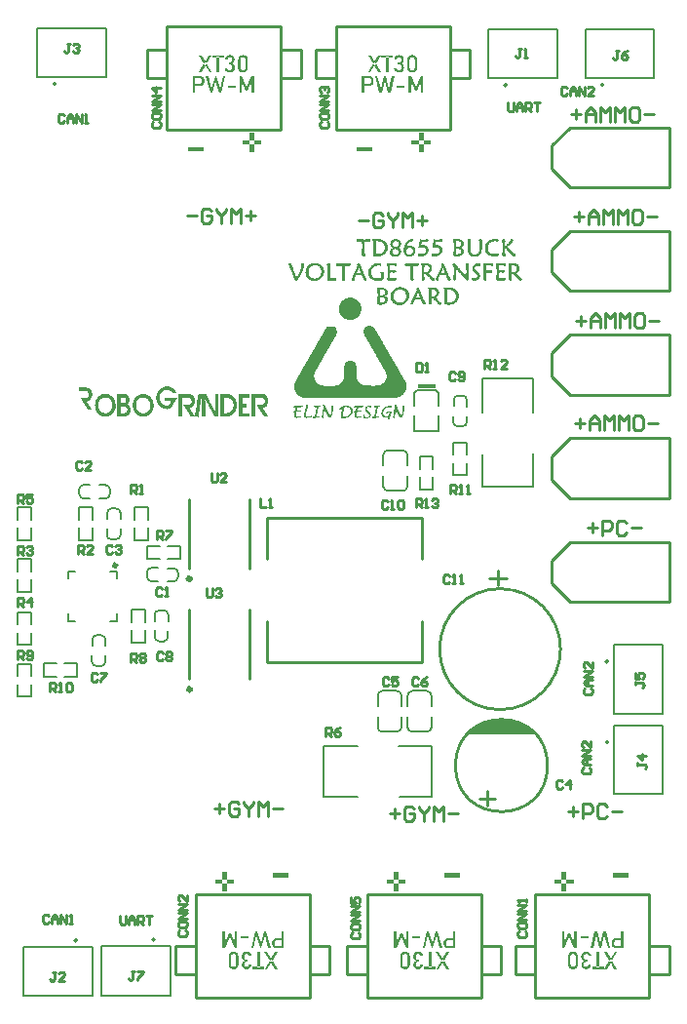
<source format=gto>
G04*
G04 #@! TF.GenerationSoftware,Altium Limited,Altium Designer,20.0.2 (26)*
G04*
G04 Layer_Color=65535*
%FSLAX25Y25*%
%MOIN*%
G70*
G01*
G75*
%ADD10C,0.00787*%
%ADD11C,0.01000*%
%ADD12C,0.01181*%
%ADD13C,0.01575*%
%ADD14C,0.00100*%
%ADD15C,0.00600*%
%ADD16C,0.00984*%
%ADD17R,0.06299X0.01181*%
G36*
X429578Y327952D02*
X430041D01*
Y327859D01*
X430226D01*
Y327767D01*
X430412D01*
Y327674D01*
X430504D01*
Y327582D01*
X430597D01*
Y327489D01*
X430689D01*
Y327396D01*
X430782D01*
Y327304D01*
X430875D01*
Y327211D01*
X430967D01*
Y327118D01*
Y327026D01*
X431060D01*
Y326933D01*
X431153D01*
Y326840D01*
Y326748D01*
Y326655D01*
Y326563D01*
X431245D01*
Y326470D01*
Y326377D01*
Y326285D01*
X431338D01*
Y326192D01*
Y326099D01*
Y326007D01*
Y325914D01*
X431430D01*
Y325821D01*
Y325729D01*
Y325636D01*
Y325544D01*
X431338D01*
Y325451D01*
Y325358D01*
Y325266D01*
Y325173D01*
Y325080D01*
X431245D01*
Y324988D01*
Y324895D01*
Y324803D01*
X431153D01*
Y324710D01*
X431245D01*
Y324617D01*
X431153D01*
Y324525D01*
X431060D01*
Y324432D01*
Y324340D01*
X430967D01*
Y324247D01*
Y324154D01*
X430875D01*
Y324062D01*
X430782D01*
Y323969D01*
Y323876D01*
X430689D01*
Y323784D01*
X430597D01*
Y323691D01*
X430412D01*
Y323599D01*
X430319D01*
Y323506D01*
X430041D01*
Y323413D01*
X429948D01*
Y323321D01*
X429670D01*
Y323228D01*
X429485D01*
Y323135D01*
Y323043D01*
X429578D01*
Y322950D01*
Y322857D01*
X429670D01*
Y322765D01*
X429763D01*
Y322672D01*
X429856D01*
Y322580D01*
Y322487D01*
Y322394D01*
X430041D01*
Y322302D01*
X430134D01*
Y322209D01*
Y322116D01*
X430226D01*
Y322024D01*
Y321931D01*
X430319D01*
Y321838D01*
X430412D01*
Y321746D01*
Y321653D01*
X430504D01*
Y321561D01*
Y321468D01*
X430689D01*
Y321375D01*
Y321283D01*
X430782D01*
Y321190D01*
X430875D01*
Y321097D01*
Y321005D01*
X430967D01*
Y320912D01*
Y320820D01*
X431060D01*
Y320727D01*
X431153D01*
Y320634D01*
X431245D01*
Y320542D01*
Y320449D01*
X431338D01*
Y320356D01*
X429856D01*
Y320449D01*
Y320542D01*
X429763D01*
Y320634D01*
X429670D01*
Y320727D01*
Y320820D01*
X429578D01*
Y320912D01*
Y321005D01*
X429485D01*
Y321097D01*
Y321190D01*
X429393D01*
Y321283D01*
Y321375D01*
X429207D01*
Y321468D01*
Y321561D01*
X429115D01*
Y321653D01*
X429022D01*
Y321746D01*
Y321838D01*
Y321931D01*
X428930D01*
Y322024D01*
X428837D01*
Y322116D01*
Y322209D01*
X428744D01*
Y322302D01*
Y322394D01*
X428559D01*
Y322487D01*
Y322580D01*
X428466D01*
Y322672D01*
Y322765D01*
X428374D01*
Y322857D01*
Y322950D01*
X428281D01*
Y323043D01*
X428189D01*
Y323135D01*
Y323228D01*
X428096D01*
Y323321D01*
X428003D01*
Y323413D01*
Y323506D01*
X427911D01*
Y323599D01*
X427818D01*
Y323691D01*
Y323784D01*
X427725D01*
Y323876D01*
Y323969D01*
X427633D01*
Y324062D01*
Y324154D01*
X427448D01*
Y324247D01*
Y324340D01*
X429393D01*
Y324432D01*
X429578D01*
Y324525D01*
X429670D01*
Y324617D01*
X429763D01*
Y324710D01*
X429856D01*
Y324803D01*
X429948D01*
Y324895D01*
X430041D01*
Y324988D01*
Y325080D01*
X430134D01*
Y325173D01*
Y325266D01*
Y325358D01*
Y325451D01*
X430226D01*
Y325544D01*
Y325636D01*
Y325729D01*
X430134D01*
Y325821D01*
Y325914D01*
Y326007D01*
Y326099D01*
Y326192D01*
X430041D01*
Y326285D01*
X429948D01*
Y326377D01*
Y326470D01*
X429856D01*
Y326563D01*
X429670D01*
Y326655D01*
X429578D01*
Y326748D01*
X429485D01*
Y326840D01*
X426707D01*
Y326933D01*
Y327026D01*
Y327118D01*
Y327211D01*
Y327304D01*
Y327396D01*
Y327489D01*
Y327582D01*
Y327674D01*
Y327767D01*
Y327859D01*
Y327952D01*
Y328045D01*
X429578D01*
Y327952D01*
D02*
G37*
G36*
X436247Y325729D02*
X436710D01*
Y325636D01*
X437081D01*
Y325544D01*
X437173D01*
Y325451D01*
X437359D01*
Y325358D01*
X437637D01*
Y325266D01*
X437729D01*
Y325173D01*
X437822D01*
Y325080D01*
X438007D01*
Y324988D01*
X438100D01*
Y324895D01*
X438192D01*
Y324803D01*
X438285D01*
Y324710D01*
X438378D01*
Y324617D01*
X438470D01*
Y324525D01*
Y324432D01*
X438563D01*
Y324340D01*
X438656D01*
Y324247D01*
Y324154D01*
X438841D01*
Y324062D01*
Y323969D01*
X438933D01*
Y323876D01*
Y323784D01*
X439026D01*
Y323691D01*
Y323599D01*
Y323506D01*
X439119D01*
Y323413D01*
Y323321D01*
X439211D01*
Y323228D01*
Y323135D01*
X439304D01*
Y323043D01*
Y322950D01*
X439396D01*
Y322857D01*
X439304D01*
Y322765D01*
Y322672D01*
Y322580D01*
X439396D01*
Y322487D01*
Y322394D01*
Y322302D01*
Y322209D01*
Y322116D01*
Y322024D01*
Y321931D01*
Y321838D01*
Y321746D01*
Y321653D01*
Y321561D01*
Y321468D01*
Y321375D01*
Y321283D01*
X439304D01*
Y321190D01*
Y321097D01*
Y321005D01*
X439396D01*
Y320912D01*
X439304D01*
Y320820D01*
Y320727D01*
Y320634D01*
X439211D01*
Y320542D01*
X439119D01*
Y320449D01*
Y320356D01*
Y320264D01*
X439026D01*
Y320171D01*
Y320079D01*
Y319986D01*
X438933D01*
Y319893D01*
Y319801D01*
X438748D01*
Y319708D01*
Y319616D01*
X438656D01*
Y319523D01*
Y319430D01*
X438563D01*
Y319338D01*
X438470D01*
Y319245D01*
X438378D01*
Y319152D01*
X438285D01*
Y319060D01*
X438192D01*
Y318967D01*
X438100D01*
Y318875D01*
X438007D01*
Y318782D01*
X437822D01*
Y318689D01*
X437729D01*
Y318597D01*
X437637D01*
Y318504D01*
X437451D01*
Y318411D01*
X437266D01*
Y318319D01*
X437081D01*
Y318226D01*
X436710D01*
Y318133D01*
X436432D01*
Y318041D01*
X435321D01*
Y318133D01*
X434950D01*
Y318226D01*
X434580D01*
Y318319D01*
X434487D01*
Y318411D01*
X434302D01*
Y318504D01*
X434117D01*
Y318597D01*
X433931D01*
Y318689D01*
X433839D01*
Y318782D01*
X433746D01*
Y318875D01*
X433561D01*
Y318967D01*
X433468D01*
Y319060D01*
X433376D01*
Y319152D01*
X433283D01*
Y319245D01*
Y319338D01*
X433190D01*
Y319430D01*
X433098D01*
Y319523D01*
X433005D01*
Y319616D01*
X432912D01*
Y319708D01*
Y319801D01*
Y319893D01*
X432727D01*
Y319986D01*
Y320079D01*
X432635D01*
Y320171D01*
Y320264D01*
Y320356D01*
Y320449D01*
X432542D01*
Y320542D01*
X432449D01*
Y320634D01*
Y320727D01*
Y320820D01*
Y320912D01*
X432357D01*
Y321005D01*
Y321097D01*
Y321190D01*
Y321283D01*
Y321375D01*
Y321468D01*
Y321561D01*
Y321653D01*
Y321746D01*
X432264D01*
Y321838D01*
Y321931D01*
Y322024D01*
Y322116D01*
X432357D01*
Y322209D01*
Y322302D01*
Y322394D01*
Y322487D01*
Y322580D01*
Y322672D01*
Y322765D01*
Y322857D01*
Y322950D01*
Y323043D01*
X432449D01*
Y323135D01*
Y323228D01*
X432542D01*
Y323321D01*
Y323413D01*
X432635D01*
Y323506D01*
Y323599D01*
Y323691D01*
X432727D01*
Y323784D01*
Y323876D01*
X432820D01*
Y323969D01*
Y324062D01*
X433005D01*
Y324154D01*
X432912D01*
Y324247D01*
X433005D01*
Y324340D01*
X433098D01*
Y324432D01*
X433190D01*
Y324525D01*
Y324617D01*
X433283D01*
Y324710D01*
X433468D01*
Y324803D01*
X433561D01*
Y324895D01*
Y324988D01*
X433653D01*
Y325080D01*
X433839D01*
Y325173D01*
X433931D01*
Y325266D01*
X434117D01*
Y325358D01*
X434302D01*
Y325451D01*
X434487D01*
Y325544D01*
X434580D01*
Y325636D01*
X435043D01*
Y325729D01*
X435414D01*
Y325821D01*
X436247D01*
Y325729D01*
D02*
G37*
G36*
X442083D02*
X442546D01*
Y325636D01*
X443009D01*
Y325544D01*
X443194D01*
Y325451D01*
X443287D01*
Y325358D01*
X443472D01*
Y325266D01*
X443565D01*
Y325173D01*
X443657D01*
Y325080D01*
X443750D01*
Y324988D01*
Y324895D01*
X443843D01*
Y324803D01*
Y324710D01*
X443935D01*
Y324617D01*
Y324525D01*
Y324432D01*
X444028D01*
Y324340D01*
Y324247D01*
X444121D01*
Y324154D01*
Y324062D01*
Y323969D01*
Y323876D01*
Y323784D01*
Y323691D01*
Y323599D01*
Y323506D01*
Y323413D01*
Y323321D01*
X444028D01*
Y323228D01*
Y323135D01*
X443935D01*
Y323043D01*
Y322950D01*
Y322857D01*
X443843D01*
Y322765D01*
X443750D01*
Y322672D01*
X443657D01*
Y322580D01*
X443565D01*
Y322487D01*
X443472D01*
Y322394D01*
X443379D01*
Y322302D01*
Y322209D01*
X443472D01*
Y322116D01*
X443657D01*
Y322024D01*
X443843D01*
Y321931D01*
X443935D01*
Y321838D01*
X444028D01*
Y321746D01*
X444121D01*
Y321653D01*
X444213D01*
Y321561D01*
X444306D01*
Y321468D01*
X444213D01*
Y321375D01*
X444306D01*
Y321283D01*
X444398D01*
Y321190D01*
Y321097D01*
X444491D01*
Y321005D01*
Y320912D01*
Y320820D01*
X444584D01*
Y320727D01*
Y320634D01*
Y320542D01*
Y320449D01*
Y320356D01*
Y320264D01*
Y320171D01*
Y320079D01*
Y319986D01*
Y319893D01*
Y319801D01*
X444491D01*
Y319708D01*
Y319616D01*
Y319523D01*
X444398D01*
Y319430D01*
Y319338D01*
X444306D01*
Y319245D01*
Y319152D01*
X444213D01*
Y319060D01*
Y318967D01*
X444121D01*
Y318875D01*
X444028D01*
Y318782D01*
Y318689D01*
X443935D01*
Y318597D01*
X443750D01*
Y318504D01*
X443657D01*
Y318411D01*
X443472D01*
Y318319D01*
X443287D01*
Y318226D01*
X443009D01*
Y318133D01*
X442546D01*
Y318041D01*
X439952D01*
Y318133D01*
Y318226D01*
Y318319D01*
Y318411D01*
Y318504D01*
Y318597D01*
Y318689D01*
Y318782D01*
Y318875D01*
Y318967D01*
Y319060D01*
Y319152D01*
Y319245D01*
Y319338D01*
Y319430D01*
Y319523D01*
Y319616D01*
Y319708D01*
Y319801D01*
Y319893D01*
Y319986D01*
Y320079D01*
Y320171D01*
Y320264D01*
Y320356D01*
Y320449D01*
Y320542D01*
Y320634D01*
Y320727D01*
Y320820D01*
Y320912D01*
Y321005D01*
Y321097D01*
Y321190D01*
Y321283D01*
Y321375D01*
Y321468D01*
Y321561D01*
Y321653D01*
Y321746D01*
Y321838D01*
Y321931D01*
Y322024D01*
Y322116D01*
Y322209D01*
Y322302D01*
Y322394D01*
Y322487D01*
Y322580D01*
Y322672D01*
Y322765D01*
Y322857D01*
Y322950D01*
Y323043D01*
Y323135D01*
Y323228D01*
Y323321D01*
Y323413D01*
Y323506D01*
Y323599D01*
Y323691D01*
Y323784D01*
Y323876D01*
Y323969D01*
Y324062D01*
Y324154D01*
Y324247D01*
Y324340D01*
Y324432D01*
Y324525D01*
Y324617D01*
Y324710D01*
Y324803D01*
Y324895D01*
Y324988D01*
Y325080D01*
Y325173D01*
Y325266D01*
Y325358D01*
Y325451D01*
Y325544D01*
Y325636D01*
Y325729D01*
Y325821D01*
X442083D01*
Y325729D01*
D02*
G37*
G36*
X449122D02*
X449585D01*
Y325636D01*
X449956D01*
Y325544D01*
X450234D01*
Y325451D01*
X450327D01*
Y325358D01*
X450512D01*
Y325266D01*
X450697D01*
Y325173D01*
X450790D01*
Y325080D01*
X450882D01*
Y324988D01*
X451068D01*
Y324895D01*
X451160D01*
Y324803D01*
X451253D01*
Y324710D01*
X451345D01*
Y324617D01*
X451438D01*
Y324525D01*
Y324432D01*
Y324340D01*
X451623D01*
Y324247D01*
X451716D01*
Y324154D01*
Y324062D01*
X451809D01*
Y323969D01*
Y323876D01*
X451901D01*
Y323784D01*
Y323691D01*
X451994D01*
Y323599D01*
Y323506D01*
X452086D01*
Y323413D01*
Y323321D01*
Y323228D01*
Y323135D01*
X452179D01*
Y323043D01*
Y322950D01*
X452272D01*
Y322857D01*
Y322765D01*
Y322672D01*
Y322580D01*
X452364D01*
Y322487D01*
Y322394D01*
Y322302D01*
Y322209D01*
Y322116D01*
Y322024D01*
Y321931D01*
Y321838D01*
Y321746D01*
Y321653D01*
Y321561D01*
Y321468D01*
Y321375D01*
Y321283D01*
Y321190D01*
X452272D01*
Y321097D01*
Y321005D01*
Y320912D01*
X452179D01*
Y320820D01*
Y320727D01*
Y320634D01*
X452086D01*
Y320542D01*
Y320449D01*
Y320356D01*
Y320264D01*
X451994D01*
Y320171D01*
X451901D01*
Y320079D01*
Y319986D01*
X451809D01*
Y319893D01*
X451716D01*
Y319801D01*
X451809D01*
Y319708D01*
X451716D01*
Y319616D01*
X451623D01*
Y319523D01*
Y319430D01*
X451531D01*
Y319338D01*
X451438D01*
Y319245D01*
X451345D01*
Y319152D01*
X451253D01*
Y319060D01*
X451160D01*
Y318967D01*
X451068D01*
Y318875D01*
X450975D01*
Y318782D01*
X450882D01*
Y318689D01*
X450697D01*
Y318597D01*
X450512D01*
Y318504D01*
X450327D01*
Y318411D01*
X450234D01*
Y318319D01*
X450049D01*
Y318226D01*
X449678D01*
Y318133D01*
X449308D01*
Y318041D01*
X448196D01*
Y318133D01*
X447918D01*
Y318226D01*
X447548D01*
Y318319D01*
X447363D01*
Y318411D01*
X447177D01*
Y318504D01*
X446992D01*
Y318597D01*
X446899D01*
Y318689D01*
X446714D01*
Y318782D01*
X446622D01*
Y318875D01*
X446529D01*
Y318967D01*
X446436D01*
Y319060D01*
X446344D01*
Y319152D01*
X446251D01*
Y319245D01*
X446158D01*
Y319338D01*
X446066D01*
Y319430D01*
X445973D01*
Y319523D01*
Y319616D01*
X445880D01*
Y319708D01*
X445788D01*
Y319801D01*
Y319893D01*
X445695D01*
Y319986D01*
Y320079D01*
Y320171D01*
X445603D01*
Y320264D01*
X445510D01*
Y320356D01*
Y320449D01*
X445417D01*
Y320542D01*
Y320634D01*
X445325D01*
Y320727D01*
X445417D01*
Y320820D01*
X445325D01*
Y320912D01*
Y321005D01*
Y321097D01*
Y321190D01*
X445232D01*
Y321283D01*
Y321375D01*
Y321468D01*
Y321561D01*
Y321653D01*
Y321746D01*
Y321838D01*
Y321931D01*
Y322024D01*
Y322116D01*
Y322209D01*
Y322302D01*
Y322394D01*
Y322487D01*
Y322580D01*
Y322672D01*
X445325D01*
Y322765D01*
Y322857D01*
Y322950D01*
X445417D01*
Y323043D01*
Y323135D01*
X445325D01*
Y323228D01*
X445417D01*
Y323321D01*
X445510D01*
Y323413D01*
Y323506D01*
Y323599D01*
X445603D01*
Y323691D01*
X445695D01*
Y323784D01*
Y323876D01*
Y323969D01*
Y324062D01*
X445880D01*
Y324154D01*
Y324247D01*
X445973D01*
Y324340D01*
Y324432D01*
X446066D01*
Y324525D01*
X446158D01*
Y324617D01*
X446251D01*
Y324710D01*
X446344D01*
Y324803D01*
X446436D01*
Y324895D01*
X446529D01*
Y324988D01*
X446622D01*
Y325080D01*
X446807D01*
Y325173D01*
X446899D01*
Y325266D01*
X446992D01*
Y325358D01*
X447177D01*
Y325451D01*
X447363D01*
Y325544D01*
X447640D01*
Y325636D01*
X448011D01*
Y325729D01*
X448474D01*
Y325821D01*
X449122D01*
Y325729D01*
D02*
G37*
G36*
X457737Y328230D02*
X458015D01*
Y328137D01*
X458107D01*
Y328045D01*
X458385D01*
Y327952D01*
X458663D01*
Y327859D01*
X458756D01*
Y327767D01*
X458848D01*
Y327674D01*
X459034D01*
Y327582D01*
X459126D01*
Y327489D01*
X459219D01*
Y327396D01*
X459311D01*
Y327304D01*
X459497D01*
Y327211D01*
X459589D01*
Y327118D01*
Y327026D01*
X459682D01*
Y326933D01*
X459775D01*
Y326840D01*
X459867D01*
Y326748D01*
Y326655D01*
X459960D01*
Y326563D01*
Y326470D01*
X460052D01*
Y326377D01*
Y326285D01*
X460145D01*
Y326192D01*
X458756D01*
Y326285D01*
X458663D01*
Y326377D01*
Y326470D01*
X458478D01*
Y326563D01*
X458385D01*
Y326655D01*
X458293D01*
Y326748D01*
X458200D01*
Y326840D01*
X458015D01*
Y326933D01*
X457829D01*
Y327026D01*
X457644D01*
Y327118D01*
X457366D01*
Y327211D01*
X456347D01*
Y327118D01*
X456070D01*
Y327026D01*
X455884D01*
Y326933D01*
X455699D01*
Y326840D01*
X455606D01*
Y326748D01*
X455421D01*
Y326655D01*
X455329D01*
Y326563D01*
X455236D01*
Y326470D01*
X455143D01*
Y326377D01*
X455051D01*
Y326285D01*
Y326192D01*
X454865D01*
Y326099D01*
Y326007D01*
X454773D01*
Y325914D01*
X454680D01*
Y325821D01*
Y325729D01*
Y325636D01*
X454588D01*
Y325544D01*
Y325451D01*
X454495D01*
Y325358D01*
Y325266D01*
Y325173D01*
X454402D01*
Y325080D01*
Y324988D01*
Y324895D01*
Y324803D01*
Y324710D01*
Y324617D01*
Y324525D01*
Y324432D01*
Y324340D01*
Y324247D01*
Y324154D01*
Y324062D01*
Y323969D01*
Y323876D01*
X454495D01*
Y323784D01*
Y323691D01*
Y323599D01*
X454588D01*
Y323506D01*
Y323413D01*
Y323321D01*
X454680D01*
Y323228D01*
Y323135D01*
Y323043D01*
X454773D01*
Y322950D01*
X454865D01*
Y322857D01*
X454958D01*
Y322765D01*
Y322672D01*
X455051D01*
Y322580D01*
X455143D01*
Y322487D01*
X455236D01*
Y322394D01*
X455329D01*
Y322302D01*
X455421D01*
Y322209D01*
X455514D01*
Y322116D01*
X455699D01*
Y322024D01*
X455977D01*
Y321931D01*
X456162D01*
Y321838D01*
X456440D01*
Y321746D01*
X457459D01*
Y321838D01*
Y321931D01*
X457552D01*
Y322024D01*
X457644D01*
Y322116D01*
Y322209D01*
X457737D01*
Y322302D01*
X457829D01*
Y322394D01*
X457922D01*
Y322487D01*
Y322580D01*
X458015D01*
Y322672D01*
X458107D01*
Y322765D01*
Y322857D01*
Y322950D01*
X458200D01*
Y323043D01*
X458293D01*
Y323135D01*
Y323228D01*
Y323321D01*
X456162D01*
Y323413D01*
Y323506D01*
Y323599D01*
Y323691D01*
Y323784D01*
Y323876D01*
Y323969D01*
Y324062D01*
Y324154D01*
Y324247D01*
Y324340D01*
Y324432D01*
Y324525D01*
X460516D01*
Y324432D01*
X460423D01*
Y324340D01*
X460330D01*
Y324247D01*
X460238D01*
Y324154D01*
Y324062D01*
X460145D01*
Y323969D01*
Y323876D01*
X459960D01*
Y323784D01*
Y323691D01*
X459867D01*
Y323599D01*
Y323506D01*
X459775D01*
Y323413D01*
Y323321D01*
X459682D01*
Y323228D01*
X459589D01*
Y323135D01*
Y323043D01*
Y322950D01*
X459497D01*
Y322857D01*
X459404D01*
Y322765D01*
Y322672D01*
X459219D01*
Y322580D01*
Y322487D01*
Y322394D01*
X459126D01*
Y322302D01*
X459034D01*
Y322209D01*
Y322116D01*
X458941D01*
Y322024D01*
Y321931D01*
X458848D01*
Y321838D01*
X458756D01*
Y321746D01*
X458663D01*
Y321653D01*
Y321561D01*
X458570D01*
Y321468D01*
Y321375D01*
X458478D01*
Y321283D01*
X458385D01*
Y321190D01*
X458293D01*
Y321097D01*
Y321005D01*
Y320912D01*
X458200D01*
Y320820D01*
X457922D01*
Y320727D01*
X457644D01*
Y320634D01*
X457274D01*
Y320542D01*
X456718D01*
Y320634D01*
X456162D01*
Y320727D01*
X455884D01*
Y320820D01*
X455606D01*
Y320912D01*
X455421D01*
Y321005D01*
X455236D01*
Y321097D01*
X455051D01*
Y321190D01*
X454865D01*
Y321283D01*
X454773D01*
Y321375D01*
X454680D01*
Y321468D01*
X454588D01*
Y321561D01*
X454495D01*
Y321653D01*
X454402D01*
Y321746D01*
X454310D01*
Y321838D01*
X454217D01*
Y321931D01*
Y322024D01*
X454032D01*
Y322116D01*
X453939D01*
Y322209D01*
Y322302D01*
X453846D01*
Y322394D01*
Y322487D01*
X453754D01*
Y322580D01*
Y322672D01*
X453661D01*
Y322765D01*
Y322857D01*
X453569D01*
Y322950D01*
X453476D01*
Y323043D01*
X453569D01*
Y323135D01*
X453476D01*
Y323228D01*
Y323321D01*
Y323413D01*
X453383D01*
Y323506D01*
Y323599D01*
Y323691D01*
X453291D01*
Y323784D01*
Y323876D01*
Y323969D01*
Y324062D01*
Y324154D01*
X453198D01*
Y324247D01*
Y324340D01*
Y324432D01*
Y324525D01*
Y324617D01*
Y324710D01*
X453291D01*
Y324803D01*
Y324895D01*
Y324988D01*
Y325080D01*
Y325173D01*
Y325266D01*
X453383D01*
Y325358D01*
Y325451D01*
Y325544D01*
X453476D01*
Y325636D01*
Y325729D01*
Y325821D01*
X453569D01*
Y325914D01*
Y326007D01*
Y326099D01*
X453661D01*
Y326192D01*
Y326285D01*
X453754D01*
Y326377D01*
X453846D01*
Y326470D01*
Y326563D01*
Y326655D01*
X453939D01*
Y326748D01*
X454032D01*
Y326840D01*
X454124D01*
Y326933D01*
Y327026D01*
X454217D01*
Y327118D01*
X454310D01*
Y327211D01*
X454402D01*
Y327304D01*
X454495D01*
Y327396D01*
X454588D01*
Y327489D01*
X454680D01*
Y327582D01*
X454773D01*
Y327674D01*
X454958D01*
Y327767D01*
X455051D01*
Y327859D01*
X455143D01*
Y327952D01*
X455421D01*
Y328045D01*
X455606D01*
Y328137D01*
X455792D01*
Y328230D01*
X456070D01*
Y328323D01*
X457737D01*
Y328230D01*
D02*
G37*
G36*
X474595Y325729D02*
Y325636D01*
Y325544D01*
Y325451D01*
Y325358D01*
Y325266D01*
Y325173D01*
Y325080D01*
Y324988D01*
Y324895D01*
Y324803D01*
Y324710D01*
Y324617D01*
Y324525D01*
Y324432D01*
Y324340D01*
Y324247D01*
Y324154D01*
Y324062D01*
Y323969D01*
Y323876D01*
Y323784D01*
Y323691D01*
Y323599D01*
Y323506D01*
Y323413D01*
Y323321D01*
Y323228D01*
Y323135D01*
Y323043D01*
Y322950D01*
Y322857D01*
Y322765D01*
Y322672D01*
Y322580D01*
Y322487D01*
Y322394D01*
Y322302D01*
Y322209D01*
Y322116D01*
Y322024D01*
Y321931D01*
Y321838D01*
Y321746D01*
Y321653D01*
Y321561D01*
Y321468D01*
Y321375D01*
Y321283D01*
Y321190D01*
Y321097D01*
Y321005D01*
Y320912D01*
Y320820D01*
Y320727D01*
Y320634D01*
Y320542D01*
Y320449D01*
Y320356D01*
Y320264D01*
Y320171D01*
Y320079D01*
Y319986D01*
Y319893D01*
Y319801D01*
Y319708D01*
Y319616D01*
Y319523D01*
Y319430D01*
Y319338D01*
Y319245D01*
Y319152D01*
Y319060D01*
Y318967D01*
Y318875D01*
Y318782D01*
Y318689D01*
Y318597D01*
Y318504D01*
Y318411D01*
Y318319D01*
Y318226D01*
Y318133D01*
Y318041D01*
X473113D01*
Y318133D01*
Y318226D01*
Y318319D01*
X473020D01*
Y318411D01*
Y318504D01*
X472928D01*
Y318597D01*
X472835D01*
Y318689D01*
X472743D01*
Y318782D01*
X472835D01*
Y318875D01*
X472743D01*
Y318967D01*
X472650D01*
Y319060D01*
Y319152D01*
X472557D01*
Y319245D01*
X472465D01*
Y319338D01*
Y319430D01*
Y319523D01*
X472372D01*
Y319616D01*
Y319708D01*
X472279D01*
Y319801D01*
Y319893D01*
X472094D01*
Y319986D01*
X472187D01*
Y320079D01*
X472094D01*
Y320171D01*
Y320264D01*
X472002D01*
Y320356D01*
X471909D01*
Y320449D01*
Y320542D01*
X471816D01*
Y320634D01*
Y320727D01*
Y320820D01*
X471724D01*
Y320912D01*
X471631D01*
Y321005D01*
Y321097D01*
X471538D01*
Y321190D01*
Y321283D01*
X471446D01*
Y321375D01*
Y321468D01*
X471353D01*
Y321561D01*
X471260D01*
Y321653D01*
Y321746D01*
X471168D01*
Y321838D01*
Y321931D01*
Y322024D01*
X471075D01*
Y322116D01*
Y322209D01*
X470983D01*
Y322302D01*
X470890D01*
Y322394D01*
Y322487D01*
X470797D01*
Y322580D01*
Y322672D01*
X470705D01*
Y322765D01*
Y322857D01*
X470612D01*
Y322950D01*
X470519D01*
Y323043D01*
Y323135D01*
Y323228D01*
X470427D01*
Y323321D01*
Y323413D01*
X470334D01*
Y323506D01*
X470242D01*
Y323599D01*
Y323691D01*
Y323784D01*
X469964D01*
Y323691D01*
Y323599D01*
Y323506D01*
X470056D01*
Y323413D01*
Y323321D01*
Y323228D01*
Y323135D01*
Y323043D01*
Y322950D01*
Y322857D01*
Y322765D01*
Y322672D01*
Y322580D01*
Y322487D01*
Y322394D01*
Y322302D01*
Y322209D01*
Y322116D01*
Y322024D01*
Y321931D01*
Y321838D01*
Y321746D01*
Y321653D01*
Y321561D01*
Y321468D01*
Y321375D01*
Y321283D01*
Y321190D01*
Y321097D01*
Y321005D01*
Y320912D01*
Y320820D01*
Y320727D01*
Y320634D01*
Y320542D01*
Y320449D01*
Y320356D01*
Y320264D01*
Y320171D01*
Y320079D01*
Y319986D01*
Y319893D01*
Y319801D01*
Y319708D01*
Y319616D01*
Y319523D01*
Y319430D01*
Y319338D01*
Y319245D01*
Y319152D01*
Y319060D01*
Y318967D01*
Y318875D01*
Y318782D01*
Y318689D01*
Y318597D01*
Y318504D01*
Y318411D01*
Y318319D01*
Y318226D01*
Y318133D01*
Y318041D01*
X468852D01*
Y318133D01*
Y318226D01*
Y318319D01*
Y318411D01*
Y318504D01*
Y318597D01*
Y318689D01*
Y318782D01*
Y318875D01*
Y318967D01*
Y319060D01*
Y319152D01*
Y319245D01*
Y319338D01*
Y319430D01*
Y319523D01*
Y319616D01*
Y319708D01*
Y319801D01*
Y319893D01*
Y319986D01*
Y320079D01*
Y320171D01*
Y320264D01*
Y320356D01*
Y320449D01*
Y320542D01*
Y320634D01*
Y320727D01*
Y320820D01*
Y320912D01*
Y321005D01*
Y321097D01*
Y321190D01*
Y321283D01*
Y321375D01*
Y321468D01*
Y321561D01*
Y321653D01*
Y321746D01*
Y321838D01*
Y321931D01*
Y322024D01*
Y322116D01*
Y322209D01*
Y322302D01*
Y322394D01*
Y322487D01*
Y322580D01*
Y322672D01*
Y322765D01*
Y322857D01*
Y322950D01*
Y323043D01*
Y323135D01*
Y323228D01*
Y323321D01*
Y323413D01*
Y323506D01*
Y323599D01*
Y323691D01*
Y323784D01*
Y323876D01*
Y323969D01*
Y324062D01*
Y324154D01*
Y324247D01*
X468667D01*
Y324154D01*
X468574D01*
Y324062D01*
Y323969D01*
Y323876D01*
Y323784D01*
Y323691D01*
X468482D01*
Y323599D01*
Y323506D01*
Y323413D01*
Y323321D01*
Y323228D01*
X468389D01*
Y323135D01*
Y323043D01*
Y322950D01*
Y322857D01*
Y322765D01*
Y322672D01*
Y322580D01*
Y322487D01*
Y322394D01*
Y322302D01*
Y322209D01*
X468296D01*
Y322116D01*
Y322024D01*
Y321931D01*
Y321838D01*
X468204D01*
Y321746D01*
Y321653D01*
Y321561D01*
Y321468D01*
Y321375D01*
Y321283D01*
X468111D01*
Y321190D01*
Y321097D01*
Y321005D01*
Y320912D01*
Y320820D01*
X468018D01*
Y320727D01*
Y320634D01*
Y320542D01*
Y320449D01*
X468111D01*
Y320356D01*
X468018D01*
Y320264D01*
Y320171D01*
Y320079D01*
Y319986D01*
Y319893D01*
X467926D01*
Y319801D01*
Y319708D01*
Y319616D01*
Y319523D01*
Y319430D01*
X467833D01*
Y319338D01*
Y319245D01*
Y319152D01*
Y319060D01*
Y318967D01*
X467741D01*
Y318875D01*
Y318782D01*
Y318689D01*
Y318597D01*
Y318504D01*
Y318411D01*
Y318319D01*
Y318226D01*
Y318133D01*
Y318041D01*
Y317948D01*
X467555D01*
Y318041D01*
X467092D01*
Y318133D01*
X466722D01*
Y318226D01*
X466537D01*
Y318133D01*
Y318041D01*
X465054D01*
Y318133D01*
Y318226D01*
X464962D01*
Y318319D01*
Y318411D01*
X464777D01*
Y318504D01*
Y318597D01*
X464684D01*
Y318689D01*
Y318782D01*
X464591D01*
Y318875D01*
Y318967D01*
X464499D01*
Y319060D01*
X464406D01*
Y319152D01*
Y319245D01*
X464313D01*
Y319338D01*
Y319430D01*
X464221D01*
Y319523D01*
X464128D01*
Y319616D01*
X464036D01*
Y319708D01*
Y319801D01*
X463943D01*
Y319893D01*
Y319986D01*
X463850D01*
Y320079D01*
X463758D01*
Y320171D01*
Y320264D01*
X463665D01*
Y320356D01*
X463572D01*
Y320449D01*
Y320542D01*
X463480D01*
Y320634D01*
X463387D01*
Y320727D01*
Y320820D01*
X463295D01*
Y320912D01*
Y321005D01*
X463202D01*
Y321097D01*
Y321190D01*
X463017D01*
Y321283D01*
Y321375D01*
X462924D01*
Y321468D01*
Y321561D01*
X462831D01*
Y321653D01*
X462739D01*
Y321746D01*
Y321838D01*
X462646D01*
Y321931D01*
X462554D01*
Y322024D01*
X464406D01*
Y322116D01*
X464684D01*
Y322209D01*
X464869D01*
Y322302D01*
X464962D01*
Y322394D01*
X465054D01*
Y322487D01*
X465147D01*
Y322580D01*
X465240D01*
Y322672D01*
Y322765D01*
X465332D01*
Y322857D01*
Y322950D01*
Y323043D01*
Y323135D01*
Y323228D01*
Y323321D01*
Y323413D01*
Y323506D01*
Y323599D01*
X465240D01*
Y323691D01*
X465332D01*
Y323784D01*
X465240D01*
Y323876D01*
Y323969D01*
X465147D01*
Y324062D01*
Y324154D01*
X464962D01*
Y324247D01*
X464869D01*
Y324340D01*
X464777D01*
Y324432D01*
X464684D01*
Y324525D01*
X461998D01*
Y324432D01*
Y324340D01*
Y324247D01*
Y324154D01*
Y324062D01*
Y323969D01*
Y323876D01*
Y323784D01*
Y323691D01*
Y323599D01*
Y323506D01*
Y323413D01*
Y323321D01*
Y323228D01*
Y323135D01*
Y323043D01*
Y322950D01*
Y322857D01*
Y322765D01*
Y322672D01*
Y322580D01*
Y322487D01*
Y322394D01*
Y322302D01*
Y322209D01*
Y322116D01*
Y322024D01*
Y321931D01*
Y321838D01*
Y321746D01*
Y321653D01*
Y321561D01*
Y321468D01*
Y321375D01*
Y321283D01*
Y321190D01*
Y321097D01*
Y321005D01*
Y320912D01*
Y320820D01*
Y320727D01*
Y320634D01*
Y320542D01*
Y320449D01*
Y320356D01*
Y320264D01*
Y320171D01*
Y320079D01*
Y319986D01*
Y319893D01*
Y319801D01*
Y319708D01*
Y319616D01*
Y319523D01*
Y319430D01*
Y319338D01*
Y319245D01*
Y319152D01*
Y319060D01*
Y318967D01*
Y318875D01*
Y318782D01*
Y318689D01*
Y318597D01*
Y318504D01*
Y318411D01*
Y318319D01*
Y318226D01*
Y318133D01*
Y318041D01*
X460793D01*
Y318133D01*
Y318226D01*
Y318319D01*
Y318411D01*
Y318504D01*
Y318597D01*
Y318689D01*
Y318782D01*
Y318875D01*
Y318967D01*
Y319060D01*
Y319152D01*
Y319245D01*
Y319338D01*
Y319430D01*
Y319523D01*
Y319616D01*
Y319708D01*
Y319801D01*
Y319893D01*
Y319986D01*
Y320079D01*
Y320171D01*
Y320264D01*
Y320356D01*
Y320449D01*
Y320542D01*
Y320634D01*
Y320727D01*
Y320820D01*
Y320912D01*
Y321005D01*
Y321097D01*
Y321190D01*
Y321283D01*
Y321375D01*
Y321468D01*
Y321561D01*
Y321653D01*
Y321746D01*
Y321838D01*
Y321931D01*
Y322024D01*
Y322116D01*
Y322209D01*
Y322302D01*
Y322394D01*
Y322487D01*
Y322580D01*
Y322672D01*
Y322765D01*
Y322857D01*
Y322950D01*
Y323043D01*
Y323135D01*
Y323228D01*
Y323321D01*
Y323413D01*
Y323506D01*
Y323599D01*
Y323691D01*
Y323784D01*
Y323876D01*
Y323969D01*
Y324062D01*
Y324154D01*
Y324247D01*
Y324340D01*
Y324432D01*
Y324525D01*
Y324617D01*
Y324710D01*
Y324803D01*
Y324895D01*
Y324988D01*
Y325080D01*
Y325173D01*
Y325266D01*
Y325358D01*
Y325451D01*
Y325544D01*
Y325636D01*
Y325729D01*
Y325821D01*
X464406D01*
Y325729D01*
X464869D01*
Y325636D01*
X465240D01*
Y325544D01*
X465425D01*
Y325451D01*
X465610D01*
Y325358D01*
X465703D01*
Y325266D01*
X465795D01*
Y325173D01*
X465888D01*
Y325080D01*
X465981D01*
Y324988D01*
X466073D01*
Y324895D01*
Y324803D01*
X466166D01*
Y324710D01*
Y324617D01*
X466259D01*
Y324525D01*
Y324432D01*
X466351D01*
Y324340D01*
X466444D01*
Y324247D01*
Y324154D01*
Y324062D01*
Y323969D01*
Y323876D01*
Y323784D01*
Y323691D01*
X466537D01*
Y323599D01*
Y323506D01*
Y323413D01*
Y323321D01*
Y323228D01*
Y323135D01*
X466444D01*
Y323043D01*
Y322950D01*
Y322857D01*
Y322765D01*
Y322672D01*
Y322580D01*
X466351D01*
Y322487D01*
Y322394D01*
Y322302D01*
X466259D01*
Y322209D01*
X466166D01*
Y322116D01*
Y322024D01*
X466073D01*
Y321931D01*
Y321838D01*
X465981D01*
Y321746D01*
X465888D01*
Y321653D01*
Y321561D01*
X465795D01*
Y321468D01*
X465610D01*
Y321375D01*
X465518D01*
Y321283D01*
X465425D01*
Y321190D01*
X465240D01*
Y321097D01*
X464962D01*
Y321005D01*
X464684D01*
Y320912D01*
Y320820D01*
Y320727D01*
X464777D01*
Y320634D01*
X464869D01*
Y320542D01*
Y320449D01*
Y320356D01*
X465054D01*
Y320264D01*
Y320171D01*
X465147D01*
Y320079D01*
Y319986D01*
X465240D01*
Y319893D01*
X465332D01*
Y319801D01*
Y319708D01*
X465425D01*
Y319616D01*
Y319523D01*
X465610D01*
Y319430D01*
Y319338D01*
X465703D01*
Y319245D01*
X465795D01*
Y319152D01*
Y319060D01*
X465888D01*
Y318967D01*
Y318875D01*
X465981D01*
Y318782D01*
X466073D01*
Y318689D01*
X466166D01*
Y318597D01*
Y318504D01*
Y318411D01*
X466351D01*
Y318319D01*
X466537D01*
Y318411D01*
X466629D01*
Y318504D01*
Y318597D01*
Y318689D01*
Y318782D01*
X466537D01*
Y318875D01*
X466629D01*
Y318967D01*
Y319060D01*
Y319152D01*
Y319245D01*
Y319338D01*
X466722D01*
Y319430D01*
Y319523D01*
Y319616D01*
Y319708D01*
Y319801D01*
X466814D01*
Y319893D01*
Y319986D01*
Y320079D01*
Y320171D01*
Y320264D01*
Y320356D01*
X466907D01*
Y320449D01*
Y320542D01*
Y320634D01*
Y320727D01*
Y320820D01*
Y320912D01*
Y321005D01*
Y321097D01*
Y321190D01*
Y321283D01*
X467000D01*
Y321375D01*
Y321468D01*
Y321561D01*
Y321653D01*
Y321746D01*
X467092D01*
Y321838D01*
Y321931D01*
Y322024D01*
Y322116D01*
Y322209D01*
X467185D01*
Y322302D01*
Y322394D01*
Y322487D01*
Y322580D01*
Y322672D01*
X467277D01*
Y322765D01*
Y322857D01*
Y322950D01*
Y323043D01*
Y323135D01*
Y323228D01*
Y323321D01*
Y323413D01*
Y323506D01*
Y323599D01*
Y323691D01*
X467370D01*
Y323784D01*
Y323876D01*
Y323969D01*
Y324062D01*
X467463D01*
Y324154D01*
Y324247D01*
Y324340D01*
Y324432D01*
Y324525D01*
Y324617D01*
X467555D01*
Y324710D01*
Y324803D01*
Y324895D01*
Y324988D01*
Y325080D01*
Y325173D01*
Y325266D01*
Y325358D01*
Y325451D01*
Y325544D01*
X467648D01*
Y325636D01*
Y325729D01*
Y325821D01*
X468111D01*
Y325729D01*
X468482D01*
Y325636D01*
X468667D01*
Y325729D01*
X468759D01*
Y325821D01*
X470242D01*
Y325729D01*
Y325636D01*
X470334D01*
Y325544D01*
X470427D01*
Y325451D01*
X470334D01*
Y325358D01*
X470427D01*
Y325266D01*
X470519D01*
Y325173D01*
Y325080D01*
X470612D01*
Y324988D01*
X470705D01*
Y324895D01*
Y324803D01*
X470797D01*
Y324710D01*
Y324617D01*
Y324525D01*
X470890D01*
Y324432D01*
X470983D01*
Y324340D01*
Y324247D01*
Y324154D01*
X471075D01*
Y324062D01*
Y323969D01*
X471168D01*
Y323876D01*
X471260D01*
Y323784D01*
Y323691D01*
X471353D01*
Y323599D01*
Y323506D01*
Y323413D01*
X471446D01*
Y323321D01*
X471538D01*
Y323228D01*
Y323135D01*
X471631D01*
Y323043D01*
Y322950D01*
X471724D01*
Y322857D01*
Y322765D01*
X471816D01*
Y322672D01*
X471909D01*
Y322580D01*
Y322487D01*
X472002D01*
Y322394D01*
Y322302D01*
Y322209D01*
X472094D01*
Y322116D01*
Y322024D01*
X472187D01*
Y321931D01*
X472279D01*
Y321838D01*
Y321746D01*
X472372D01*
Y321653D01*
Y321561D01*
Y321468D01*
X472557D01*
Y321375D01*
Y321283D01*
X472650D01*
Y321190D01*
Y321097D01*
Y321005D01*
X472743D01*
Y320912D01*
Y320820D01*
X472835D01*
Y320727D01*
X472928D01*
Y320634D01*
Y320542D01*
X473020D01*
Y320449D01*
Y320356D01*
Y320264D01*
X473113D01*
Y320171D01*
Y320079D01*
X473391D01*
Y320171D01*
Y320264D01*
Y320356D01*
Y320449D01*
Y320542D01*
Y320634D01*
Y320727D01*
Y320820D01*
Y320912D01*
Y321005D01*
Y321097D01*
Y321190D01*
Y321283D01*
Y321375D01*
Y321468D01*
Y321561D01*
Y321653D01*
Y321746D01*
Y321838D01*
Y321931D01*
Y322024D01*
Y322116D01*
Y322209D01*
Y322302D01*
Y322394D01*
Y322487D01*
Y322580D01*
Y322672D01*
Y322765D01*
Y322857D01*
Y322950D01*
Y323043D01*
Y323135D01*
Y323228D01*
Y323321D01*
Y323413D01*
Y323506D01*
Y323599D01*
Y323691D01*
Y323784D01*
Y323876D01*
Y323969D01*
Y324062D01*
Y324154D01*
Y324247D01*
Y324340D01*
Y324432D01*
Y324525D01*
Y324617D01*
Y324710D01*
Y324803D01*
Y324895D01*
Y324988D01*
Y325080D01*
Y325173D01*
Y325266D01*
Y325358D01*
Y325451D01*
Y325544D01*
Y325636D01*
Y325729D01*
Y325821D01*
X474595D01*
Y325729D01*
D02*
G37*
G36*
X477281D02*
X477930D01*
Y325636D01*
X478485D01*
Y325544D01*
X478671D01*
Y325451D01*
X478856D01*
Y325358D01*
X479134D01*
Y325266D01*
X479226D01*
Y325173D01*
X479319D01*
Y325080D01*
X479504D01*
Y324988D01*
X479597D01*
Y324895D01*
X479690D01*
Y324803D01*
X479782D01*
Y324710D01*
X479875D01*
Y324617D01*
X479967D01*
Y324525D01*
X480060D01*
Y324432D01*
Y324340D01*
X480153D01*
Y324247D01*
Y324154D01*
X480338D01*
Y324062D01*
Y323969D01*
X480431D01*
Y323876D01*
Y323784D01*
Y323691D01*
X480523D01*
Y323599D01*
Y323506D01*
Y323413D01*
Y323321D01*
X480616D01*
Y323228D01*
Y323135D01*
X480709D01*
Y323043D01*
Y322950D01*
Y322857D01*
X480801D01*
Y322765D01*
Y322672D01*
Y322580D01*
Y322487D01*
Y322394D01*
Y322302D01*
Y322209D01*
Y322116D01*
Y322024D01*
Y321931D01*
Y321838D01*
Y321746D01*
Y321653D01*
Y321561D01*
Y321468D01*
Y321375D01*
Y321283D01*
Y321190D01*
Y321097D01*
Y321005D01*
Y320912D01*
X480709D01*
Y320820D01*
Y320727D01*
Y320634D01*
X480616D01*
Y320542D01*
Y320449D01*
X480523D01*
Y320356D01*
Y320264D01*
X480431D01*
Y320171D01*
X480523D01*
Y320079D01*
X480431D01*
Y319986D01*
Y319893D01*
X480245D01*
Y319801D01*
Y319708D01*
X480153D01*
Y319616D01*
Y319523D01*
X480060D01*
Y319430D01*
Y319338D01*
X479967D01*
Y319245D01*
X479875D01*
Y319152D01*
X479782D01*
Y319060D01*
X479690D01*
Y318967D01*
X479597D01*
Y318875D01*
X479504D01*
Y318782D01*
X479412D01*
Y318689D01*
X479226D01*
Y318597D01*
X479134D01*
Y318504D01*
X478949D01*
Y318411D01*
X478763D01*
Y318319D01*
X478578D01*
Y318226D01*
X478115D01*
Y318133D01*
X477652D01*
Y318041D01*
X475151D01*
Y318133D01*
Y318226D01*
Y318319D01*
Y318411D01*
Y318504D01*
Y318597D01*
Y318689D01*
Y318782D01*
Y318875D01*
Y318967D01*
Y319060D01*
Y319152D01*
Y319245D01*
Y319338D01*
Y319430D01*
Y319523D01*
Y319616D01*
Y319708D01*
Y319801D01*
Y319893D01*
Y319986D01*
Y320079D01*
Y320171D01*
Y320264D01*
Y320356D01*
Y320449D01*
Y320542D01*
Y320634D01*
Y320727D01*
Y320820D01*
Y320912D01*
Y321005D01*
Y321097D01*
Y321190D01*
Y321283D01*
Y321375D01*
Y321468D01*
Y321561D01*
Y321653D01*
Y321746D01*
Y321838D01*
Y321931D01*
Y322024D01*
Y322116D01*
Y322209D01*
Y322302D01*
Y322394D01*
Y322487D01*
Y322580D01*
Y322672D01*
Y322765D01*
Y322857D01*
Y322950D01*
Y323043D01*
Y323135D01*
Y323228D01*
Y323321D01*
Y323413D01*
Y323506D01*
Y323599D01*
Y323691D01*
Y323784D01*
Y323876D01*
Y323969D01*
Y324062D01*
Y324154D01*
Y324247D01*
Y324340D01*
Y324432D01*
Y324525D01*
Y324617D01*
Y324710D01*
Y324803D01*
Y324895D01*
Y324988D01*
Y325080D01*
Y325173D01*
Y325266D01*
Y325358D01*
Y325451D01*
Y325544D01*
Y325636D01*
Y325729D01*
Y325821D01*
X477281D01*
Y325729D01*
D02*
G37*
G36*
X485247D02*
Y325636D01*
Y325544D01*
Y325451D01*
Y325358D01*
Y325266D01*
Y325173D01*
Y325080D01*
Y324988D01*
Y324895D01*
Y324803D01*
Y324710D01*
Y324617D01*
Y324525D01*
X482746D01*
Y324432D01*
Y324340D01*
Y324247D01*
Y324154D01*
Y324062D01*
Y323969D01*
Y323876D01*
Y323784D01*
Y323691D01*
Y323599D01*
Y323506D01*
Y323413D01*
Y323321D01*
Y323228D01*
Y323135D01*
Y323043D01*
Y322950D01*
Y322857D01*
Y322765D01*
Y322672D01*
Y322580D01*
Y322487D01*
X484136D01*
Y322394D01*
Y322302D01*
Y322209D01*
Y322116D01*
Y322024D01*
Y321931D01*
Y321838D01*
Y321746D01*
Y321653D01*
Y321561D01*
Y321468D01*
Y321375D01*
Y321283D01*
X482746D01*
Y321190D01*
Y321097D01*
Y321005D01*
Y320912D01*
Y320820D01*
Y320727D01*
Y320634D01*
Y320542D01*
Y320449D01*
Y320356D01*
Y320264D01*
Y320171D01*
Y320079D01*
Y319986D01*
Y319893D01*
Y319801D01*
Y319708D01*
Y319616D01*
Y319523D01*
Y319430D01*
Y319338D01*
Y319245D01*
X485247D01*
Y319152D01*
Y319060D01*
Y318967D01*
Y318875D01*
Y318782D01*
Y318689D01*
Y318597D01*
Y318504D01*
Y318411D01*
Y318319D01*
Y318226D01*
Y318133D01*
Y318041D01*
X481542D01*
Y318133D01*
Y318226D01*
Y318319D01*
Y318411D01*
Y318504D01*
Y318597D01*
Y318689D01*
Y318782D01*
Y318875D01*
Y318967D01*
Y319060D01*
Y319152D01*
Y319245D01*
Y319338D01*
Y319430D01*
Y319523D01*
Y319616D01*
Y319708D01*
Y319801D01*
Y319893D01*
Y319986D01*
Y320079D01*
Y320171D01*
Y320264D01*
Y320356D01*
Y320449D01*
Y320542D01*
Y320634D01*
Y320727D01*
Y320820D01*
Y320912D01*
Y321005D01*
Y321097D01*
Y321190D01*
Y321283D01*
Y321375D01*
Y321468D01*
Y321561D01*
Y321653D01*
Y321746D01*
Y321838D01*
Y321931D01*
Y322024D01*
Y322116D01*
Y322209D01*
Y322302D01*
Y322394D01*
Y322487D01*
Y322580D01*
Y322672D01*
Y322765D01*
Y322857D01*
Y322950D01*
Y323043D01*
Y323135D01*
Y323228D01*
Y323321D01*
Y323413D01*
Y323506D01*
Y323599D01*
Y323691D01*
Y323784D01*
Y323876D01*
Y323969D01*
Y324062D01*
Y324154D01*
Y324247D01*
Y324340D01*
Y324432D01*
Y324525D01*
Y324617D01*
Y324710D01*
Y324803D01*
Y324895D01*
Y324988D01*
Y325080D01*
Y325173D01*
Y325266D01*
Y325358D01*
Y325451D01*
Y325544D01*
Y325636D01*
Y325729D01*
Y325821D01*
X485247D01*
Y325729D01*
D02*
G37*
G36*
X583156Y209463D02*
X582369Y210213D01*
X580616Y211502D01*
X578715Y212559D01*
X576696Y213366D01*
X574590Y213912D01*
X572433Y214187D01*
X570258D01*
X568100Y213912D01*
X565994Y213366D01*
X563975Y212559D01*
X562074Y211502D01*
X560322Y210213D01*
X559534Y209463D01*
X559534Y209463D01*
X583156Y209463D01*
D02*
G37*
G36*
X489416Y325729D02*
X489879D01*
Y325636D01*
X490342D01*
Y325544D01*
X490435D01*
Y325451D01*
X490620D01*
Y325358D01*
X490712D01*
Y325266D01*
X490805D01*
Y325173D01*
X490898D01*
Y325080D01*
X490990D01*
Y324988D01*
X491083D01*
Y324895D01*
X491176D01*
Y324803D01*
Y324710D01*
X491268D01*
Y324617D01*
Y324525D01*
X491361D01*
Y324432D01*
Y324340D01*
X491453D01*
Y324247D01*
Y324154D01*
Y324062D01*
X491546D01*
Y323969D01*
Y323876D01*
Y323784D01*
X491639D01*
Y323691D01*
X491546D01*
Y323599D01*
Y323506D01*
Y323413D01*
Y323321D01*
Y323228D01*
Y323135D01*
X491639D01*
Y323043D01*
X491546D01*
Y322950D01*
Y322857D01*
Y322765D01*
X491453D01*
Y322672D01*
Y322580D01*
Y322487D01*
X491361D01*
Y322394D01*
Y322302D01*
X491268D01*
Y322209D01*
Y322116D01*
Y322024D01*
X491176D01*
Y321931D01*
Y321838D01*
X490990D01*
Y321746D01*
Y321653D01*
Y321561D01*
X490898D01*
Y321468D01*
X490712D01*
Y321375D01*
X490620D01*
Y321283D01*
X490527D01*
Y321190D01*
X490249D01*
Y321097D01*
X490064D01*
Y321005D01*
X489693D01*
Y320912D01*
Y320820D01*
Y320727D01*
X489786D01*
Y320634D01*
X489879D01*
Y320542D01*
X489971D01*
Y320449D01*
Y320356D01*
X490064D01*
Y320264D01*
Y320171D01*
X490157D01*
Y320079D01*
X490249D01*
Y319986D01*
X490342D01*
Y319893D01*
Y319801D01*
Y319708D01*
X490527D01*
Y319616D01*
Y319523D01*
X490620D01*
Y319430D01*
X490712D01*
Y319338D01*
Y319245D01*
X490805D01*
Y319152D01*
Y319060D01*
X490990D01*
Y318967D01*
Y318875D01*
Y318782D01*
X491176D01*
Y318689D01*
Y318597D01*
X491268D01*
Y318504D01*
Y318411D01*
X491361D01*
Y318319D01*
X491453D01*
Y318226D01*
Y318133D01*
X491639D01*
Y318041D01*
X490064D01*
Y318133D01*
Y318226D01*
Y318319D01*
X489971D01*
Y318411D01*
X489879D01*
Y318504D01*
Y318597D01*
X489786D01*
Y318689D01*
Y318782D01*
X489601D01*
Y318875D01*
Y318967D01*
X489508D01*
Y319060D01*
X489416D01*
Y319152D01*
Y319245D01*
Y319338D01*
X489323D01*
Y319430D01*
X489230D01*
Y319523D01*
X489138D01*
Y319616D01*
Y319708D01*
Y319801D01*
X489045D01*
Y319893D01*
X488952D01*
Y319986D01*
X488860D01*
Y320079D01*
Y320171D01*
X488767D01*
Y320264D01*
Y320356D01*
X488674D01*
Y320449D01*
X488582D01*
Y320542D01*
X488489D01*
Y320634D01*
Y320727D01*
Y320820D01*
X488397D01*
Y320912D01*
X488304D01*
Y321005D01*
X488211D01*
Y321097D01*
Y321190D01*
X488119D01*
Y321283D01*
Y321375D01*
X488026D01*
Y321468D01*
X487933D01*
Y321561D01*
X487841D01*
Y321653D01*
Y321746D01*
X487748D01*
Y321838D01*
Y321931D01*
X487656D01*
Y322024D01*
X489508D01*
Y322116D01*
X489693D01*
Y322209D01*
X489879D01*
Y322302D01*
X489971D01*
Y322394D01*
X490064D01*
Y322487D01*
X490157D01*
Y322580D01*
X490249D01*
Y322672D01*
X490342D01*
Y322765D01*
Y322857D01*
Y322950D01*
Y323043D01*
X490435D01*
Y323135D01*
Y323228D01*
Y323321D01*
Y323413D01*
Y323506D01*
Y323599D01*
X490342D01*
Y323691D01*
Y323784D01*
Y323876D01*
X490249D01*
Y323969D01*
Y324062D01*
X490157D01*
Y324154D01*
X490064D01*
Y324247D01*
X489971D01*
Y324340D01*
X489879D01*
Y324432D01*
X489693D01*
Y324525D01*
X487007D01*
Y324432D01*
Y324340D01*
Y324247D01*
Y324154D01*
Y324062D01*
Y323969D01*
Y323876D01*
Y323784D01*
Y323691D01*
Y323599D01*
Y323506D01*
Y323413D01*
Y323321D01*
Y323228D01*
Y323135D01*
Y323043D01*
Y322950D01*
Y322857D01*
Y322765D01*
Y322672D01*
Y322580D01*
Y322487D01*
Y322394D01*
Y322302D01*
Y322209D01*
Y322116D01*
Y322024D01*
Y321931D01*
Y321838D01*
Y321746D01*
Y321653D01*
Y321561D01*
Y321468D01*
Y321375D01*
Y321283D01*
Y321190D01*
Y321097D01*
Y321005D01*
Y320912D01*
Y320820D01*
Y320727D01*
Y320634D01*
Y320542D01*
Y320449D01*
Y320356D01*
Y320264D01*
Y320171D01*
Y320079D01*
Y319986D01*
Y319893D01*
Y319801D01*
Y319708D01*
Y319616D01*
Y319523D01*
Y319430D01*
Y319338D01*
Y319245D01*
Y319152D01*
Y319060D01*
Y318967D01*
Y318875D01*
Y318782D01*
Y318689D01*
Y318597D01*
Y318504D01*
Y318411D01*
Y318319D01*
Y318226D01*
Y318133D01*
Y318041D01*
X485803D01*
Y318133D01*
X485896D01*
Y318226D01*
Y318319D01*
Y318411D01*
Y318504D01*
Y318597D01*
Y318689D01*
Y318782D01*
Y318875D01*
Y318967D01*
Y319060D01*
Y319152D01*
Y319245D01*
Y319338D01*
Y319430D01*
Y319523D01*
Y319616D01*
Y319708D01*
Y319801D01*
Y319893D01*
Y319986D01*
Y320079D01*
Y320171D01*
Y320264D01*
Y320356D01*
Y320449D01*
Y320542D01*
Y320634D01*
Y320727D01*
Y320820D01*
Y320912D01*
Y321005D01*
Y321097D01*
Y321190D01*
Y321283D01*
Y321375D01*
Y321468D01*
Y321561D01*
Y321653D01*
Y321746D01*
Y321838D01*
Y321931D01*
Y322024D01*
Y322116D01*
Y322209D01*
Y322302D01*
Y322394D01*
Y322487D01*
Y322580D01*
Y322672D01*
Y322765D01*
Y322857D01*
Y322950D01*
Y323043D01*
Y323135D01*
Y323228D01*
Y323321D01*
Y323413D01*
Y323506D01*
Y323599D01*
Y323691D01*
Y323784D01*
Y323876D01*
Y323969D01*
Y324062D01*
Y324154D01*
Y324247D01*
Y324340D01*
Y324432D01*
Y324525D01*
Y324617D01*
Y324710D01*
Y324803D01*
Y324895D01*
Y324988D01*
Y325080D01*
Y325173D01*
Y325266D01*
Y325358D01*
Y325451D01*
Y325544D01*
Y325636D01*
Y325729D01*
X485803D01*
Y325821D01*
X489416D01*
Y325729D01*
D02*
G37*
G36*
X486819Y412538D02*
X489260D01*
Y410971D01*
X486819D01*
Y412538D01*
X485197D01*
Y410971D01*
X482756D01*
Y412538D01*
X485197D01*
Y414997D01*
X486819D01*
Y412538D01*
D02*
G37*
G36*
Y408511D02*
X485197D01*
Y410971D01*
X486819D01*
Y408511D01*
D02*
G37*
G36*
X601031Y139657D02*
X598343D01*
Y140431D01*
X601031D01*
Y139657D01*
D02*
G37*
G36*
X612992Y136314D02*
X612573D01*
Y137088D01*
X612181D01*
Y139092D01*
X610669D01*
X610624Y139083D01*
X610560Y139074D01*
X610487Y139065D01*
X610405Y139038D01*
X610323Y139010D01*
X610250Y138974D01*
X610241Y138965D01*
X610214Y138947D01*
X610177Y138919D01*
X610132Y138883D01*
X610086Y138828D01*
X610031Y138774D01*
X609986Y138701D01*
X609940Y138619D01*
X609931Y138610D01*
X609922Y138582D01*
X609904Y138528D01*
X609886Y138464D01*
X609867Y138391D01*
X609849Y138300D01*
X609831Y138209D01*
Y138099D01*
Y138090D01*
Y138045D01*
X609840Y137990D01*
Y137917D01*
X609858Y137835D01*
X609876Y137753D01*
X609904Y137662D01*
X609940Y137571D01*
X609949Y137562D01*
X609959Y137534D01*
X609986Y137489D01*
X610022Y137434D01*
X610068Y137380D01*
X610113Y137325D01*
X610177Y137261D01*
X610250Y137216D01*
X610259Y137207D01*
X610287Y137197D01*
X610323Y137179D01*
X610387Y137152D01*
X610450Y137125D01*
X610532Y137106D01*
X610614Y137097D01*
X610715Y137088D01*
X612181D01*
Y136314D01*
X610651D01*
X610560Y136323D01*
X610432Y136341D01*
X610296Y136369D01*
X610141Y136405D01*
X609986Y136460D01*
X609831Y136532D01*
X609822D01*
X609813Y136542D01*
X609767Y136569D01*
X609694Y136624D01*
X609603Y136696D01*
X609503Y136778D01*
X609403Y136888D01*
X609303Y137015D01*
X609211Y137161D01*
X609202Y137179D01*
X609175Y137234D01*
X609139Y137316D01*
X609102Y137425D01*
X609066Y137562D01*
X609029Y137726D01*
X609002Y137908D01*
X608993Y138099D01*
Y138109D01*
Y138127D01*
Y138154D01*
Y138190D01*
X609002Y138291D01*
X609020Y138409D01*
X609048Y138555D01*
X609084Y138710D01*
X609139Y138874D01*
X609211Y139029D01*
X609221Y139047D01*
X609248Y139092D01*
X609303Y139165D01*
X609366Y139256D01*
X609457Y139357D01*
X609567Y139466D01*
X609685Y139566D01*
X609831Y139657D01*
X609849Y139666D01*
X609904Y139694D01*
X609986Y139730D01*
X610095Y139767D01*
X610223Y139803D01*
X610378Y139839D01*
X610551Y139867D01*
X610742Y139876D01*
X612181D01*
Y139092D01*
X612573D01*
Y139876D01*
X612181D01*
Y142126D01*
X612992D01*
Y136314D01*
D02*
G37*
G36*
X608492D02*
X607645D01*
X606615Y140878D01*
X605422Y136314D01*
X604866D01*
X603673Y140878D01*
X602643Y136314D01*
X601796D01*
X603217Y142126D01*
X604046D01*
X605121Y138063D01*
X606242Y142126D01*
X607071D01*
X608492Y136314D01*
D02*
G37*
G36*
X597022D02*
X596257D01*
X594554Y140149D01*
X592841Y136314D01*
X592076D01*
Y142126D01*
X592877D01*
Y138131D01*
X592832Y138026D01*
X592877Y137771D01*
Y138131D01*
X594271Y141324D01*
X594836D01*
X596230Y138190D01*
Y137771D01*
X596266Y138109D01*
X596230Y138190D01*
Y142126D01*
X597022D01*
Y136314D01*
D02*
G37*
G36*
X600475Y135142D02*
X600593Y135133D01*
X600730Y135106D01*
X600876Y135079D01*
X601022Y135033D01*
X601167Y134978D01*
X601186Y134969D01*
X601231Y134942D01*
X601295Y134905D01*
X601386Y134851D01*
X601477Y134778D01*
X601577Y134687D01*
X601678Y134587D01*
X601769Y134468D01*
X601778Y134450D01*
X601805Y134404D01*
X601841Y134332D01*
X601887Y134240D01*
X601933Y134122D01*
X601978Y133976D01*
X602024Y133821D01*
X602051Y133648D01*
X601222D01*
Y133657D01*
X601213Y133694D01*
X601204Y133739D01*
X601186Y133794D01*
X601140Y133931D01*
X601067Y134067D01*
X601058Y134076D01*
X601040Y134095D01*
X601013Y134122D01*
X600976Y134158D01*
X600876Y134231D01*
X600748Y134304D01*
X600739D01*
X600712Y134313D01*
X600675Y134322D01*
X600621Y134341D01*
X600557Y134350D01*
X600475Y134368D01*
X600302Y134377D01*
X600238D01*
X600165Y134368D01*
X600074Y134350D01*
X599974Y134322D01*
X599874Y134286D01*
X599774Y134231D01*
X599682Y134158D01*
X599673Y134149D01*
X599646Y134122D01*
X599610Y134067D01*
X599564Y134003D01*
X599528Y133912D01*
X599491Y133812D01*
X599464Y133685D01*
X599455Y133548D01*
Y133375D01*
Y133366D01*
Y133357D01*
Y133302D01*
X599464Y133220D01*
X599482Y133129D01*
X599509Y133020D01*
X599546Y132901D01*
X599591Y132801D01*
X599664Y132701D01*
X599673Y132692D01*
X599701Y132664D01*
X599755Y132628D01*
X599819Y132582D01*
X599901Y132537D01*
X600010Y132500D01*
X600129Y132473D01*
X600266Y132464D01*
X600675D01*
Y131690D01*
X600211D01*
X600147Y131681D01*
X600074Y131662D01*
X599992Y131644D01*
X599901Y131608D01*
X599810Y131553D01*
X599737Y131489D01*
X599728Y131480D01*
X599710Y131453D01*
X599673Y131407D01*
X599637Y131334D01*
X599610Y131252D01*
X599573Y131152D01*
X599555Y131034D01*
X599546Y130906D01*
Y130724D01*
Y130706D01*
Y130669D01*
X599555Y130605D01*
X599573Y130524D01*
X599591Y130441D01*
X599628Y130350D01*
X599682Y130268D01*
X599746Y130195D01*
X599755Y130186D01*
X599783Y130168D01*
X599828Y130132D01*
X599892Y130095D01*
X599974Y130068D01*
X600065Y130032D01*
X600183Y130013D01*
X600311Y130004D01*
X600384D01*
X600439Y130013D01*
X600557Y130041D01*
X600684Y130086D01*
X600694D01*
X600712Y130095D01*
X600739Y130113D01*
X600785Y130141D01*
X600876Y130214D01*
X600967Y130323D01*
Y130332D01*
X600985Y130350D01*
X601003Y130387D01*
X601031Y130432D01*
X601049Y130496D01*
X601076Y130569D01*
X601104Y130642D01*
X601122Y130733D01*
X601951D01*
Y130724D01*
Y130715D01*
X601942Y130687D01*
X601933Y130651D01*
X601914Y130560D01*
X601887Y130451D01*
X601851Y130323D01*
X601796Y130186D01*
X601732Y130041D01*
X601659Y129913D01*
X601650Y129895D01*
X601614Y129859D01*
X601568Y129795D01*
X601504Y129722D01*
X601422Y129640D01*
X601322Y129558D01*
X601213Y129476D01*
X601094Y129403D01*
X601076Y129394D01*
X601031Y129376D01*
X600958Y129348D01*
X600867Y129312D01*
X600748Y129275D01*
X600621Y129248D01*
X600466Y129230D01*
X600311Y129221D01*
X600238D01*
X600183Y129230D01*
X600120D01*
X600047Y129239D01*
X599883Y129266D01*
X599691Y129321D01*
X599500Y129394D01*
X599309Y129485D01*
X599227Y129549D01*
X599145Y129622D01*
X599136D01*
X599127Y129640D01*
X599081Y129694D01*
X599017Y129786D01*
X598935Y129904D01*
X598863Y130068D01*
X598799Y130259D01*
X598753Y130478D01*
X598735Y130605D01*
Y130733D01*
Y130833D01*
Y130842D01*
Y130851D01*
Y130906D01*
X598744Y130988D01*
X598762Y131088D01*
X598790Y131207D01*
X598835Y131334D01*
X598890Y131462D01*
X598972Y131589D01*
X598981Y131608D01*
X599017Y131644D01*
X599063Y131699D01*
X599136Y131772D01*
X599236Y131844D01*
X599345Y131926D01*
X599482Y131999D01*
X599637Y132063D01*
X599628D01*
X599619Y132072D01*
X599555Y132081D01*
X599473Y132118D01*
X599364Y132154D01*
X599245Y132218D01*
X599127Y132300D01*
X599008Y132400D01*
X598899Y132528D01*
X598890Y132546D01*
X598853Y132591D01*
X598817Y132674D01*
X598762Y132783D01*
X598717Y132910D01*
X598671Y133074D01*
X598644Y133256D01*
X598635Y133457D01*
Y133557D01*
Y133566D01*
Y133575D01*
Y133603D01*
Y133639D01*
X598644Y133739D01*
X598662Y133858D01*
X598680Y133994D01*
X598717Y134140D01*
X598771Y134286D01*
X598835Y134432D01*
X598844Y134450D01*
X598872Y134486D01*
X598917Y134550D01*
X598981Y134632D01*
X599054Y134723D01*
X599154Y134805D01*
X599272Y134896D01*
X599400Y134969D01*
X599418Y134978D01*
X599464Y134996D01*
X599546Y135024D01*
X599655Y135060D01*
X599783Y135097D01*
X599937Y135124D01*
X600111Y135142D01*
X600302Y135151D01*
X600384D01*
X600475Y135142D01*
D02*
G37*
G36*
X608694Y132836D02*
X608455Y132428D01*
X608268Y132123D01*
X606442Y135097D01*
X607353D01*
X608694Y132836D01*
D02*
G37*
G36*
X609123Y132134D02*
X610879Y129285D01*
X609968D01*
X608699Y131426D01*
X607444Y129285D01*
X606524D01*
X608268Y132123D01*
X608428Y131863D01*
X608565Y131653D01*
X608699Y131426D01*
X608902Y131772D01*
X609123Y132134D01*
X608993Y132345D01*
X608865Y132546D01*
X608694Y132836D01*
X610013Y135097D01*
X610933D01*
X609123Y132134D01*
D02*
G37*
G36*
X604793Y130059D02*
X606424D01*
Y129285D01*
X602324D01*
Y130059D01*
X603973D01*
Y135097D01*
X604793D01*
Y130059D01*
D02*
G37*
G36*
X595947Y135142D02*
X596011D01*
X596093Y135124D01*
X596275Y135097D01*
X596476Y135042D01*
X596685Y134969D01*
X596886Y134860D01*
X596977Y134796D01*
X597059Y134723D01*
Y134714D01*
X597077Y134705D01*
X597095Y134678D01*
X597122Y134641D01*
X597159Y134596D01*
X597195Y134541D01*
X597232Y134477D01*
X597268Y134404D01*
X597341Y134231D01*
X597414Y134031D01*
X597460Y133785D01*
X597469Y133648D01*
X597478Y133512D01*
Y130861D01*
Y130851D01*
Y130824D01*
Y130788D01*
X597469Y130733D01*
Y130669D01*
X597450Y130587D01*
X597423Y130414D01*
X597368Y130223D01*
X597296Y130022D01*
X597186Y129822D01*
X597122Y129731D01*
X597050Y129649D01*
X597041Y129640D01*
X597031Y129631D01*
X597004Y129613D01*
X596968Y129576D01*
X596922Y129549D01*
X596867Y129512D01*
X596804Y129467D01*
X596731Y129430D01*
X596649Y129385D01*
X596558Y129348D01*
X596457Y129312D01*
X596348Y129275D01*
X596230Y129248D01*
X596093Y129230D01*
X595956Y129221D01*
X595811Y129212D01*
X595729D01*
X595674Y129221D01*
X595610D01*
X595528Y129230D01*
X595355Y129266D01*
X595155Y129321D01*
X594945Y129394D01*
X594754Y129503D01*
X594663Y129576D01*
X594581Y129649D01*
X594572Y129658D01*
X594563Y129667D01*
X594544Y129694D01*
X594517Y129731D01*
X594481Y129767D01*
X594444Y129822D01*
X594408Y129886D01*
X594362Y129959D01*
X594326Y130041D01*
X594289Y130132D01*
X594216Y130341D01*
X594171Y130587D01*
X594153Y130715D01*
Y130861D01*
Y133512D01*
Y133521D01*
Y133548D01*
Y133584D01*
X594162Y133639D01*
Y133703D01*
X594171Y133785D01*
X594207Y133958D01*
X594253Y134149D01*
X594335Y134350D01*
X594435Y134550D01*
X594508Y134641D01*
X594581Y134723D01*
X594590D01*
X594599Y134741D01*
X594626Y134760D01*
X594663Y134787D01*
X594699Y134823D01*
X594754Y134860D01*
X594818Y134896D01*
X594891Y134933D01*
X594973Y134978D01*
X595064Y135015D01*
X595164Y135051D01*
X595273Y135088D01*
X595392Y135115D01*
X595528Y135133D01*
X595665Y135142D01*
X595811Y135151D01*
X595893D01*
X595947Y135142D01*
D02*
G37*
G36*
X469422Y408704D02*
X464047D01*
Y410253D01*
X469422D01*
Y408704D01*
D02*
G37*
G36*
X557213Y160614D02*
X551838D01*
Y162162D01*
X557213D01*
Y160614D01*
D02*
G37*
G36*
X470472Y438743D02*
X470312Y439004D01*
X470176Y439213D01*
X470041Y439440D01*
X471296Y441582D01*
X472216D01*
X470472Y438743D01*
D02*
G37*
G36*
X478557Y441636D02*
X478620D01*
X478693Y441627D01*
X478857Y441600D01*
X479049Y441545D01*
X479240Y441472D01*
X479431Y441381D01*
X479513Y441317D01*
X479595Y441245D01*
X479604D01*
X479613Y441226D01*
X479659Y441172D01*
X479723Y441081D01*
X479805Y440962D01*
X479878Y440798D01*
X479941Y440607D01*
X479987Y440388D01*
X480005Y440261D01*
Y440133D01*
Y440033D01*
Y440024D01*
Y440015D01*
Y439960D01*
X479996Y439878D01*
X479978Y439778D01*
X479951Y439659D01*
X479905Y439532D01*
X479850Y439404D01*
X479768Y439277D01*
X479759Y439259D01*
X479723Y439222D01*
X479677Y439167D01*
X479604Y439095D01*
X479504Y439022D01*
X479395Y438940D01*
X479258Y438867D01*
X479103Y438803D01*
X479112D01*
X479121Y438794D01*
X479185Y438785D01*
X479267Y438748D01*
X479377Y438712D01*
X479495Y438648D01*
X479613Y438566D01*
X479732Y438466D01*
X479841Y438339D01*
X479850Y438320D01*
X479887Y438275D01*
X479923Y438193D01*
X479978Y438083D01*
X480023Y437956D01*
X480069Y437792D01*
X480096Y437610D01*
X480105Y437409D01*
Y437309D01*
Y437300D01*
Y437291D01*
Y437263D01*
Y437227D01*
X480096Y437127D01*
X480078Y437008D01*
X480060Y436872D01*
X480023Y436726D01*
X479969Y436580D01*
X479905Y436435D01*
X479896Y436416D01*
X479869Y436380D01*
X479823Y436316D01*
X479759Y436234D01*
X479686Y436143D01*
X479586Y436061D01*
X479468Y435970D01*
X479340Y435897D01*
X479322Y435888D01*
X479276Y435870D01*
X479194Y435842D01*
X479085Y435806D01*
X478958Y435769D01*
X478803Y435742D01*
X478630Y435724D01*
X478438Y435715D01*
X478356D01*
X478265Y435724D01*
X478147Y435733D01*
X478010Y435760D01*
X477864Y435788D01*
X477719Y435833D01*
X477573Y435888D01*
X477555Y435897D01*
X477509Y435924D01*
X477445Y435961D01*
X477354Y436015D01*
X477263Y436088D01*
X477163Y436179D01*
X477063Y436280D01*
X476972Y436398D01*
X476962Y436416D01*
X476935Y436462D01*
X476899Y436535D01*
X476853Y436626D01*
X476808Y436744D01*
X476762Y436890D01*
X476717Y437045D01*
X476689Y437218D01*
X477518D01*
Y437209D01*
X477527Y437172D01*
X477536Y437127D01*
X477555Y437072D01*
X477600Y436936D01*
X477673Y436799D01*
X477682Y436790D01*
X477700Y436771D01*
X477728Y436744D01*
X477764Y436708D01*
X477864Y436635D01*
X477992Y436562D01*
X478001D01*
X478028Y436553D01*
X478065Y436544D01*
X478119Y436526D01*
X478183Y436516D01*
X478265Y436498D01*
X478438Y436489D01*
X478502D01*
X478575Y436498D01*
X478666Y436516D01*
X478766Y436544D01*
X478866Y436580D01*
X478967Y436635D01*
X479058Y436708D01*
X479067Y436717D01*
X479094Y436744D01*
X479131Y436799D01*
X479176Y436863D01*
X479213Y436954D01*
X479249Y437054D01*
X479276Y437182D01*
X479285Y437318D01*
Y437491D01*
Y437500D01*
Y437509D01*
Y437564D01*
X479276Y437646D01*
X479258Y437737D01*
X479231Y437847D01*
X479194Y437965D01*
X479149Y438065D01*
X479076Y438165D01*
X479067Y438174D01*
X479039Y438202D01*
X478985Y438238D01*
X478921Y438284D01*
X478839Y438329D01*
X478730Y438366D01*
X478611Y438393D01*
X478475Y438402D01*
X478065D01*
Y439177D01*
X478529D01*
X478593Y439186D01*
X478666Y439204D01*
X478748Y439222D01*
X478839Y439259D01*
X478930Y439313D01*
X479003Y439377D01*
X479012Y439386D01*
X479030Y439413D01*
X479067Y439459D01*
X479103Y439532D01*
X479131Y439614D01*
X479167Y439714D01*
X479185Y439832D01*
X479194Y439960D01*
Y440142D01*
Y440161D01*
Y440197D01*
X479185Y440261D01*
X479167Y440343D01*
X479149Y440425D01*
X479112Y440516D01*
X479058Y440598D01*
X478994Y440671D01*
X478985Y440680D01*
X478958Y440698D01*
X478912Y440734D01*
X478848Y440771D01*
X478766Y440798D01*
X478675Y440835D01*
X478557Y440853D01*
X478429Y440862D01*
X478356D01*
X478302Y440853D01*
X478183Y440826D01*
X478056Y440780D01*
X478047D01*
X478028Y440771D01*
X478001Y440753D01*
X477955Y440725D01*
X477864Y440652D01*
X477773Y440543D01*
Y440534D01*
X477755Y440516D01*
X477737Y440479D01*
X477709Y440434D01*
X477691Y440370D01*
X477664Y440297D01*
X477637Y440224D01*
X477618Y440133D01*
X476789D01*
Y440142D01*
Y440151D01*
X476798Y440179D01*
X476808Y440215D01*
X476826Y440306D01*
X476853Y440415D01*
X476890Y440543D01*
X476944Y440680D01*
X477008Y440826D01*
X477081Y440953D01*
X477090Y440971D01*
X477126Y441008D01*
X477172Y441072D01*
X477236Y441144D01*
X477318Y441226D01*
X477418Y441308D01*
X477527Y441390D01*
X477646Y441463D01*
X477664Y441472D01*
X477709Y441491D01*
X477782Y441518D01*
X477873Y441554D01*
X477992Y441591D01*
X478119Y441618D01*
X478274Y441636D01*
X478429Y441645D01*
X478502D01*
X478557Y441636D01*
D02*
G37*
G36*
X476416Y440807D02*
X474767D01*
Y435769D01*
X473947D01*
Y440807D01*
X472316D01*
Y441582D01*
X476416D01*
Y440807D01*
D02*
G37*
G36*
X472298Y435769D02*
X471387D01*
X470047Y438030D01*
X470285Y438439D01*
X470472Y438743D01*
X472298Y435769D01*
D02*
G37*
G36*
X470041Y439440D02*
X469838Y439095D01*
X469617Y438732D01*
X469747Y438521D01*
X469875Y438320D01*
X470047Y438030D01*
X468727Y435769D01*
X467807D01*
X469617Y438732D01*
X467862Y441582D01*
X468773D01*
X470041Y439440D01*
D02*
G37*
G36*
X483066Y441645D02*
X483130D01*
X483212Y441636D01*
X483385Y441600D01*
X483585Y441545D01*
X483795Y441472D01*
X483986Y441363D01*
X484077Y441290D01*
X484159Y441217D01*
X484168Y441208D01*
X484178Y441199D01*
X484196Y441172D01*
X484223Y441135D01*
X484260Y441099D01*
X484296Y441044D01*
X484332Y440980D01*
X484378Y440907D01*
X484414Y440826D01*
X484451Y440734D01*
X484524Y440525D01*
X484569Y440279D01*
X484587Y440151D01*
Y440006D01*
Y437355D01*
Y437346D01*
Y437318D01*
Y437282D01*
X484578Y437227D01*
Y437163D01*
X484569Y437081D01*
X484533Y436908D01*
X484487Y436717D01*
X484405Y436516D01*
X484305Y436316D01*
X484232Y436225D01*
X484159Y436143D01*
X484150D01*
X484141Y436125D01*
X484114Y436106D01*
X484077Y436079D01*
X484041Y436043D01*
X483986Y436006D01*
X483922Y435970D01*
X483850Y435933D01*
X483768Y435888D01*
X483676Y435851D01*
X483576Y435815D01*
X483467Y435779D01*
X483349Y435751D01*
X483212Y435733D01*
X483075Y435724D01*
X482930Y435715D01*
X482847D01*
X482793Y435724D01*
X482729D01*
X482647Y435742D01*
X482465Y435769D01*
X482265Y435824D01*
X482055Y435897D01*
X481854Y436006D01*
X481763Y436070D01*
X481681Y436143D01*
Y436152D01*
X481663Y436161D01*
X481645Y436189D01*
X481618Y436225D01*
X481581Y436271D01*
X481545Y436325D01*
X481508Y436389D01*
X481472Y436462D01*
X481399Y436635D01*
X481326Y436835D01*
X481281Y437081D01*
X481272Y437218D01*
X481262Y437355D01*
Y440006D01*
Y440015D01*
Y440042D01*
Y440078D01*
X481272Y440133D01*
Y440197D01*
X481290Y440279D01*
X481317Y440452D01*
X481372Y440643D01*
X481445Y440844D01*
X481554Y441044D01*
X481618Y441135D01*
X481691Y441217D01*
X481700Y441226D01*
X481709Y441235D01*
X481736Y441254D01*
X481773Y441290D01*
X481818Y441317D01*
X481873Y441354D01*
X481937Y441399D01*
X482009Y441436D01*
X482091Y441481D01*
X482183Y441518D01*
X482283Y441554D01*
X482392Y441591D01*
X482510Y441618D01*
X482647Y441636D01*
X482784Y441645D01*
X482930Y441654D01*
X483011D01*
X483066Y441645D01*
D02*
G37*
G36*
X468180Y434543D02*
X468308Y434525D01*
X468445Y434498D01*
X468600Y434461D01*
X468754Y434407D01*
X468909Y434334D01*
X468918D01*
X468927Y434325D01*
X468973Y434297D01*
X469046Y434243D01*
X469137Y434170D01*
X469237Y434088D01*
X469337Y433978D01*
X469438Y433851D01*
X469529Y433705D01*
X469538Y433687D01*
X469565Y433632D01*
X469602Y433550D01*
X469638Y433441D01*
X469674Y433304D01*
X469711Y433140D01*
X469738Y432958D01*
X469747Y432767D01*
Y432758D01*
Y432739D01*
Y432712D01*
Y432676D01*
X469738Y432576D01*
X469720Y432457D01*
X469693Y432311D01*
X469656Y432156D01*
X469602Y431992D01*
X469529Y431838D01*
X469520Y431819D01*
X469492Y431774D01*
X469438Y431701D01*
X469374Y431610D01*
X469283Y431510D01*
X469173Y431400D01*
X469055Y431300D01*
X468909Y431209D01*
X468891Y431200D01*
X468836Y431173D01*
X468754Y431136D01*
X468645Y431100D01*
X468517Y431063D01*
X468363Y431027D01*
X468189Y430999D01*
X467998Y430990D01*
X466559D01*
Y431774D01*
X466167D01*
Y430990D01*
X466559D01*
Y428740D01*
X465748D01*
Y434552D01*
X466167D01*
Y433778D01*
X466559D01*
Y431774D01*
X468071D01*
X468117Y431783D01*
X468180Y431792D01*
X468253Y431801D01*
X468335Y431828D01*
X468417Y431856D01*
X468490Y431892D01*
X468499Y431901D01*
X468527Y431919D01*
X468563Y431947D01*
X468609Y431983D01*
X468654Y432038D01*
X468709Y432093D01*
X468754Y432165D01*
X468800Y432247D01*
X468809Y432257D01*
X468818Y432284D01*
X468836Y432339D01*
X468855Y432402D01*
X468873Y432475D01*
X468891Y432566D01*
X468909Y432657D01*
Y432767D01*
Y432776D01*
Y432821D01*
X468900Y432876D01*
Y432949D01*
X468882Y433031D01*
X468864Y433113D01*
X468836Y433204D01*
X468800Y433295D01*
X468791Y433304D01*
X468782Y433332D01*
X468754Y433377D01*
X468718Y433432D01*
X468672Y433487D01*
X468627Y433541D01*
X468563Y433605D01*
X468490Y433650D01*
X468481Y433660D01*
X468454Y433669D01*
X468417Y433687D01*
X468354Y433714D01*
X468290Y433742D01*
X468208Y433760D01*
X468126Y433769D01*
X468025Y433778D01*
X466559D01*
Y434552D01*
X468089D01*
X468180Y434543D01*
D02*
G37*
G36*
X486665Y428740D02*
X485863D01*
Y432735D01*
X484469Y429542D01*
X483904D01*
X482510Y432676D01*
Y433095D01*
X482474Y432758D01*
X482510Y432676D01*
Y428740D01*
X481718D01*
Y434552D01*
X482483D01*
X484187Y430717D01*
X485899Y434552D01*
X486665D01*
Y428740D01*
D02*
G37*
G36*
X480397Y430435D02*
X477709D01*
Y431209D01*
X480397D01*
Y430435D01*
D02*
G37*
G36*
X475523Y428740D02*
X474694D01*
X473619Y432803D01*
X472499Y428740D01*
X471669D01*
X470248Y434552D01*
X471096D01*
X472125Y429988D01*
X473318Y434552D01*
X473874D01*
X475068Y429988D01*
X476097Y434552D01*
X476944D01*
X475523Y428740D01*
D02*
G37*
G36*
X484889Y139657D02*
X482201D01*
Y140431D01*
X484889D01*
Y139657D01*
D02*
G37*
G36*
X496850Y136314D02*
X496431D01*
Y137088D01*
X496040D01*
Y139092D01*
X494527D01*
X494482Y139083D01*
X494418Y139074D01*
X494345Y139065D01*
X494263Y139038D01*
X494181Y139010D01*
X494108Y138974D01*
X494099Y138965D01*
X494072Y138947D01*
X494035Y138919D01*
X493990Y138883D01*
X493944Y138828D01*
X493890Y138774D01*
X493844Y138701D01*
X493798Y138619D01*
X493789Y138610D01*
X493780Y138582D01*
X493762Y138528D01*
X493744Y138464D01*
X493726Y138391D01*
X493707Y138300D01*
X493689Y138209D01*
Y138099D01*
Y138090D01*
Y138045D01*
X493698Y137990D01*
Y137917D01*
X493717Y137835D01*
X493735Y137753D01*
X493762Y137662D01*
X493798Y137571D01*
X493808Y137562D01*
X493817Y137535D01*
X493844Y137489D01*
X493881Y137434D01*
X493926Y137380D01*
X493972Y137325D01*
X494035Y137261D01*
X494108Y137216D01*
X494117Y137207D01*
X494145Y137197D01*
X494181Y137179D01*
X494245Y137152D01*
X494309Y137125D01*
X494391Y137106D01*
X494473Y137097D01*
X494573Y137088D01*
X496040D01*
Y136314D01*
X494509D01*
X494418Y136323D01*
X494290Y136341D01*
X494154Y136369D01*
X493999Y136405D01*
X493844Y136460D01*
X493689Y136532D01*
X493680D01*
X493671Y136542D01*
X493625Y136569D01*
X493553Y136624D01*
X493462Y136696D01*
X493361Y136778D01*
X493261Y136888D01*
X493161Y137015D01*
X493070Y137161D01*
X493061Y137179D01*
X493033Y137234D01*
X492997Y137316D01*
X492960Y137425D01*
X492924Y137562D01*
X492888Y137726D01*
X492860Y137908D01*
X492851Y138099D01*
Y138109D01*
Y138127D01*
Y138154D01*
Y138190D01*
X492860Y138291D01*
X492878Y138409D01*
X492906Y138555D01*
X492942Y138710D01*
X492997Y138874D01*
X493070Y139029D01*
X493079Y139047D01*
X493106Y139092D01*
X493161Y139165D01*
X493225Y139256D01*
X493316Y139357D01*
X493425Y139466D01*
X493543Y139566D01*
X493689Y139657D01*
X493707Y139666D01*
X493762Y139694D01*
X493844Y139730D01*
X493953Y139767D01*
X494081Y139803D01*
X494236Y139839D01*
X494409Y139867D01*
X494600Y139876D01*
X496040D01*
Y139092D01*
X496431D01*
Y139876D01*
X496040D01*
Y142126D01*
X496850D01*
Y136314D01*
D02*
G37*
G36*
X492350D02*
X491503D01*
X490473Y140878D01*
X489280Y136314D01*
X488724D01*
X487531Y140878D01*
X486501Y136314D01*
X485654D01*
X487075Y142126D01*
X487904D01*
X488979Y138063D01*
X490100Y142126D01*
X490929D01*
X492350Y136314D01*
D02*
G37*
G36*
X480881D02*
X480115D01*
X478412Y140149D01*
X476699Y136314D01*
X475934D01*
Y142126D01*
X476735D01*
Y138131D01*
X476690Y138026D01*
X476735Y137771D01*
Y138131D01*
X478129Y141324D01*
X478694D01*
X480088Y138190D01*
Y137771D01*
X480124Y138109D01*
X480088Y138190D01*
Y142126D01*
X480881D01*
Y136314D01*
D02*
G37*
G36*
X484333Y135142D02*
X484452Y135133D01*
X484588Y135106D01*
X484734Y135079D01*
X484880Y135033D01*
X485026Y134978D01*
X485044Y134969D01*
X485089Y134942D01*
X485153Y134905D01*
X485244Y134851D01*
X485335Y134778D01*
X485436Y134687D01*
X485536Y134587D01*
X485627Y134468D01*
X485636Y134450D01*
X485663Y134404D01*
X485700Y134332D01*
X485745Y134240D01*
X485791Y134122D01*
X485836Y133976D01*
X485882Y133821D01*
X485909Y133648D01*
X485080D01*
Y133657D01*
X485071Y133694D01*
X485062Y133739D01*
X485044Y133794D01*
X484998Y133931D01*
X484925Y134067D01*
X484916Y134076D01*
X484898Y134095D01*
X484871Y134122D01*
X484834Y134158D01*
X484734Y134231D01*
X484607Y134304D01*
X484597D01*
X484570Y134313D01*
X484534Y134322D01*
X484479Y134341D01*
X484415Y134350D01*
X484333Y134368D01*
X484160Y134377D01*
X484096D01*
X484024Y134368D01*
X483932Y134350D01*
X483832Y134322D01*
X483732Y134286D01*
X483632Y134231D01*
X483541Y134158D01*
X483532Y134149D01*
X483504Y134122D01*
X483468Y134067D01*
X483422Y134003D01*
X483386Y133912D01*
X483349Y133812D01*
X483322Y133685D01*
X483313Y133548D01*
Y133375D01*
Y133366D01*
Y133357D01*
Y133302D01*
X483322Y133220D01*
X483340Y133129D01*
X483368Y133020D01*
X483404Y132901D01*
X483450Y132801D01*
X483523Y132701D01*
X483532Y132692D01*
X483559Y132664D01*
X483614Y132628D01*
X483677Y132582D01*
X483759Y132537D01*
X483869Y132500D01*
X483987Y132473D01*
X484124Y132464D01*
X484534D01*
Y131690D01*
X484069D01*
X484005Y131681D01*
X483932Y131662D01*
X483850Y131644D01*
X483759Y131608D01*
X483668Y131553D01*
X483595Y131489D01*
X483586Y131480D01*
X483568Y131453D01*
X483532Y131407D01*
X483495Y131334D01*
X483468Y131252D01*
X483431Y131152D01*
X483413Y131034D01*
X483404Y130906D01*
Y130724D01*
Y130706D01*
Y130669D01*
X483413Y130605D01*
X483431Y130524D01*
X483450Y130441D01*
X483486Y130350D01*
X483541Y130268D01*
X483604Y130195D01*
X483614Y130186D01*
X483641Y130168D01*
X483686Y130132D01*
X483750Y130095D01*
X483832Y130068D01*
X483923Y130032D01*
X484042Y130013D01*
X484169Y130004D01*
X484242D01*
X484297Y130013D01*
X484415Y130041D01*
X484543Y130086D01*
X484552D01*
X484570Y130095D01*
X484597Y130114D01*
X484643Y130141D01*
X484734Y130214D01*
X484825Y130323D01*
Y130332D01*
X484843Y130350D01*
X484862Y130387D01*
X484889Y130432D01*
X484907Y130496D01*
X484935Y130569D01*
X484962Y130642D01*
X484980Y130733D01*
X485809D01*
Y130724D01*
Y130715D01*
X485800Y130687D01*
X485791Y130651D01*
X485773Y130560D01*
X485745Y130451D01*
X485709Y130323D01*
X485654Y130186D01*
X485590Y130041D01*
X485518Y129913D01*
X485508Y129895D01*
X485472Y129859D01*
X485427Y129795D01*
X485363Y129722D01*
X485281Y129640D01*
X485181Y129558D01*
X485071Y129476D01*
X484953Y129403D01*
X484935Y129394D01*
X484889Y129376D01*
X484816Y129348D01*
X484725Y129312D01*
X484607Y129275D01*
X484479Y129248D01*
X484324Y129230D01*
X484169Y129221D01*
X484096D01*
X484042Y129230D01*
X483978D01*
X483905Y129239D01*
X483741Y129266D01*
X483550Y129321D01*
X483358Y129394D01*
X483167Y129485D01*
X483085Y129549D01*
X483003Y129622D01*
X482994D01*
X482985Y129640D01*
X482939Y129694D01*
X482876Y129786D01*
X482794Y129904D01*
X482721Y130068D01*
X482657Y130259D01*
X482612Y130478D01*
X482593Y130605D01*
Y130733D01*
Y130833D01*
Y130842D01*
Y130851D01*
Y130906D01*
X482602Y130988D01*
X482621Y131088D01*
X482648Y131207D01*
X482693Y131334D01*
X482748Y131462D01*
X482830Y131589D01*
X482839Y131608D01*
X482876Y131644D01*
X482921Y131699D01*
X482994Y131772D01*
X483094Y131844D01*
X483204Y131926D01*
X483340Y131999D01*
X483495Y132063D01*
X483486D01*
X483477Y132072D01*
X483413Y132081D01*
X483331Y132118D01*
X483222Y132154D01*
X483103Y132218D01*
X482985Y132300D01*
X482867Y132400D01*
X482757Y132528D01*
X482748Y132546D01*
X482712Y132591D01*
X482675Y132674D01*
X482621Y132783D01*
X482575Y132910D01*
X482529Y133074D01*
X482502Y133256D01*
X482493Y133457D01*
Y133557D01*
Y133566D01*
Y133575D01*
Y133603D01*
Y133639D01*
X482502Y133739D01*
X482520Y133858D01*
X482539Y133994D01*
X482575Y134140D01*
X482630Y134286D01*
X482693Y134432D01*
X482703Y134450D01*
X482730Y134486D01*
X482775Y134550D01*
X482839Y134632D01*
X482912Y134723D01*
X483012Y134805D01*
X483131Y134896D01*
X483258Y134969D01*
X483277Y134978D01*
X483322Y134996D01*
X483404Y135024D01*
X483513Y135060D01*
X483641Y135097D01*
X483796Y135124D01*
X483969Y135142D01*
X484160Y135151D01*
X484242D01*
X484333Y135142D01*
D02*
G37*
G36*
X492552Y132836D02*
X492314Y132428D01*
X492127Y132123D01*
X490300Y135097D01*
X491211D01*
X492552Y132836D01*
D02*
G37*
G36*
X492981Y132134D02*
X494737Y129285D01*
X493826D01*
X492557Y131426D01*
X491302Y129285D01*
X490382D01*
X492127Y132123D01*
X492286Y131863D01*
X492423Y131653D01*
X492557Y131426D01*
X492760Y131772D01*
X492981Y132134D01*
X492851Y132345D01*
X492724Y132546D01*
X492552Y132836D01*
X493871Y135097D01*
X494792D01*
X492981Y132134D01*
D02*
G37*
G36*
X488651Y130059D02*
X490282D01*
Y129285D01*
X486183D01*
Y130059D01*
X487831D01*
Y135097D01*
X488651D01*
Y130059D01*
D02*
G37*
G36*
X479806Y135142D02*
X479869D01*
X479951Y135124D01*
X480134Y135097D01*
X480334Y135042D01*
X480544Y134969D01*
X480744Y134860D01*
X480835Y134796D01*
X480917Y134723D01*
Y134714D01*
X480935Y134705D01*
X480953Y134678D01*
X480981Y134641D01*
X481017Y134596D01*
X481054Y134541D01*
X481090Y134477D01*
X481126Y134404D01*
X481199Y134231D01*
X481272Y134031D01*
X481318Y133785D01*
X481327Y133648D01*
X481336Y133512D01*
Y130861D01*
Y130851D01*
Y130824D01*
Y130788D01*
X481327Y130733D01*
Y130669D01*
X481309Y130587D01*
X481281Y130414D01*
X481227Y130223D01*
X481154Y130023D01*
X481044Y129822D01*
X480981Y129731D01*
X480908Y129649D01*
X480899Y129640D01*
X480890Y129631D01*
X480862Y129613D01*
X480826Y129576D01*
X480780Y129549D01*
X480726Y129512D01*
X480662Y129467D01*
X480589Y129430D01*
X480507Y129385D01*
X480416Y129348D01*
X480316Y129312D01*
X480206Y129275D01*
X480088Y129248D01*
X479951Y129230D01*
X479815Y129221D01*
X479669Y129212D01*
X479587D01*
X479532Y129221D01*
X479468D01*
X479387Y129230D01*
X479213Y129266D01*
X479013Y129321D01*
X478803Y129394D01*
X478612Y129503D01*
X478521Y129576D01*
X478439Y129649D01*
X478430Y129658D01*
X478421Y129667D01*
X478403Y129694D01*
X478375Y129731D01*
X478339Y129767D01*
X478302Y129822D01*
X478266Y129886D01*
X478220Y129959D01*
X478184Y130041D01*
X478148Y130132D01*
X478075Y130341D01*
X478029Y130587D01*
X478011Y130715D01*
Y130861D01*
Y133512D01*
Y133521D01*
Y133548D01*
Y133584D01*
X478020Y133639D01*
Y133703D01*
X478029Y133785D01*
X478066Y133958D01*
X478111Y134149D01*
X478193Y134350D01*
X478293Y134550D01*
X478366Y134641D01*
X478439Y134723D01*
X478448D01*
X478457Y134741D01*
X478485Y134760D01*
X478521Y134787D01*
X478557Y134823D01*
X478612Y134860D01*
X478676Y134896D01*
X478749Y134933D01*
X478831Y134978D01*
X478922Y135015D01*
X479022Y135051D01*
X479132Y135088D01*
X479250Y135115D01*
X479387Y135133D01*
X479523Y135142D01*
X479669Y135151D01*
X479751D01*
X479806Y135142D01*
D02*
G37*
G36*
X614693Y160614D02*
X609318D01*
Y162162D01*
X614693D01*
Y160614D01*
D02*
G37*
G36*
X498551Y160614D02*
X493176D01*
Y162162D01*
X498551D01*
Y160614D01*
D02*
G37*
G36*
X477401Y159895D02*
X479843D01*
Y158328D01*
X477401D01*
Y159895D01*
X475780D01*
Y158328D01*
X473338D01*
Y159895D01*
X475780D01*
Y162355D01*
X477401D01*
Y159895D01*
D02*
G37*
G36*
Y155869D02*
X475780D01*
Y158328D01*
X477401D01*
Y155869D01*
D02*
G37*
G36*
X593543Y159895D02*
X595985D01*
Y158328D01*
X593543D01*
Y159895D01*
X591922D01*
Y158328D01*
X589480D01*
Y159895D01*
X591922D01*
Y162355D01*
X593543D01*
Y159895D01*
D02*
G37*
G36*
Y155869D02*
X591922D01*
Y158328D01*
X593543D01*
Y155869D01*
D02*
G37*
G36*
X543550Y139657D02*
X540863D01*
Y140431D01*
X543550D01*
Y139657D01*
D02*
G37*
G36*
X555512Y136314D02*
X555093D01*
Y137088D01*
X554701D01*
Y139092D01*
X553189D01*
X553143Y139083D01*
X553079Y139074D01*
X553007Y139065D01*
X552925Y139038D01*
X552843Y139010D01*
X552770Y138974D01*
X552761Y138965D01*
X552733Y138947D01*
X552697Y138919D01*
X552651Y138883D01*
X552606Y138828D01*
X552551Y138774D01*
X552505Y138701D01*
X552460Y138619D01*
X552451Y138610D01*
X552442Y138582D01*
X552423Y138528D01*
X552405Y138464D01*
X552387Y138391D01*
X552369Y138300D01*
X552351Y138209D01*
Y138099D01*
Y138090D01*
Y138045D01*
X552360Y137990D01*
Y137917D01*
X552378Y137835D01*
X552396Y137753D01*
X552423Y137662D01*
X552460Y137571D01*
X552469Y137562D01*
X552478Y137534D01*
X552505Y137489D01*
X552542Y137434D01*
X552588Y137380D01*
X552633Y137325D01*
X552697Y137261D01*
X552770Y137216D01*
X552779Y137207D01*
X552806Y137197D01*
X552843Y137179D01*
X552906Y137152D01*
X552970Y137125D01*
X553052Y137106D01*
X553134Y137097D01*
X553234Y137088D01*
X554701D01*
Y136314D01*
X553170D01*
X553079Y136323D01*
X552952Y136341D01*
X552815Y136369D01*
X552660Y136405D01*
X552505Y136460D01*
X552351Y136532D01*
X552342D01*
X552332Y136542D01*
X552287Y136569D01*
X552214Y136624D01*
X552123Y136696D01*
X552023Y136778D01*
X551923Y136888D01*
X551822Y137015D01*
X551731Y137161D01*
X551722Y137179D01*
X551695Y137234D01*
X551658Y137316D01*
X551622Y137425D01*
X551585Y137562D01*
X551549Y137726D01*
X551522Y137908D01*
X551512Y138099D01*
Y138109D01*
Y138127D01*
Y138154D01*
Y138190D01*
X551522Y138291D01*
X551540Y138409D01*
X551567Y138555D01*
X551604Y138710D01*
X551658Y138874D01*
X551731Y139029D01*
X551740Y139047D01*
X551768Y139092D01*
X551822Y139165D01*
X551886Y139256D01*
X551977Y139357D01*
X552086Y139466D01*
X552205Y139566D01*
X552351Y139657D01*
X552369Y139666D01*
X552423Y139694D01*
X552505Y139730D01*
X552615Y139767D01*
X552742Y139803D01*
X552897Y139839D01*
X553070Y139867D01*
X553262Y139876D01*
X554701D01*
Y139092D01*
X555093D01*
Y139876D01*
X554701D01*
Y142126D01*
X555512D01*
Y136314D01*
D02*
G37*
G36*
X551012D02*
X550164D01*
X549135Y140878D01*
X547941Y136314D01*
X547386D01*
X546192Y140878D01*
X545163Y136314D01*
X544316D01*
X545737Y142126D01*
X546566D01*
X547641Y138063D01*
X548761Y142126D01*
X549590D01*
X551012Y136314D01*
D02*
G37*
G36*
X539542D02*
X538777D01*
X537073Y140149D01*
X535360Y136314D01*
X534595D01*
Y142126D01*
X535397D01*
Y138131D01*
X535351Y138026D01*
X535397Y137771D01*
Y138131D01*
X536791Y141324D01*
X537356D01*
X538749Y138190D01*
Y137771D01*
X538786Y138109D01*
X538749Y138190D01*
Y142126D01*
X539542D01*
Y136314D01*
D02*
G37*
G36*
X542995Y135142D02*
X543113Y135133D01*
X543250Y135106D01*
X543396Y135079D01*
X543541Y135033D01*
X543687Y134978D01*
X543705Y134969D01*
X543751Y134942D01*
X543815Y134905D01*
X543906Y134851D01*
X543997Y134778D01*
X544097Y134687D01*
X544197Y134587D01*
X544288Y134468D01*
X544297Y134450D01*
X544325Y134404D01*
X544361Y134332D01*
X544407Y134240D01*
X544452Y134122D01*
X544498Y133976D01*
X544543Y133821D01*
X544571Y133648D01*
X543742D01*
Y133657D01*
X543733Y133694D01*
X543723Y133739D01*
X543705Y133794D01*
X543660Y133931D01*
X543587Y134067D01*
X543578Y134076D01*
X543560Y134095D01*
X543532Y134122D01*
X543496Y134158D01*
X543396Y134231D01*
X543268Y134304D01*
X543259D01*
X543231Y134313D01*
X543195Y134322D01*
X543140Y134341D01*
X543077Y134350D01*
X542995Y134368D01*
X542822Y134377D01*
X542758D01*
X542685Y134368D01*
X542594Y134350D01*
X542494Y134322D01*
X542393Y134286D01*
X542293Y134231D01*
X542202Y134158D01*
X542193Y134149D01*
X542166Y134122D01*
X542129Y134067D01*
X542084Y134003D01*
X542047Y133912D01*
X542011Y133812D01*
X541984Y133685D01*
X541974Y133548D01*
Y133375D01*
Y133366D01*
Y133357D01*
Y133302D01*
X541984Y133220D01*
X542002Y133129D01*
X542029Y133020D01*
X542065Y132901D01*
X542111Y132801D01*
X542184Y132701D01*
X542193Y132692D01*
X542220Y132664D01*
X542275Y132628D01*
X542339Y132582D01*
X542421Y132537D01*
X542530Y132500D01*
X542649Y132473D01*
X542785Y132464D01*
X543195D01*
Y131690D01*
X542731D01*
X542667Y131681D01*
X542594Y131662D01*
X542512Y131644D01*
X542421Y131608D01*
X542330Y131553D01*
X542257Y131489D01*
X542248Y131480D01*
X542229Y131453D01*
X542193Y131407D01*
X542157Y131334D01*
X542129Y131252D01*
X542093Y131152D01*
X542075Y131034D01*
X542065Y130906D01*
Y130724D01*
Y130706D01*
Y130669D01*
X542075Y130605D01*
X542093Y130524D01*
X542111Y130441D01*
X542147Y130350D01*
X542202Y130268D01*
X542266Y130195D01*
X542275Y130186D01*
X542302Y130168D01*
X542348Y130132D01*
X542412Y130095D01*
X542494Y130068D01*
X542585Y130032D01*
X542703Y130013D01*
X542831Y130004D01*
X542904D01*
X542958Y130013D01*
X543077Y130041D01*
X543204Y130086D01*
X543213D01*
X543231Y130095D01*
X543259Y130113D01*
X543304Y130141D01*
X543396Y130214D01*
X543487Y130323D01*
Y130332D01*
X543505Y130350D01*
X543523Y130387D01*
X543550Y130432D01*
X543569Y130496D01*
X543596Y130569D01*
X543623Y130642D01*
X543642Y130733D01*
X544471D01*
Y130724D01*
Y130715D01*
X544461Y130687D01*
X544452Y130651D01*
X544434Y130560D01*
X544407Y130451D01*
X544370Y130323D01*
X544316Y130186D01*
X544252Y130041D01*
X544179Y129913D01*
X544170Y129895D01*
X544133Y129859D01*
X544088Y129795D01*
X544024Y129722D01*
X543942Y129640D01*
X543842Y129558D01*
X543733Y129476D01*
X543614Y129403D01*
X543596Y129394D01*
X543550Y129376D01*
X543477Y129348D01*
X543386Y129312D01*
X543268Y129275D01*
X543140Y129248D01*
X542986Y129230D01*
X542831Y129221D01*
X542758D01*
X542703Y129230D01*
X542639D01*
X542566Y129239D01*
X542403Y129266D01*
X542211Y129321D01*
X542020Y129394D01*
X541829Y129485D01*
X541747Y129549D01*
X541665Y129622D01*
X541655D01*
X541646Y129640D01*
X541601Y129694D01*
X541537Y129786D01*
X541455Y129904D01*
X541382Y130068D01*
X541318Y130259D01*
X541273Y130478D01*
X541255Y130605D01*
Y130733D01*
Y130833D01*
Y130842D01*
Y130851D01*
Y130906D01*
X541264Y130988D01*
X541282Y131088D01*
X541309Y131207D01*
X541355Y131334D01*
X541409Y131462D01*
X541492Y131589D01*
X541501Y131608D01*
X541537Y131644D01*
X541583Y131699D01*
X541655Y131772D01*
X541756Y131844D01*
X541865Y131926D01*
X542002Y131999D01*
X542157Y132063D01*
X542147D01*
X542138Y132072D01*
X542075Y132081D01*
X541993Y132118D01*
X541883Y132154D01*
X541765Y132218D01*
X541646Y132300D01*
X541528Y132400D01*
X541419Y132528D01*
X541409Y132546D01*
X541373Y132591D01*
X541337Y132674D01*
X541282Y132783D01*
X541236Y132910D01*
X541191Y133074D01*
X541164Y133256D01*
X541154Y133457D01*
Y133557D01*
Y133566D01*
Y133575D01*
Y133603D01*
Y133639D01*
X541164Y133739D01*
X541182Y133858D01*
X541200Y133994D01*
X541236Y134140D01*
X541291Y134286D01*
X541355Y134432D01*
X541364Y134450D01*
X541391Y134486D01*
X541437Y134550D01*
X541501Y134632D01*
X541573Y134723D01*
X541674Y134805D01*
X541792Y134896D01*
X541920Y134969D01*
X541938Y134978D01*
X541984Y134996D01*
X542065Y135024D01*
X542175Y135060D01*
X542302Y135097D01*
X542457Y135124D01*
X542630Y135142D01*
X542822Y135151D01*
X542904D01*
X542995Y135142D01*
D02*
G37*
G36*
X551213Y132836D02*
X550975Y132428D01*
X550788Y132123D01*
X548962Y135097D01*
X549873D01*
X551213Y132836D01*
D02*
G37*
G36*
X551643Y132134D02*
X553398Y129285D01*
X552487D01*
X551219Y131426D01*
X549964Y129285D01*
X549044D01*
X550788Y132123D01*
X550948Y131863D01*
X551084Y131653D01*
X551219Y131426D01*
X551421Y131772D01*
X551643Y132134D01*
X551512Y132345D01*
X551385Y132546D01*
X551213Y132836D01*
X552533Y135097D01*
X553453D01*
X551643Y132134D01*
D02*
G37*
G36*
X547313Y130059D02*
X548944D01*
Y129285D01*
X544844D01*
Y130059D01*
X546493D01*
Y135097D01*
X547313D01*
Y130059D01*
D02*
G37*
G36*
X538467Y135142D02*
X538531D01*
X538613Y135124D01*
X538795Y135097D01*
X538995Y135042D01*
X539205Y134969D01*
X539405Y134860D01*
X539496Y134796D01*
X539578Y134723D01*
Y134714D01*
X539597Y134705D01*
X539615Y134678D01*
X539642Y134641D01*
X539679Y134596D01*
X539715Y134541D01*
X539751Y134477D01*
X539788Y134404D01*
X539861Y134231D01*
X539934Y134031D01*
X539979Y133785D01*
X539988Y133648D01*
X539997Y133512D01*
Y130861D01*
Y130851D01*
Y130824D01*
Y130788D01*
X539988Y130733D01*
Y130669D01*
X539970Y130587D01*
X539943Y130414D01*
X539888Y130223D01*
X539815Y130022D01*
X539706Y129822D01*
X539642Y129731D01*
X539569Y129649D01*
X539560Y129640D01*
X539551Y129631D01*
X539524Y129613D01*
X539487Y129576D01*
X539442Y129549D01*
X539387Y129512D01*
X539323Y129467D01*
X539251Y129430D01*
X539169Y129385D01*
X539077Y129348D01*
X538977Y129312D01*
X538868Y129275D01*
X538749Y129248D01*
X538613Y129230D01*
X538476Y129221D01*
X538330Y129212D01*
X538248D01*
X538194Y129221D01*
X538130D01*
X538048Y129230D01*
X537875Y129266D01*
X537674Y129321D01*
X537465Y129394D01*
X537274Y129503D01*
X537183Y129576D01*
X537101Y129649D01*
X537091Y129658D01*
X537082Y129667D01*
X537064Y129694D01*
X537037Y129731D01*
X537000Y129767D01*
X536964Y129822D01*
X536927Y129886D01*
X536882Y129959D01*
X536845Y130041D01*
X536809Y130132D01*
X536736Y130341D01*
X536691Y130587D01*
X536672Y130715D01*
Y130861D01*
Y133512D01*
Y133521D01*
Y133548D01*
Y133584D01*
X536681Y133639D01*
Y133703D01*
X536691Y133785D01*
X536727Y133958D01*
X536772Y134149D01*
X536855Y134350D01*
X536955Y134550D01*
X537028Y134641D01*
X537101Y134723D01*
X537110D01*
X537119Y134741D01*
X537146Y134760D01*
X537183Y134787D01*
X537219Y134823D01*
X537274Y134860D01*
X537337Y134896D01*
X537410Y134933D01*
X537492Y134978D01*
X537583Y135015D01*
X537683Y135051D01*
X537793Y135088D01*
X537911Y135115D01*
X538048Y135133D01*
X538185Y135142D01*
X538330Y135151D01*
X538412D01*
X538467Y135142D01*
D02*
G37*
G36*
X528346Y438743D02*
X528186Y439004D01*
X528050Y439213D01*
X527915Y439440D01*
X529170Y441582D01*
X530090D01*
X528346Y438743D01*
D02*
G37*
G36*
X536431Y441636D02*
X536494D01*
X536567Y441627D01*
X536731Y441600D01*
X536923Y441545D01*
X537114Y441472D01*
X537305Y441381D01*
X537387Y441317D01*
X537469Y441245D01*
X537478D01*
X537488Y441226D01*
X537533Y441172D01*
X537597Y441081D01*
X537679Y440962D01*
X537752Y440798D01*
X537815Y440607D01*
X537861Y440388D01*
X537879Y440261D01*
Y440133D01*
Y440033D01*
Y440024D01*
Y440015D01*
Y439960D01*
X537870Y439878D01*
X537852Y439778D01*
X537824Y439659D01*
X537779Y439532D01*
X537724Y439404D01*
X537642Y439277D01*
X537633Y439259D01*
X537597Y439222D01*
X537551Y439167D01*
X537478Y439095D01*
X537378Y439022D01*
X537269Y438940D01*
X537132Y438867D01*
X536977Y438803D01*
X536986D01*
X536996Y438794D01*
X537059Y438785D01*
X537141Y438748D01*
X537251Y438712D01*
X537369Y438648D01*
X537488Y438566D01*
X537606Y438466D01*
X537715Y438339D01*
X537724Y438320D01*
X537761Y438275D01*
X537797Y438193D01*
X537852Y438083D01*
X537897Y437956D01*
X537943Y437792D01*
X537970Y437610D01*
X537979Y437409D01*
Y437309D01*
Y437300D01*
Y437291D01*
Y437263D01*
Y437227D01*
X537970Y437127D01*
X537952Y437008D01*
X537934Y436872D01*
X537897Y436726D01*
X537843Y436580D01*
X537779Y436435D01*
X537770Y436416D01*
X537743Y436380D01*
X537697Y436316D01*
X537633Y436234D01*
X537560Y436143D01*
X537460Y436061D01*
X537342Y435970D01*
X537214Y435897D01*
X537196Y435888D01*
X537150Y435870D01*
X537068Y435842D01*
X536959Y435806D01*
X536832Y435769D01*
X536677Y435742D01*
X536504Y435724D01*
X536312Y435715D01*
X536230D01*
X536139Y435724D01*
X536021Y435733D01*
X535884Y435760D01*
X535738Y435788D01*
X535593Y435833D01*
X535447Y435888D01*
X535429Y435897D01*
X535383Y435924D01*
X535319Y435961D01*
X535228Y436015D01*
X535137Y436088D01*
X535037Y436179D01*
X534937Y436280D01*
X534846Y436398D01*
X534836Y436416D01*
X534809Y436462D01*
X534773Y436535D01*
X534727Y436626D01*
X534682Y436744D01*
X534636Y436890D01*
X534590Y437045D01*
X534563Y437218D01*
X535392D01*
Y437209D01*
X535401Y437172D01*
X535410Y437127D01*
X535429Y437072D01*
X535474Y436936D01*
X535547Y436799D01*
X535556Y436790D01*
X535574Y436771D01*
X535602Y436744D01*
X535638Y436708D01*
X535738Y436635D01*
X535866Y436562D01*
X535875D01*
X535902Y436553D01*
X535939Y436544D01*
X535993Y436526D01*
X536057Y436516D01*
X536139Y436498D01*
X536312Y436489D01*
X536376D01*
X536449Y436498D01*
X536540Y436516D01*
X536640Y436544D01*
X536740Y436580D01*
X536841Y436635D01*
X536932Y436708D01*
X536941Y436717D01*
X536968Y436744D01*
X537005Y436799D01*
X537050Y436863D01*
X537087Y436954D01*
X537123Y437054D01*
X537150Y437182D01*
X537159Y437318D01*
Y437491D01*
Y437500D01*
Y437509D01*
Y437564D01*
X537150Y437646D01*
X537132Y437737D01*
X537105Y437847D01*
X537068Y437965D01*
X537023Y438065D01*
X536950Y438165D01*
X536941Y438174D01*
X536913Y438202D01*
X536859Y438238D01*
X536795Y438284D01*
X536713Y438329D01*
X536604Y438366D01*
X536485Y438393D01*
X536349Y438402D01*
X535939D01*
Y439177D01*
X536403D01*
X536467Y439186D01*
X536540Y439204D01*
X536622Y439222D01*
X536713Y439259D01*
X536804Y439313D01*
X536877Y439377D01*
X536886Y439386D01*
X536904Y439413D01*
X536941Y439459D01*
X536977Y439532D01*
X537005Y439614D01*
X537041Y439714D01*
X537059Y439832D01*
X537068Y439960D01*
Y440142D01*
Y440161D01*
Y440197D01*
X537059Y440261D01*
X537041Y440343D01*
X537023Y440425D01*
X536986Y440516D01*
X536932Y440598D01*
X536868Y440671D01*
X536859Y440680D01*
X536832Y440698D01*
X536786Y440734D01*
X536722Y440771D01*
X536640Y440798D01*
X536549Y440835D01*
X536431Y440853D01*
X536303Y440862D01*
X536230D01*
X536176Y440853D01*
X536057Y440826D01*
X535930Y440780D01*
X535921D01*
X535902Y440771D01*
X535875Y440753D01*
X535829Y440725D01*
X535738Y440652D01*
X535647Y440543D01*
Y440534D01*
X535629Y440516D01*
X535611Y440479D01*
X535583Y440434D01*
X535565Y440370D01*
X535538Y440297D01*
X535511Y440224D01*
X535492Y440133D01*
X534663D01*
Y440142D01*
Y440151D01*
X534672Y440179D01*
X534682Y440215D01*
X534700Y440306D01*
X534727Y440415D01*
X534764Y440543D01*
X534818Y440680D01*
X534882Y440826D01*
X534955Y440953D01*
X534964Y440971D01*
X535000Y441008D01*
X535046Y441072D01*
X535110Y441144D01*
X535192Y441226D01*
X535292Y441308D01*
X535401Y441390D01*
X535520Y441463D01*
X535538Y441472D01*
X535583Y441491D01*
X535656Y441518D01*
X535747Y441554D01*
X535866Y441591D01*
X535993Y441618D01*
X536148Y441636D01*
X536303Y441645D01*
X536376D01*
X536431Y441636D01*
D02*
G37*
G36*
X534290Y440807D02*
X532641D01*
Y435769D01*
X531821D01*
Y440807D01*
X530190D01*
Y441582D01*
X534290D01*
Y440807D01*
D02*
G37*
G36*
X530172Y435769D02*
X529261D01*
X527921Y438030D01*
X528159Y438439D01*
X528346Y438743D01*
X530172Y435769D01*
D02*
G37*
G36*
X527915Y439440D02*
X527712Y439095D01*
X527491Y438732D01*
X527621Y438521D01*
X527749Y438320D01*
X527921Y438030D01*
X526601Y435769D01*
X525681D01*
X527491Y438732D01*
X525736Y441582D01*
X526647D01*
X527915Y439440D01*
D02*
G37*
G36*
X540940Y441645D02*
X541004D01*
X541086Y441636D01*
X541259Y441600D01*
X541459Y441545D01*
X541669Y441472D01*
X541860Y441363D01*
X541951Y441290D01*
X542033Y441217D01*
X542042Y441208D01*
X542052Y441199D01*
X542070Y441172D01*
X542097Y441135D01*
X542134Y441099D01*
X542170Y441044D01*
X542206Y440980D01*
X542252Y440907D01*
X542288Y440826D01*
X542325Y440734D01*
X542398Y440525D01*
X542443Y440279D01*
X542461Y440151D01*
Y440006D01*
Y437355D01*
Y437346D01*
Y437318D01*
Y437282D01*
X542452Y437227D01*
Y437163D01*
X542443Y437081D01*
X542407Y436908D01*
X542361Y436717D01*
X542279Y436516D01*
X542179Y436316D01*
X542106Y436225D01*
X542033Y436143D01*
X542024D01*
X542015Y436125D01*
X541988Y436106D01*
X541951Y436079D01*
X541915Y436043D01*
X541860Y436006D01*
X541796Y435970D01*
X541724Y435933D01*
X541642Y435888D01*
X541550Y435851D01*
X541450Y435815D01*
X541341Y435779D01*
X541223Y435751D01*
X541086Y435733D01*
X540949Y435724D01*
X540803Y435715D01*
X540722D01*
X540667Y435724D01*
X540603D01*
X540521Y435742D01*
X540339Y435769D01*
X540138Y435824D01*
X539929Y435897D01*
X539728Y436006D01*
X539637Y436070D01*
X539555Y436143D01*
Y436152D01*
X539537Y436161D01*
X539519Y436189D01*
X539492Y436225D01*
X539455Y436271D01*
X539419Y436325D01*
X539382Y436389D01*
X539346Y436462D01*
X539273Y436635D01*
X539200Y436835D01*
X539155Y437081D01*
X539146Y437218D01*
X539136Y437355D01*
Y440006D01*
Y440015D01*
Y440042D01*
Y440078D01*
X539146Y440133D01*
Y440197D01*
X539164Y440279D01*
X539191Y440452D01*
X539246Y440643D01*
X539319Y440844D01*
X539428Y441044D01*
X539492Y441135D01*
X539565Y441217D01*
X539574Y441226D01*
X539583Y441235D01*
X539610Y441254D01*
X539646Y441290D01*
X539692Y441317D01*
X539747Y441354D01*
X539811Y441399D01*
X539883Y441436D01*
X539965Y441481D01*
X540057Y441518D01*
X540157Y441554D01*
X540266Y441591D01*
X540384Y441618D01*
X540521Y441636D01*
X540658Y441645D01*
X540803Y441654D01*
X540885D01*
X540940Y441645D01*
D02*
G37*
G36*
X526054Y434543D02*
X526182Y434525D01*
X526319Y434498D01*
X526474Y434461D01*
X526628Y434407D01*
X526783Y434334D01*
X526792D01*
X526801Y434325D01*
X526847Y434297D01*
X526920Y434243D01*
X527011Y434170D01*
X527111Y434088D01*
X527211Y433978D01*
X527312Y433851D01*
X527403Y433705D01*
X527412Y433687D01*
X527439Y433632D01*
X527476Y433550D01*
X527512Y433441D01*
X527549Y433304D01*
X527585Y433140D01*
X527612Y432958D01*
X527621Y432767D01*
Y432758D01*
Y432739D01*
Y432712D01*
Y432676D01*
X527612Y432576D01*
X527594Y432457D01*
X527567Y432311D01*
X527530Y432156D01*
X527476Y431992D01*
X527403Y431838D01*
X527394Y431819D01*
X527366Y431774D01*
X527312Y431701D01*
X527248Y431610D01*
X527157Y431510D01*
X527047Y431400D01*
X526929Y431300D01*
X526783Y431209D01*
X526765Y431200D01*
X526710Y431173D01*
X526628Y431136D01*
X526519Y431100D01*
X526392Y431063D01*
X526237Y431027D01*
X526063Y430999D01*
X525872Y430990D01*
X524433D01*
Y431774D01*
X524041D01*
Y430990D01*
X524433D01*
Y428740D01*
X523622D01*
Y434552D01*
X524041D01*
Y433778D01*
X524433D01*
Y431774D01*
X525945D01*
X525991Y431783D01*
X526054Y431792D01*
X526127Y431801D01*
X526209Y431828D01*
X526291Y431856D01*
X526364Y431892D01*
X526373Y431901D01*
X526401Y431919D01*
X526437Y431947D01*
X526483Y431983D01*
X526528Y432038D01*
X526583Y432093D01*
X526628Y432165D01*
X526674Y432247D01*
X526683Y432257D01*
X526692Y432284D01*
X526710Y432339D01*
X526729Y432402D01*
X526747Y432475D01*
X526765Y432566D01*
X526783Y432657D01*
Y432767D01*
Y432776D01*
Y432821D01*
X526774Y432876D01*
Y432949D01*
X526756Y433031D01*
X526738Y433113D01*
X526710Y433204D01*
X526674Y433295D01*
X526665Y433304D01*
X526656Y433332D01*
X526628Y433377D01*
X526592Y433432D01*
X526546Y433487D01*
X526501Y433541D01*
X526437Y433605D01*
X526364Y433650D01*
X526355Y433660D01*
X526328Y433669D01*
X526291Y433687D01*
X526228Y433714D01*
X526164Y433742D01*
X526082Y433760D01*
X526000Y433769D01*
X525900Y433778D01*
X524433D01*
Y434552D01*
X525963D01*
X526054Y434543D01*
D02*
G37*
G36*
X544539Y428740D02*
X543737D01*
Y432735D01*
X542343Y429542D01*
X541778D01*
X540384Y432676D01*
Y433095D01*
X540348Y432758D01*
X540384Y432676D01*
Y428740D01*
X539592D01*
Y434552D01*
X540357D01*
X542061Y430717D01*
X543773Y434552D01*
X544539D01*
Y428740D01*
D02*
G37*
G36*
X538271Y430435D02*
X535583D01*
Y431209D01*
X538271D01*
Y430435D01*
D02*
G37*
G36*
X533397Y428740D02*
X532568D01*
X531493Y432803D01*
X530373Y428740D01*
X529543D01*
X528122Y434552D01*
X528970D01*
X529999Y429988D01*
X531192Y434552D01*
X531748D01*
X532942Y429988D01*
X533971Y434552D01*
X534818D01*
X533397Y428740D01*
D02*
G37*
G36*
X544693Y412538D02*
X547134D01*
Y410971D01*
X544693D01*
Y412538D01*
X543071D01*
Y410971D01*
X540630D01*
Y412538D01*
X543071D01*
Y414997D01*
X544693D01*
Y412538D01*
D02*
G37*
G36*
Y408511D02*
X543071D01*
Y410971D01*
X544693D01*
Y408511D01*
D02*
G37*
G36*
X527296Y408704D02*
X521921D01*
Y410253D01*
X527296D01*
Y408704D01*
D02*
G37*
G36*
X536063Y159895D02*
X538504D01*
Y158328D01*
X536063D01*
Y159895D01*
X534441D01*
Y158328D01*
X532000D01*
Y159895D01*
X534441D01*
Y162355D01*
X536063D01*
Y159895D01*
D02*
G37*
G36*
Y155869D02*
X534441D01*
Y158328D01*
X536063D01*
Y155869D01*
D02*
G37*
G36*
X542791Y362210D02*
X542837Y362192D01*
X542902Y362155D01*
X542967Y362118D01*
X543041Y362053D01*
X543105Y361969D01*
X543115Y361960D01*
X543142Y361923D01*
X543179Y361859D01*
X543226Y361775D01*
X543281Y361673D01*
X543355Y361535D01*
X543429Y361378D01*
X543503Y361192D01*
X543512Y361174D01*
X543522Y361146D01*
X543531Y361119D01*
X543549Y361072D01*
X543577Y361017D01*
X543605Y360952D01*
X543633Y360878D01*
X543660Y360795D01*
X543707Y360702D01*
X543744Y360591D01*
X543790Y360480D01*
X543845Y360351D01*
X543901Y360212D01*
X543956Y360064D01*
X544021Y359907D01*
Y359897D01*
X544030Y359879D01*
X544049Y359842D01*
X544067Y359787D01*
X544095Y359722D01*
X544123Y359648D01*
X544160Y359564D01*
X544197Y359472D01*
X544289Y359250D01*
X544391Y359010D01*
X544511Y358741D01*
X544632Y358464D01*
X544752Y358186D01*
X544881Y357909D01*
X545011Y357631D01*
X545140Y357382D01*
X545261Y357150D01*
X545325Y357049D01*
X545381Y356956D01*
X545436Y356873D01*
X545483Y356799D01*
X545529Y356734D01*
X545575Y356688D01*
X545566Y356679D01*
X545547Y356651D01*
X545510Y356605D01*
X545464Y356558D01*
X545353Y356447D01*
X545298Y356401D01*
X545242Y356364D01*
X545233D01*
X545214Y356355D01*
X545187Y356346D01*
X545150Y356327D01*
X545048Y356299D01*
X544928Y356290D01*
X544909D01*
X544881Y356299D01*
X544844Y356309D01*
X544807Y356336D01*
X544752Y356364D01*
X544696Y356410D01*
X544632Y356466D01*
X544567Y356540D01*
X544484Y356642D01*
X544410Y356752D01*
X544317Y356891D01*
X544225Y357058D01*
X544132Y357243D01*
X544040Y357465D01*
X543938Y357715D01*
Y357724D01*
X543919Y357761D01*
X543901Y357816D01*
X543873Y357881D01*
X543827Y358020D01*
X543799Y358085D01*
X543781Y358140D01*
X541746D01*
Y358131D01*
X541736Y358112D01*
X541718Y358075D01*
X541699Y358029D01*
X541672Y357983D01*
X541644Y357918D01*
X541579Y357770D01*
X541505Y357604D01*
X541440Y357428D01*
X541376Y357261D01*
X541320Y357104D01*
X541311Y357085D01*
X541302Y357039D01*
X541283Y356975D01*
X541265Y356882D01*
X541237Y356780D01*
X541218Y356679D01*
X541209Y356568D01*
X541200Y356466D01*
X541191Y356309D01*
X541107D01*
X541033Y356299D01*
X540950D01*
X540895Y356290D01*
X540848D01*
X540793Y356299D01*
X540728Y356309D01*
X540580Y356346D01*
X540506Y356373D01*
X540441Y356410D01*
X540432Y356419D01*
X540414Y356438D01*
X540395Y356466D01*
X540367Y356503D01*
X540330Y356558D01*
X540312Y356623D01*
X540293Y356697D01*
X540284Y356780D01*
Y356789D01*
X540293Y356808D01*
Y356845D01*
X540312Y356882D01*
X540321Y356938D01*
X540349Y357002D01*
X540386Y357095D01*
X540423Y357196D01*
X540478Y357317D01*
X540534Y357465D01*
X540608Y357631D01*
X540700Y357825D01*
X540802Y358048D01*
X540922Y358297D01*
X541061Y358575D01*
X541070Y358593D01*
X541098Y358649D01*
X541135Y358732D01*
X541191Y358843D01*
X541255Y358973D01*
X541339Y359139D01*
X541422Y359315D01*
X541524Y359518D01*
X541625Y359731D01*
X541727Y359953D01*
X541838Y360193D01*
X541958Y360434D01*
X542180Y360933D01*
X542402Y361424D01*
X542393Y361433D01*
X542375Y361461D01*
X542338Y361498D01*
X542291Y361544D01*
X542282Y361562D01*
X542245Y361609D01*
X542190Y361673D01*
X542116Y361775D01*
X542125Y361785D01*
X542143Y361812D01*
X542180Y361859D01*
X542217Y361914D01*
X542319Y362025D01*
X542365Y362081D01*
X542421Y362118D01*
X542430Y362127D01*
X542449Y362136D01*
X542476Y362155D01*
X542513Y362173D01*
X542597Y362201D01*
X542652Y362219D01*
X542745D01*
X542791Y362210D01*
D02*
G37*
G36*
X553428Y362238D02*
X553539D01*
X553669Y362219D01*
X553826Y362210D01*
X554002Y362182D01*
X554187Y362155D01*
X554381Y362108D01*
X554594Y362062D01*
X554807Y361997D01*
X555019Y361923D01*
X555223Y361840D01*
X555436Y361729D01*
X555630Y361618D01*
X555815Y361479D01*
X555824Y361470D01*
X555861Y361442D01*
X555907Y361396D01*
X555963Y361340D01*
X556037Y361266D01*
X556120Y361174D01*
X556203Y361063D01*
X556296Y360933D01*
X556388Y360795D01*
X556472Y360647D01*
X556555Y360480D01*
X556629Y360295D01*
X556684Y360101D01*
X556740Y359897D01*
X556768Y359676D01*
X556777Y359444D01*
Y359435D01*
Y359417D01*
Y359380D01*
Y359324D01*
X556768Y359268D01*
X556758Y359194D01*
X556749Y359111D01*
X556740Y359028D01*
X556703Y358834D01*
X556657Y358612D01*
X556583Y358390D01*
X556490Y358158D01*
Y358149D01*
X556481Y358131D01*
X556462Y358103D01*
X556435Y358057D01*
X556407Y358001D01*
X556370Y357946D01*
X556287Y357798D01*
X556166Y357641D01*
X556028Y357465D01*
X555861Y357280D01*
X555676Y357104D01*
X555667D01*
X555658Y357085D01*
X555630Y357067D01*
X555593Y357039D01*
X555547Y357002D01*
X555491Y356965D01*
X555352Y356873D01*
X555186Y356771D01*
X554992Y356660D01*
X554779Y356568D01*
X554538Y356475D01*
X554529D01*
X554511Y356466D01*
X554474Y356456D01*
X554427Y356447D01*
X554363Y356429D01*
X554289Y356410D01*
X554205Y356392D01*
X554113Y356373D01*
X554011Y356355D01*
X553900Y356336D01*
X553650Y356299D01*
X553382Y356281D01*
X553086Y356272D01*
X552883D01*
X552809Y356281D01*
X552642Y356290D01*
X552457Y356309D01*
X552272Y356327D01*
X552106Y356364D01*
X552032Y356382D01*
X551976Y356410D01*
X551967Y356419D01*
X551930Y356438D01*
X551893Y356475D01*
X551837Y356530D01*
X551791Y356605D01*
X551745Y356706D01*
X551708Y356826D01*
X551699Y356965D01*
Y356984D01*
Y357030D01*
Y357058D01*
X551708Y357095D01*
Y357150D01*
Y357215D01*
Y357289D01*
X551717Y357382D01*
Y357492D01*
X551726Y357613D01*
Y357761D01*
X551736Y357918D01*
Y357927D01*
Y357955D01*
Y358011D01*
X551745Y358075D01*
Y358158D01*
Y358251D01*
X551754Y358362D01*
Y358491D01*
Y358621D01*
X551763Y358760D01*
Y359065D01*
X551773Y359389D01*
Y359722D01*
Y359731D01*
Y359768D01*
Y359814D01*
Y359879D01*
Y359962D01*
Y360055D01*
X551763Y360156D01*
Y360277D01*
X551754Y360517D01*
X551745Y360767D01*
X551726Y361017D01*
X551717Y361128D01*
X551708Y361239D01*
Y361248D01*
Y361266D01*
X551699Y361294D01*
Y361331D01*
X551680Y361433D01*
X551662Y361562D01*
X551643Y361720D01*
X551606Y361877D01*
X551578Y362034D01*
X551532Y362192D01*
X551763D01*
X551911Y362201D01*
X552096D01*
X552291Y362210D01*
X552707Y362219D01*
X552790D01*
X552883Y362228D01*
X552984D01*
X553086Y362238D01*
X553216D01*
X553243Y362247D01*
X553345D01*
X553428Y362238D01*
D02*
G37*
G36*
X530331Y362219D02*
X530414D01*
X530516Y362210D01*
X530636Y362192D01*
X530757Y362173D01*
X531025Y362118D01*
X531302Y362043D01*
X531571Y361932D01*
X531700Y361859D01*
X531820Y361785D01*
X531830Y361775D01*
X531848Y361766D01*
X531876Y361738D01*
X531922Y361701D01*
X531968Y361664D01*
X532024Y361609D01*
X532135Y361479D01*
X532255Y361303D01*
X532348Y361109D01*
X532394Y360989D01*
X532422Y360869D01*
X532440Y360749D01*
X532449Y360610D01*
Y360600D01*
Y360591D01*
Y360563D01*
Y360526D01*
X532431Y360443D01*
X532412Y360332D01*
X532375Y360203D01*
X532329Y360064D01*
X532255Y359916D01*
X532153Y359777D01*
X532144Y359759D01*
X532098Y359722D01*
X532033Y359657D01*
X531941Y359583D01*
X531830Y359500D01*
X531691Y359417D01*
X531534Y359343D01*
X531349Y359278D01*
X531367D01*
X531395Y359268D01*
X531432Y359259D01*
X531524Y359231D01*
X531645Y359194D01*
X531774Y359139D01*
X531904Y359065D01*
X532042Y358973D01*
X532163Y358861D01*
X532172Y358843D01*
X532209Y358806D01*
X532255Y358741D01*
X532320Y358649D01*
X532375Y358528D01*
X532422Y358399D01*
X532459Y358242D01*
X532468Y358075D01*
Y358066D01*
Y358038D01*
Y358001D01*
X532459Y357946D01*
X532449Y357881D01*
X532431Y357807D01*
X532375Y357631D01*
X532338Y357529D01*
X532292Y357428D01*
X532237Y357317D01*
X532163Y357206D01*
X532079Y357104D01*
X531987Y356993D01*
X531876Y356891D01*
X531746Y356789D01*
X531737Y356780D01*
X531709Y356771D01*
X531672Y356743D01*
X531617Y356706D01*
X531543Y356669D01*
X531460Y356623D01*
X531367Y356577D01*
X531256Y356530D01*
X531127Y356484D01*
X530988Y356438D01*
X530840Y356392D01*
X530683Y356355D01*
X530516Y356318D01*
X530340Y356290D01*
X530146Y356281D01*
X529952Y356272D01*
X529850D01*
X529748Y356281D01*
X529619Y356290D01*
X529480Y356309D01*
X529341Y356336D01*
X529221Y356373D01*
X529119Y356429D01*
X529110Y356438D01*
X529082Y356456D01*
X529055Y356503D01*
X529018Y356568D01*
X528971Y356642D01*
X528944Y356752D01*
X528916Y356873D01*
X528907Y357030D01*
Y357039D01*
Y357058D01*
Y357104D01*
Y357141D01*
X528916Y357187D01*
Y357243D01*
Y357308D01*
Y357382D01*
X528925Y357474D01*
Y357576D01*
X528934Y357696D01*
Y357835D01*
X528944Y357983D01*
Y357992D01*
Y358020D01*
Y358066D01*
X528953Y358131D01*
Y358205D01*
Y358297D01*
X528962Y358399D01*
Y358510D01*
X528971Y358760D01*
Y359037D01*
X528981Y359324D01*
Y359611D01*
Y359620D01*
Y359657D01*
Y359713D01*
Y359787D01*
Y359879D01*
Y359981D01*
Y360092D01*
X528971Y360212D01*
Y360480D01*
X528962Y360749D01*
X528944Y361007D01*
X528934Y361128D01*
X528925Y361239D01*
Y361248D01*
Y361266D01*
X528916Y361294D01*
Y361331D01*
X528897Y361442D01*
X528879Y361572D01*
X528860Y361720D01*
X528823Y361877D01*
X528786Y362043D01*
X528740Y362192D01*
X529147D01*
X529332Y362201D01*
X529545D01*
X529980Y362219D01*
X530118D01*
X530137Y362228D01*
X530257D01*
X530331Y362219D01*
D02*
G37*
G36*
X548137Y362238D02*
X548211D01*
X548304Y362219D01*
X548406Y362210D01*
X548517Y362192D01*
X548748Y362136D01*
X548998Y362053D01*
X549118Y362006D01*
X549238Y361942D01*
X549358Y361877D01*
X549460Y361794D01*
X549469Y361785D01*
X549488Y361775D01*
X549506Y361748D01*
X549543Y361711D01*
X549590Y361664D01*
X549636Y361609D01*
X549682Y361544D01*
X549738Y361470D01*
X549830Y361294D01*
X549923Y361091D01*
X549960Y360970D01*
X549978Y360850D01*
X549997Y360712D01*
X550006Y360573D01*
Y360563D01*
Y360545D01*
Y360508D01*
X549997Y360462D01*
Y360406D01*
X549987Y360342D01*
X549960Y360184D01*
X549923Y359999D01*
X549858Y359805D01*
X549775Y359611D01*
X549664Y359426D01*
Y359417D01*
X549645Y359407D01*
X549599Y359352D01*
X549525Y359268D01*
X549414Y359167D01*
X549284Y359065D01*
X549118Y358954D01*
X548924Y358852D01*
X548711Y358778D01*
X548720D01*
X548757Y358769D01*
X548813Y358741D01*
X548896Y358695D01*
X548988Y358630D01*
X549109Y358538D01*
X549173Y358473D01*
X549247Y358408D01*
X549321Y358334D01*
X549405Y358242D01*
X549414Y358232D01*
X549423Y358223D01*
X549469Y358168D01*
X549516Y358112D01*
X549534Y358085D01*
X549553Y358066D01*
X549562Y358057D01*
X549571Y358048D01*
X549599Y358020D01*
X549636Y357983D01*
X549719Y357890D01*
X549830Y357770D01*
X549960Y357650D01*
X550098Y357520D01*
X550228Y357391D01*
X550357Y357280D01*
X550376Y357271D01*
X550413Y357243D01*
X550478Y357196D01*
X550552Y357141D01*
X550653Y357085D01*
X550755Y357030D01*
X550857Y356975D01*
X550968Y356938D01*
X550959Y356919D01*
X550949Y356873D01*
X550922Y356799D01*
X550885Y356715D01*
X550792Y356530D01*
X550746Y356447D01*
X550690Y356373D01*
X550681Y356364D01*
X550663Y356355D01*
X550635Y356327D01*
X550589Y356299D01*
X550533Y356272D01*
X550468Y356253D01*
X550404Y356235D01*
X550320Y356225D01*
X550293D01*
X550256Y356235D01*
X550209Y356244D01*
X550089Y356281D01*
X550024Y356309D01*
X549950Y356355D01*
X549941Y356364D01*
X549913Y356382D01*
X549876Y356410D01*
X549830Y356456D01*
X549765Y356521D01*
X549691Y356595D01*
X549608Y356679D01*
X549516Y356780D01*
X549506Y356789D01*
X549479Y356826D01*
X549442Y356882D01*
X549395Y356947D01*
X549331Y357030D01*
X549266Y357122D01*
X549109Y357326D01*
X549099Y357335D01*
X549062Y357372D01*
X549016Y357428D01*
X548942Y357502D01*
X548868Y357594D01*
X548766Y357687D01*
X548665Y357788D01*
X548554Y357899D01*
X548304Y358112D01*
X548184Y358205D01*
X548054Y358297D01*
X547934Y358371D01*
X547814Y358427D01*
X547703Y358464D01*
X547601Y358473D01*
X547518D01*
X547453Y358464D01*
X547407D01*
X547360Y358454D01*
X547314D01*
Y358445D01*
Y358418D01*
Y358381D01*
Y358325D01*
X547323Y358251D01*
Y358177D01*
X547333Y358001D01*
X547342Y357807D01*
X547351Y357604D01*
X547370Y357409D01*
X547388Y357234D01*
Y357215D01*
X547397Y357169D01*
X547416Y357095D01*
X547434Y356993D01*
X547453Y356891D01*
X547490Y356771D01*
X547518Y356660D01*
X547564Y356549D01*
X547555Y356540D01*
X547527Y356521D01*
X547471Y356503D01*
X547416Y356466D01*
X547277Y356401D01*
X547138Y356346D01*
X547129D01*
X547111Y356336D01*
X547074Y356327D01*
X547037D01*
X546935Y356309D01*
X546815Y356299D01*
X546768D01*
X546731Y356309D01*
X546676Y356318D01*
X546556Y356355D01*
X546500Y356382D01*
X546454Y356429D01*
Y356438D01*
X546435Y356456D01*
X546426Y356493D01*
X546408Y356549D01*
X546389Y356614D01*
X546380Y356706D01*
X546361Y356817D01*
Y356947D01*
Y356956D01*
Y356984D01*
Y357030D01*
Y357076D01*
X546371Y357122D01*
Y357187D01*
Y357252D01*
Y357345D01*
X546380Y357437D01*
Y357548D01*
X546389Y357678D01*
Y357825D01*
X546398Y357992D01*
Y358001D01*
Y358038D01*
Y358085D01*
X546408Y358149D01*
Y358232D01*
Y358334D01*
X546417Y358436D01*
Y358565D01*
Y358695D01*
X546426Y358834D01*
Y359120D01*
X546435Y359435D01*
Y359740D01*
Y359750D01*
Y359787D01*
Y359842D01*
Y359916D01*
Y359999D01*
Y360101D01*
Y360212D01*
X546426Y360323D01*
Y360573D01*
X546417Y360832D01*
X546398Y361072D01*
X546389Y361183D01*
X546380Y361285D01*
Y361294D01*
Y361303D01*
X546371Y361331D01*
Y361368D01*
X546352Y361461D01*
X546334Y361581D01*
X546315Y361720D01*
X546278Y361859D01*
X546250Y362016D01*
X546204Y362155D01*
X546306D01*
X546361Y362164D01*
X546417D01*
X546565Y362173D01*
X546741D01*
X546935Y362182D01*
X547148Y362201D01*
X547360Y362210D01*
X547416D01*
X547453Y362219D01*
X547545D01*
X547656Y362228D01*
X547767Y362238D01*
X547860D01*
X547943Y362247D01*
X548073D01*
X548137Y362238D01*
D02*
G37*
G36*
X536843Y362321D02*
X536936D01*
X537056Y362302D01*
X537195Y362284D01*
X537343Y362265D01*
X537509Y362228D01*
X537685Y362192D01*
X537861Y362136D01*
X538055Y362071D01*
X538240Y361997D01*
X538425Y361905D01*
X538610Y361794D01*
X538776Y361673D01*
X538943Y361535D01*
X538952Y361526D01*
X538980Y361498D01*
X539017Y361452D01*
X539072Y361387D01*
X539137Y361313D01*
X539211Y361211D01*
X539285Y361100D01*
X539368Y360980D01*
X539442Y360832D01*
X539516Y360675D01*
X539590Y360499D01*
X539655Y360314D01*
X539711Y360120D01*
X539748Y359907D01*
X539775Y359685D01*
X539785Y359444D01*
Y359435D01*
Y359417D01*
Y359380D01*
Y359333D01*
X539775Y359278D01*
Y359213D01*
X539757Y359047D01*
X539729Y358861D01*
X539683Y358658D01*
X539627Y358445D01*
X539553Y358223D01*
Y358214D01*
X539544Y358195D01*
X539526Y358168D01*
X539507Y358131D01*
X539461Y358029D01*
X539387Y357899D01*
X539294Y357761D01*
X539183Y357604D01*
X539063Y357465D01*
X538915Y357326D01*
X538906Y357317D01*
X538887Y357298D01*
X538860Y357261D01*
X538823Y357224D01*
X538776Y357169D01*
X538721Y357113D01*
X538582Y356975D01*
X538406Y356826D01*
X538221Y356679D01*
X538009Y356540D01*
X537777Y356429D01*
X537768D01*
X537750Y356419D01*
X537713Y356410D01*
X537666Y356392D01*
X537611Y356373D01*
X537546Y356346D01*
X537463Y356327D01*
X537370Y356309D01*
X537167Y356262D01*
X536936Y356216D01*
X536686Y356188D01*
X536408Y356179D01*
X536307D01*
X536251Y356188D01*
X536186D01*
X536029Y356207D01*
X535853Y356225D01*
X535659Y356262D01*
X535446Y356318D01*
X535243Y356382D01*
X535234D01*
X535215Y356392D01*
X535187Y356401D01*
X535150Y356419D01*
X535049Y356475D01*
X534919Y356549D01*
X534762Y356651D01*
X534595Y356780D01*
X534429Y356947D01*
X534262Y357132D01*
X534244Y357141D01*
X534198Y357187D01*
X534124Y357243D01*
X534031Y357335D01*
X533920Y357455D01*
X533818Y357594D01*
X533717Y357761D01*
X533624Y357955D01*
Y357964D01*
X533615Y357983D01*
X533606Y358011D01*
X533587Y358057D01*
X533569Y358103D01*
X533550Y358168D01*
X533532Y358242D01*
X533513Y358316D01*
X533476Y358501D01*
X533439Y358714D01*
X533411Y358945D01*
X533402Y359194D01*
Y359204D01*
Y359222D01*
Y359259D01*
Y359306D01*
X533411Y359370D01*
Y359435D01*
X533430Y359601D01*
X533458Y359796D01*
X533504Y359999D01*
X533559Y360221D01*
X533633Y360434D01*
Y360443D01*
X533643Y360462D01*
X533661Y360490D01*
X533680Y360526D01*
X533707Y360582D01*
X533735Y360637D01*
X533809Y360776D01*
X533911Y360933D01*
X534031Y361109D01*
X534179Y361285D01*
X534346Y361452D01*
X534355Y361461D01*
X534364Y361470D01*
X534392Y361498D01*
X534429Y361526D01*
X534521Y361599D01*
X534651Y361701D01*
X534799Y361803D01*
X534984Y361914D01*
X535178Y362016D01*
X535400Y362108D01*
X535409D01*
X535428Y362118D01*
X535465Y362127D01*
X535502Y362145D01*
X535557Y362164D01*
X535631Y362182D01*
X535705Y362201D01*
X535789Y362219D01*
X535983Y362256D01*
X536205Y362293D01*
X536445Y362321D01*
X536704Y362330D01*
X536769D01*
X536843Y362321D01*
D02*
G37*
G36*
X568069Y370533D02*
X568235Y370505D01*
X568309Y370478D01*
X568374Y370450D01*
X568383D01*
X568401Y370431D01*
X568420Y370413D01*
X568457Y370376D01*
X568485Y370330D01*
X568503Y370274D01*
X568522Y370209D01*
X568531Y370135D01*
Y370126D01*
Y370108D01*
Y370080D01*
X568522Y370052D01*
X568512Y369960D01*
X568485Y369849D01*
Y369839D01*
X568475Y369821D01*
X568466Y369793D01*
X568448Y369756D01*
X568420Y369701D01*
X568383Y369645D01*
X568300Y369497D01*
X568290D01*
X568253Y369516D01*
X568207Y369525D01*
X568143Y369553D01*
X568059Y369571D01*
X567967Y369599D01*
X567856Y369617D01*
X567745Y369636D01*
X567735D01*
X567689Y369645D01*
X567624Y369654D01*
X567532Y369664D01*
X567430Y369673D01*
X567301Y369682D01*
X567153Y369691D01*
X566746D01*
X566588Y369682D01*
X566505D01*
X566450Y369673D01*
X566311D01*
X566154Y369664D01*
Y369183D01*
Y369164D01*
Y369136D01*
Y369081D01*
Y368998D01*
Y368951D01*
Y368887D01*
X566144Y368813D01*
Y368729D01*
Y368637D01*
Y368535D01*
Y368517D01*
Y368480D01*
Y368406D01*
Y368332D01*
Y368156D01*
X566135Y368073D01*
Y368008D01*
X566801D01*
X566995Y368017D01*
X567375D01*
X567449Y368026D01*
X567541D01*
X567578Y368036D01*
X567652D01*
X567735Y368054D01*
X567837Y368063D01*
X567948Y368082D01*
X568179Y368128D01*
Y368119D01*
X568189Y368110D01*
X568216Y368054D01*
X568244Y367980D01*
X568272Y367915D01*
X568281Y367906D01*
X568290Y367869D01*
X568300Y367814D01*
Y367758D01*
Y367749D01*
Y367712D01*
X568290Y367666D01*
X568281Y367601D01*
X568253Y367536D01*
X568226Y367462D01*
X568179Y367407D01*
X568124Y367351D01*
X568115Y367342D01*
X568087Y367333D01*
X568050Y367314D01*
X567985Y367296D01*
X567902Y367268D01*
X567800Y367249D01*
X567680Y367240D01*
X567541Y367231D01*
X567208D01*
X567088Y367240D01*
X566385D01*
X566329Y367231D01*
X566126D01*
Y367222D01*
Y367185D01*
Y367138D01*
Y367064D01*
Y366981D01*
Y366889D01*
X566135Y366778D01*
Y366667D01*
Y366417D01*
X566154Y366158D01*
X566163Y365899D01*
X566172Y365788D01*
X566182Y365677D01*
Y365668D01*
Y365649D01*
X566191Y365621D01*
Y365584D01*
X566209Y365483D01*
X566228Y365362D01*
X566256Y365224D01*
X566292Y365076D01*
X566339Y364946D01*
X566385Y364817D01*
X566376Y364807D01*
X566339Y364789D01*
X566292Y364770D01*
X566237Y364733D01*
X566089Y364669D01*
X565950Y364613D01*
X565941D01*
X565922Y364604D01*
X565885Y364595D01*
X565848D01*
X565747Y364576D01*
X565626Y364567D01*
X565580D01*
X565543Y364576D01*
X565488Y364585D01*
X565368Y364622D01*
X565312Y364650D01*
X565266Y364696D01*
Y364706D01*
X565247Y364724D01*
X565238Y364761D01*
X565219Y364807D01*
X565201Y364872D01*
X565192Y364955D01*
X565173Y365057D01*
Y365177D01*
Y365187D01*
Y365214D01*
Y365242D01*
Y365288D01*
Y365335D01*
X565182Y365399D01*
Y365483D01*
Y365575D01*
X565192Y365695D01*
Y365825D01*
X565201Y365982D01*
Y366158D01*
X565210Y366361D01*
X565219Y366583D01*
Y366602D01*
Y366639D01*
Y366713D01*
X565229Y366805D01*
Y366916D01*
X565238Y367046D01*
Y367203D01*
X565247Y367370D01*
Y367545D01*
Y367740D01*
X565257Y367934D01*
Y368147D01*
X565266Y368572D01*
Y369007D01*
Y369016D01*
Y369025D01*
Y369081D01*
Y369164D01*
Y369266D01*
X565257Y369386D01*
X565247Y369506D01*
X565238Y369636D01*
X565229Y369765D01*
Y369784D01*
X565219Y369821D01*
X565210Y369895D01*
X565201Y369978D01*
X565182Y370080D01*
X565164Y370200D01*
X565145Y370330D01*
X565118Y370468D01*
X565219D01*
X565284Y370459D01*
X565432D01*
X565506Y370450D01*
X566089D01*
X566228Y370459D01*
X566394D01*
X566579Y370468D01*
X566801Y370478D01*
X567032Y370496D01*
X567097D01*
X567134Y370505D01*
X567254Y370515D01*
X567384Y370524D01*
X567532D01*
X567671Y370533D01*
X567791Y370542D01*
X567994D01*
X568069Y370533D01*
D02*
G37*
G36*
X543010Y370570D02*
X543019Y370552D01*
X543047Y370515D01*
X543075Y370468D01*
X543130Y370376D01*
X543158Y370320D01*
X543177Y370274D01*
Y370265D01*
X543186Y370256D01*
X543204Y370209D01*
X543214Y370135D01*
X543223Y370061D01*
Y370052D01*
Y370015D01*
X543214Y369969D01*
X543195Y369913D01*
X543177Y369858D01*
X543140Y369793D01*
X543093Y369738D01*
X543029Y369682D01*
X543019Y369673D01*
X542992Y369664D01*
X542945Y369645D01*
X542890Y369627D01*
X542807Y369599D01*
X542714Y369580D01*
X542603Y369571D01*
X542474Y369562D01*
X542353D01*
X542270Y369571D01*
X542030D01*
X541873Y369580D01*
X541854D01*
X541798Y369590D01*
X541715D01*
X541613Y369599D01*
X541391Y369608D01*
X541290Y369617D01*
X541207D01*
Y369608D01*
Y369590D01*
Y369553D01*
Y369516D01*
X541197Y369460D01*
Y369386D01*
X541188Y369238D01*
Y369053D01*
X541179Y368850D01*
X541169Y368628D01*
Y368406D01*
Y368396D01*
Y368378D01*
Y368350D01*
Y368304D01*
Y368248D01*
Y368193D01*
Y368045D01*
X541160Y367869D01*
Y367666D01*
Y367462D01*
Y367240D01*
Y367231D01*
Y367194D01*
Y367148D01*
Y367074D01*
Y366990D01*
Y366898D01*
X541169Y366787D01*
Y366676D01*
Y366426D01*
X541188Y366167D01*
X541197Y365908D01*
X541207Y365797D01*
X541216Y365686D01*
Y365677D01*
Y365658D01*
X541225Y365631D01*
Y365594D01*
X541244Y365501D01*
X541262Y365372D01*
X541290Y365233D01*
X541327Y365085D01*
X541364Y364946D01*
X541410Y364817D01*
X541401Y364807D01*
X541373Y364789D01*
X541327Y364761D01*
X541271Y364733D01*
X541132Y364659D01*
X541058Y364632D01*
X540984Y364604D01*
X540975D01*
X540957Y364595D01*
X540920Y364585D01*
X540873D01*
X540762Y364567D01*
X540633Y364558D01*
X540596D01*
X540550Y364567D01*
X540503Y364576D01*
X540448Y364595D01*
X540383Y364613D01*
X540337Y364650D01*
X540291Y364696D01*
Y364706D01*
X540272Y364724D01*
X540263Y364761D01*
X540244Y364807D01*
X540226Y364872D01*
X540207Y364955D01*
X540198Y365057D01*
X540189Y365177D01*
Y365187D01*
Y365224D01*
Y365261D01*
Y365298D01*
Y365344D01*
X540198Y365409D01*
Y365483D01*
Y365566D01*
Y365668D01*
X540207Y365788D01*
Y365917D01*
X540217Y366065D01*
Y366232D01*
X540226Y366417D01*
Y366426D01*
Y366463D01*
Y366519D01*
X540235Y366593D01*
Y366685D01*
X540244Y366787D01*
Y366907D01*
X540254Y367037D01*
Y367175D01*
Y367323D01*
X540263Y367638D01*
X540272Y367962D01*
Y368276D01*
Y368285D01*
Y368322D01*
Y368378D01*
Y368470D01*
Y368591D01*
X540263Y368665D01*
Y368748D01*
Y368840D01*
Y368942D01*
X540254Y369053D01*
Y369173D01*
Y369192D01*
Y369229D01*
Y369284D01*
Y369358D01*
Y369497D01*
Y369571D01*
Y369617D01*
X539828D01*
X539699Y369608D01*
X539551D01*
X539403Y369599D01*
X539245Y369580D01*
X539107Y369562D01*
X539088D01*
X539051Y369553D01*
X538986Y369543D01*
X538903Y369525D01*
X538801Y369506D01*
X538700Y369479D01*
X538496Y369405D01*
X538487Y369414D01*
X538478Y369442D01*
X538450Y369479D01*
X538422Y369534D01*
X538357Y369645D01*
X538311Y369756D01*
Y369765D01*
X538302Y369784D01*
X538293Y369839D01*
X538283Y369923D01*
X538274Y370006D01*
Y370015D01*
Y370043D01*
X538283Y370080D01*
X538293Y370135D01*
X538311Y370191D01*
X538339Y370237D01*
X538376Y370293D01*
X538422Y370330D01*
X538432D01*
X538450Y370348D01*
X538487Y370357D01*
X538543Y370376D01*
X538607Y370394D01*
X538690Y370404D01*
X538792Y370422D01*
X539070D01*
X539116Y370413D01*
X539255D01*
X539338Y370404D01*
X539431D01*
X539541Y370394D01*
X539662D01*
X539791Y370385D01*
X539865D01*
X539921Y370376D01*
X540069D01*
X540152Y370367D01*
X540244D01*
X540457Y370357D01*
X540689D01*
X540929Y370348D01*
X541419D01*
X541586Y370357D01*
X541761D01*
X541956Y370367D01*
X542141Y370376D01*
X542307Y370394D01*
X542326D01*
X542381Y370404D01*
X542455Y370422D01*
X542548Y370441D01*
X542659Y370468D01*
X542779Y370496D01*
X542890Y370533D01*
X543001Y370579D01*
X543010Y370570D01*
D02*
G37*
G36*
X519598Y370570D02*
X519608Y370552D01*
X519635Y370515D01*
X519663Y370468D01*
X519719Y370376D01*
X519746Y370320D01*
X519765Y370274D01*
Y370265D01*
X519774Y370256D01*
X519793Y370209D01*
X519802Y370135D01*
X519811Y370061D01*
Y370052D01*
Y370015D01*
X519802Y369969D01*
X519783Y369913D01*
X519765Y369858D01*
X519728Y369793D01*
X519682Y369738D01*
X519617Y369682D01*
X519608Y369673D01*
X519580Y369664D01*
X519534Y369645D01*
X519478Y369627D01*
X519395Y369599D01*
X519303Y369580D01*
X519191Y369571D01*
X519062Y369562D01*
X518942D01*
X518858Y369571D01*
X518618D01*
X518461Y369580D01*
X518442D01*
X518387Y369590D01*
X518303D01*
X518202Y369599D01*
X517980Y369608D01*
X517878Y369617D01*
X517795D01*
Y369608D01*
Y369590D01*
Y369553D01*
Y369516D01*
X517786Y369460D01*
Y369386D01*
X517776Y369238D01*
Y369053D01*
X517767Y368850D01*
X517758Y368628D01*
Y368406D01*
Y368396D01*
Y368378D01*
Y368350D01*
Y368304D01*
Y368248D01*
Y368193D01*
Y368045D01*
X517748Y367869D01*
Y367666D01*
Y367462D01*
Y367240D01*
Y367231D01*
Y367194D01*
Y367148D01*
Y367074D01*
Y366990D01*
Y366898D01*
X517758Y366787D01*
Y366676D01*
Y366426D01*
X517776Y366167D01*
X517786Y365908D01*
X517795Y365797D01*
X517804Y365686D01*
Y365677D01*
Y365658D01*
X517813Y365631D01*
Y365594D01*
X517832Y365501D01*
X517850Y365372D01*
X517878Y365233D01*
X517915Y365085D01*
X517952Y364946D01*
X517998Y364817D01*
X517989Y364807D01*
X517961Y364789D01*
X517915Y364761D01*
X517860Y364733D01*
X517721Y364659D01*
X517647Y364632D01*
X517573Y364604D01*
X517563D01*
X517545Y364595D01*
X517508Y364585D01*
X517462D01*
X517351Y364567D01*
X517221Y364558D01*
X517184D01*
X517138Y364567D01*
X517092Y364576D01*
X517036Y364595D01*
X516971Y364613D01*
X516925Y364650D01*
X516879Y364696D01*
Y364706D01*
X516860Y364724D01*
X516851Y364761D01*
X516833Y364807D01*
X516814Y364872D01*
X516796Y364955D01*
X516786Y365057D01*
X516777Y365177D01*
Y365187D01*
Y365224D01*
Y365261D01*
Y365298D01*
Y365344D01*
X516786Y365409D01*
Y365483D01*
Y365566D01*
Y365668D01*
X516796Y365788D01*
Y365917D01*
X516805Y366065D01*
Y366232D01*
X516814Y366417D01*
Y366426D01*
Y366463D01*
Y366519D01*
X516823Y366593D01*
Y366685D01*
X516833Y366787D01*
Y366907D01*
X516842Y367037D01*
Y367175D01*
Y367323D01*
X516851Y367638D01*
X516860Y367962D01*
Y368276D01*
Y368285D01*
Y368322D01*
Y368378D01*
Y368470D01*
Y368591D01*
X516851Y368665D01*
Y368748D01*
Y368840D01*
Y368942D01*
X516842Y369053D01*
Y369173D01*
Y369192D01*
Y369229D01*
Y369284D01*
Y369358D01*
Y369497D01*
Y369571D01*
Y369617D01*
X516416D01*
X516287Y369608D01*
X516139D01*
X515991Y369599D01*
X515834Y369580D01*
X515695Y369562D01*
X515676D01*
X515639Y369553D01*
X515575Y369543D01*
X515491Y369525D01*
X515390Y369506D01*
X515288Y369479D01*
X515085Y369405D01*
X515075Y369414D01*
X515066Y369442D01*
X515038Y369479D01*
X515010Y369534D01*
X514946Y369645D01*
X514899Y369756D01*
Y369765D01*
X514890Y369784D01*
X514881Y369839D01*
X514872Y369923D01*
X514862Y370006D01*
Y370015D01*
Y370043D01*
X514872Y370080D01*
X514881Y370135D01*
X514899Y370191D01*
X514927Y370237D01*
X514964Y370293D01*
X515010Y370330D01*
X515020D01*
X515038Y370348D01*
X515075Y370357D01*
X515131Y370376D01*
X515195Y370394D01*
X515279Y370404D01*
X515380Y370422D01*
X515658D01*
X515704Y370413D01*
X515843D01*
X515926Y370404D01*
X516019D01*
X516130Y370394D01*
X516250D01*
X516379Y370385D01*
X516453D01*
X516509Y370376D01*
X516657D01*
X516740Y370367D01*
X516833D01*
X517045Y370357D01*
X517277D01*
X517517Y370348D01*
X518007D01*
X518174Y370357D01*
X518350D01*
X518544Y370367D01*
X518729Y370376D01*
X518895Y370394D01*
X518914D01*
X518969Y370404D01*
X519043Y370422D01*
X519136Y370441D01*
X519247Y370468D01*
X519367Y370496D01*
X519478Y370533D01*
X519589Y370579D01*
X519598Y370570D01*
D02*
G37*
G36*
X529607Y370579D02*
X529690D01*
X529875Y370542D01*
X529968Y370515D01*
X530051Y370478D01*
X530060Y370468D01*
X530079Y370459D01*
X530116Y370431D01*
X530153Y370394D01*
X530190Y370339D01*
X530227Y370283D01*
X530245Y370200D01*
X530254Y370117D01*
Y370098D01*
X530245Y370052D01*
X530236Y369978D01*
X530208Y369886D01*
Y369876D01*
X530199Y369867D01*
X530190Y369830D01*
X530181Y369793D01*
X530134Y369691D01*
X530060Y369562D01*
X530051D01*
X530023Y369571D01*
X529977Y369580D01*
X529931Y369590D01*
X529801Y369617D01*
X529662Y369645D01*
X529653D01*
X529635Y369654D01*
X529598D01*
X529552Y369664D01*
X529496Y369673D01*
X529440D01*
X529292Y369682D01*
X529181D01*
X529107Y369673D01*
X529015Y369664D01*
X528904Y369645D01*
X528774Y369627D01*
X528645Y369599D01*
X528497Y369562D01*
X528349Y369525D01*
X528201Y369469D01*
X528044Y369405D01*
X527886Y369331D01*
X527739Y369238D01*
X527590Y369146D01*
X527452Y369025D01*
X527443Y369016D01*
X527424Y368998D01*
X527387Y368961D01*
X527341Y368905D01*
X527285Y368840D01*
X527230Y368766D01*
X527165Y368674D01*
X527100Y368572D01*
X527026Y368461D01*
X526961Y368332D01*
X526906Y368202D01*
X526851Y368054D01*
X526804Y367888D01*
X526767Y367721D01*
X526749Y367545D01*
X526740Y367360D01*
Y367351D01*
Y367314D01*
Y367268D01*
X526749Y367194D01*
X526758Y367111D01*
X526777Y367018D01*
X526795Y366916D01*
X526814Y366796D01*
X526887Y366556D01*
X526934Y366426D01*
X526998Y366297D01*
X527063Y366176D01*
X527146Y366056D01*
X527239Y365936D01*
X527350Y365834D01*
X527359Y365825D01*
X527378Y365816D01*
X527415Y365788D01*
X527461Y365751D01*
X527526Y365714D01*
X527609Y365668D01*
X527702Y365612D01*
X527803Y365566D01*
X527923Y365520D01*
X528062Y365464D01*
X528201Y365418D01*
X528368Y365381D01*
X528534Y365344D01*
X528728Y365325D01*
X528923Y365307D01*
X529135Y365298D01*
X529237D01*
X529311Y365307D01*
X529403D01*
X529496Y365316D01*
X529699Y365344D01*
X529709D01*
X529746Y365353D01*
X529801Y365362D01*
X529866Y365381D01*
X529940Y365399D01*
X530023Y365418D01*
X530190Y365473D01*
Y365483D01*
X530199Y365501D01*
Y365529D01*
X530208Y365566D01*
X530218Y365658D01*
X530227Y365788D01*
Y365797D01*
Y365825D01*
X530236Y365862D01*
Y365908D01*
Y365973D01*
X530245Y366038D01*
Y366195D01*
Y366213D01*
Y366260D01*
Y366324D01*
X530236Y366408D01*
X530227Y366500D01*
X530218Y366602D01*
X530199Y366704D01*
X530181Y366805D01*
Y366815D01*
X530171Y366852D01*
X530153Y366898D01*
X530125Y366963D01*
X530097Y367037D01*
X530060Y367120D01*
X529958Y367286D01*
X529968Y367296D01*
X530005Y367314D01*
X530051Y367342D01*
X530106Y367379D01*
X530236Y367462D01*
X530310Y367499D01*
X530375Y367527D01*
X530384D01*
X530403Y367536D01*
X530430Y367555D01*
X530477Y367564D01*
X530560Y367592D01*
X530652Y367601D01*
X530698D01*
X530754Y367592D01*
X530819Y367573D01*
X530883Y367545D01*
X530957Y367508D01*
X531013Y367462D01*
X531069Y367388D01*
X531078Y367379D01*
X531087Y367351D01*
X531106Y367296D01*
X531133Y367222D01*
X531161Y367120D01*
X531179Y367000D01*
X531189Y366861D01*
X531198Y366685D01*
Y366676D01*
Y366657D01*
Y366630D01*
Y366583D01*
Y366528D01*
X531189Y366463D01*
Y366324D01*
X531170Y366149D01*
X531152Y365964D01*
X531133Y365779D01*
X531096Y365594D01*
Y365584D01*
Y365575D01*
X531078Y365520D01*
X531059Y365436D01*
X531022Y365335D01*
X530985Y365233D01*
X530939Y365122D01*
X530883Y365020D01*
X530828Y364946D01*
X530819Y364937D01*
X530782Y364909D01*
X530735Y364863D01*
X530661Y364807D01*
X530560Y364743D01*
X530449Y364687D01*
X530319Y364622D01*
X530162Y364576D01*
X530143D01*
X530116Y364567D01*
X530088Y364558D01*
X529995Y364539D01*
X529866Y364521D01*
X529709Y364502D01*
X529533Y364484D01*
X529320Y364474D01*
X529098Y364465D01*
X529033D01*
X528950Y364474D01*
X528848D01*
X528719Y364493D01*
X528571Y364502D01*
X528404Y364530D01*
X528219Y364558D01*
X528025Y364604D01*
X527831Y364650D01*
X527628Y364715D01*
X527424Y364789D01*
X527220Y364872D01*
X527017Y364974D01*
X526823Y365094D01*
X526647Y365224D01*
X526638Y365233D01*
X526610Y365261D01*
X526564Y365307D01*
X526499Y365362D01*
X526434Y365436D01*
X526351Y365529D01*
X526268Y365640D01*
X526185Y365769D01*
X526101Y365899D01*
X526018Y366056D01*
X525935Y366223D01*
X525870Y366398D01*
X525805Y366593D01*
X525759Y366805D01*
X525731Y367018D01*
X525722Y367249D01*
Y367259D01*
Y367277D01*
Y367314D01*
Y367360D01*
X525731Y367416D01*
Y367481D01*
X525750Y367638D01*
X525777Y367814D01*
X525824Y368017D01*
X525879Y368221D01*
X525953Y368433D01*
Y368443D01*
X525962Y368461D01*
X525981Y368489D01*
X525999Y368526D01*
X526027Y368581D01*
X526055Y368637D01*
X526129Y368766D01*
X526231Y368924D01*
X526351Y369099D01*
X526499Y369284D01*
X526665Y369460D01*
X526675Y369469D01*
X526693Y369488D01*
X526721Y369516D01*
X526758Y369553D01*
X526814Y369590D01*
X526878Y369645D01*
X526943Y369701D01*
X527026Y369765D01*
X527211Y369895D01*
X527424Y370034D01*
X527665Y370172D01*
X527933Y370293D01*
X527942D01*
X527970Y370302D01*
X528007Y370320D01*
X528062Y370339D01*
X528127Y370357D01*
X528210Y370385D01*
X528303Y370413D01*
X528404Y370441D01*
X528515Y370468D01*
X528636Y370496D01*
X528895Y370542D01*
X529181Y370579D01*
X529478Y370589D01*
X529542D01*
X529607Y370579D01*
D02*
G37*
G36*
X563619Y370533D02*
X563693Y370524D01*
X563869Y370487D01*
X563952Y370459D01*
X564026Y370413D01*
X564036Y370404D01*
X564054Y370394D01*
X564091Y370357D01*
X564128Y370320D01*
X564156Y370274D01*
X564193Y370209D01*
X564211Y370135D01*
X564220Y370043D01*
Y370024D01*
X564211Y369978D01*
X564193Y369913D01*
X564156Y369821D01*
Y369812D01*
X564147Y369802D01*
X564128Y369765D01*
X564110Y369728D01*
X564054Y369627D01*
X563961Y369497D01*
X563952D01*
X563924Y369506D01*
X563878Y369516D01*
X563832Y369534D01*
X563702Y369562D01*
X563582Y369590D01*
X563573D01*
X563554Y369599D01*
X563527D01*
X563490Y369608D01*
X563388Y369617D01*
X563277Y369627D01*
X563203D01*
X563110Y369617D01*
X563009Y369599D01*
X562888Y369571D01*
X562768Y369534D01*
X562648Y369488D01*
X562546Y369414D01*
X562537Y369405D01*
X562509Y369377D01*
X562463Y369331D01*
X562417Y369266D01*
X562370Y369183D01*
X562324Y369090D01*
X562296Y368979D01*
X562287Y368850D01*
Y368840D01*
Y368813D01*
X562296Y368766D01*
Y368720D01*
X562333Y368581D01*
X562352Y368517D01*
X562389Y368443D01*
X562398Y368433D01*
X562407Y368415D01*
X562444Y368378D01*
X562481Y368322D01*
X562537Y368258D01*
X562611Y368184D01*
X562703Y368100D01*
X562805Y368008D01*
X562815Y367999D01*
X562842Y367980D01*
X562879Y367952D01*
X562935Y367906D01*
X562944Y367897D01*
X562981Y367860D01*
X563036Y367814D01*
X563110Y367749D01*
X563194Y367666D01*
X563295Y367573D01*
X563397Y367462D01*
X563499Y367351D01*
X563702Y367092D01*
X563804Y366963D01*
X563887Y366824D01*
X563961Y366685D01*
X564017Y366546D01*
X564054Y366417D01*
X564063Y366287D01*
Y366278D01*
Y366241D01*
Y366195D01*
X564054Y366130D01*
X564045Y366056D01*
X564026Y365973D01*
X563971Y365797D01*
Y365788D01*
X563952Y365760D01*
X563934Y365705D01*
X563897Y365640D01*
X563850Y365566D01*
X563795Y365473D01*
X563730Y365381D01*
X563647Y365279D01*
X563638Y365261D01*
X563601Y365224D01*
X563545Y365159D01*
X563462Y365076D01*
X563369Y364983D01*
X563249Y364891D01*
X563101Y364798D01*
X562944Y364715D01*
X562935D01*
X562925Y364706D01*
X562898Y364696D01*
X562870Y364687D01*
X562778Y364650D01*
X562657Y364613D01*
X562509Y364576D01*
X562343Y364539D01*
X562167Y364521D01*
X561973Y364511D01*
X561908D01*
X561843Y364521D01*
X561760Y364530D01*
X561667Y364539D01*
X561575Y364567D01*
X561482Y364595D01*
X561399Y364641D01*
X561390Y364650D01*
X561372Y364669D01*
X561335Y364696D01*
X561307Y364743D01*
X561270Y364807D01*
X561233Y364872D01*
X561214Y364955D01*
X561205Y365057D01*
Y365066D01*
Y365076D01*
X561214Y365131D01*
X561223Y365205D01*
X561242Y365298D01*
Y365307D01*
X561251Y365325D01*
X561261Y365353D01*
X561279Y365390D01*
X561344Y365483D01*
X561427Y365612D01*
X561436D01*
X561464Y365594D01*
X561510Y365575D01*
X561566Y365557D01*
X561695Y365510D01*
X561825Y365473D01*
X561834D01*
X561853Y365464D01*
X561890D01*
X561936Y365455D01*
X562047Y365446D01*
X562176Y365436D01*
X562250D01*
X562333Y365446D01*
X562426Y365464D01*
X562537Y365483D01*
X562657Y365510D01*
X562768Y365557D01*
X562870Y365621D01*
X562879Y365631D01*
X562907Y365658D01*
X562953Y365705D01*
X562999Y365760D01*
X563036Y365834D01*
X563083Y365927D01*
X563110Y366028D01*
X563120Y366139D01*
Y366149D01*
Y366158D01*
X563110Y366213D01*
X563083Y366297D01*
X563036Y366408D01*
X562999Y366472D01*
X562953Y366546D01*
X562898Y366630D01*
X562833Y366713D01*
X562750Y366805D01*
X562657Y366898D01*
X562556Y367000D01*
X562435Y367101D01*
X562426D01*
X562407Y367120D01*
X562398Y367129D01*
X562361Y367157D01*
X562306Y367203D01*
X562241Y367268D01*
X562158Y367342D01*
X562065Y367425D01*
X561973Y367527D01*
X561871Y367638D01*
X561677Y367869D01*
X561584Y367999D01*
X561501Y368128D01*
X561436Y368267D01*
X561381Y368396D01*
X561344Y368526D01*
X561335Y368655D01*
Y368674D01*
Y368711D01*
X561344Y368766D01*
X561353Y368850D01*
X561362Y368933D01*
X561390Y369035D01*
X561418Y369146D01*
X561464Y369257D01*
X561473Y369266D01*
X561492Y369312D01*
X561519Y369368D01*
X561556Y369432D01*
X561612Y369506D01*
X561667Y369590D01*
X561741Y369673D01*
X561825Y369747D01*
X561834Y369756D01*
X561843Y369765D01*
X561890Y369812D01*
X561973Y369886D01*
X562074Y369978D01*
X562195Y370080D01*
X562324Y370172D01*
X562472Y370265D01*
X562629Y370348D01*
X562639D01*
X562648Y370357D01*
X562703Y370376D01*
X562787Y370413D01*
X562898Y370450D01*
X563027Y370478D01*
X563175Y370515D01*
X563332Y370533D01*
X563499Y370542D01*
X563554D01*
X563619Y370533D01*
D02*
G37*
G36*
X572453Y370505D02*
X572610Y370478D01*
X572693Y370450D01*
X572758Y370422D01*
X572767D01*
X572786Y370404D01*
X572804Y370385D01*
X572841Y370348D01*
X572869Y370302D01*
X572888Y370246D01*
X572906Y370182D01*
X572915Y370098D01*
Y370089D01*
Y370080D01*
X572906Y370024D01*
X572897Y369941D01*
X572860Y369839D01*
Y369830D01*
X572851Y369812D01*
X572841Y369784D01*
X572823Y369747D01*
X572795Y369691D01*
X572767Y369636D01*
X572684Y369488D01*
X572675Y369497D01*
X572638Y369506D01*
X572582Y369525D01*
X572508Y369543D01*
X572425Y369571D01*
X572323Y369590D01*
X572111Y369636D01*
X572101D01*
X572055Y369645D01*
X571990Y369654D01*
X571907Y369664D01*
X571796D01*
X571676Y369673D01*
X571528Y369682D01*
X571112D01*
X570991Y369673D01*
X570834D01*
X570658Y369664D01*
X570547D01*
X570520Y368063D01*
X571371D01*
X571510Y368073D01*
X571796D01*
X571926Y368082D01*
X571981D01*
X572046Y368091D01*
X572120Y368100D01*
X572212Y368110D01*
X572305Y368119D01*
X572398Y368137D01*
X572490Y368156D01*
Y368147D01*
X572499Y368128D01*
X572518Y368091D01*
X572536Y368054D01*
X572573Y367971D01*
X572601Y367888D01*
X572610Y367869D01*
X572619Y367832D01*
X572629Y367777D01*
Y367721D01*
Y367712D01*
Y367684D01*
X572619Y367638D01*
X572610Y367592D01*
X572592Y367536D01*
X572564Y367471D01*
X572527Y367425D01*
X572472Y367379D01*
X572462D01*
X572444Y367360D01*
X572407Y367351D01*
X572351Y367333D01*
X572286Y367314D01*
X572203Y367296D01*
X572111Y367286D01*
X572000Y367277D01*
X571769D01*
X571667Y367286D01*
X571417D01*
X571334Y367296D01*
X570705D01*
X570612Y367286D01*
X570510D01*
Y367277D01*
Y367231D01*
Y367166D01*
Y367074D01*
Y366953D01*
X570501Y366805D01*
Y366630D01*
X570492Y366435D01*
Y366426D01*
Y366408D01*
Y366380D01*
Y366343D01*
Y366297D01*
Y366232D01*
X570483Y366102D01*
Y365936D01*
X570473Y365760D01*
Y365566D01*
X570464Y365372D01*
X570769D01*
X570890Y365362D01*
X571389D01*
X571491Y365372D01*
X571602D01*
X571722Y365381D01*
X571842Y365390D01*
X571953Y365409D01*
X571963D01*
X572009Y365418D01*
X572064Y365427D01*
X572139Y365446D01*
X572231Y365473D01*
X572333Y365501D01*
X572545Y365575D01*
X572555Y365566D01*
X572564Y365538D01*
X572592Y365501D01*
X572619Y365455D01*
X572675Y365344D01*
X572703Y365288D01*
X572721Y365233D01*
Y365224D01*
X572730Y365214D01*
X572749Y365159D01*
X572758Y365085D01*
X572767Y365011D01*
Y365002D01*
Y364974D01*
X572758Y364928D01*
X572749Y364872D01*
X572721Y364817D01*
X572693Y364761D01*
X572647Y364706D01*
X572592Y364659D01*
X572582D01*
X572555Y364641D01*
X572518Y364632D01*
X572453Y364613D01*
X572370Y364595D01*
X572268Y364576D01*
X572148Y364567D01*
X572000Y364558D01*
X571676D01*
X571556Y364567D01*
X571287D01*
X571204Y364576D01*
X570464D01*
X570326Y364567D01*
X570168D01*
X570011Y364558D01*
X569872D01*
X569844Y364567D01*
X569798D01*
X569715Y364595D01*
X569641Y364641D01*
X569632Y364659D01*
X569604Y364706D01*
X569595Y364743D01*
X569576Y364789D01*
X569567Y364854D01*
Y364918D01*
Y364937D01*
Y364965D01*
Y365002D01*
X569576Y365057D01*
Y365131D01*
Y365224D01*
X569586Y365344D01*
Y365362D01*
Y365399D01*
X569595Y365464D01*
Y365557D01*
X569604Y365668D01*
Y365797D01*
X569613Y365936D01*
X569623Y366102D01*
Y366269D01*
X569632Y366454D01*
X569641Y366842D01*
X569650Y367259D01*
Y367666D01*
Y367675D01*
Y367712D01*
Y367767D01*
Y367841D01*
Y367934D01*
Y368036D01*
Y368156D01*
X569641Y368276D01*
Y368544D01*
X569632Y368831D01*
X569623Y369109D01*
X569613Y369247D01*
X569604Y369368D01*
Y369377D01*
Y369395D01*
Y369432D01*
X569595Y369479D01*
Y369534D01*
X569586Y369599D01*
X569576Y369747D01*
X569558Y369913D01*
X569539Y370098D01*
X569521Y370274D01*
X569493Y370441D01*
X570427D01*
X570547Y370450D01*
X570964D01*
X571287Y370468D01*
X571630Y370478D01*
X571990Y370496D01*
X572027D01*
X572064Y370505D01*
X572166D01*
X572203Y370515D01*
X572379D01*
X572453Y370505D01*
D02*
G37*
G36*
X535157D02*
X535314Y370478D01*
X535397Y370450D01*
X535462Y370422D01*
X535471D01*
X535490Y370404D01*
X535508Y370385D01*
X535545Y370348D01*
X535573Y370302D01*
X535592Y370246D01*
X535610Y370182D01*
X535619Y370098D01*
Y370089D01*
Y370080D01*
X535610Y370024D01*
X535601Y369941D01*
X535564Y369839D01*
Y369830D01*
X535555Y369812D01*
X535545Y369784D01*
X535527Y369747D01*
X535499Y369691D01*
X535471Y369636D01*
X535388Y369488D01*
X535379Y369497D01*
X535342Y369506D01*
X535286Y369525D01*
X535212Y369543D01*
X535129Y369571D01*
X535028Y369590D01*
X534815Y369636D01*
X534805D01*
X534759Y369645D01*
X534694Y369654D01*
X534611Y369664D01*
X534500D01*
X534380Y369673D01*
X534232Y369682D01*
X533816D01*
X533695Y369673D01*
X533538D01*
X533362Y369664D01*
X533251D01*
X533224Y368063D01*
X534075D01*
X534213Y368073D01*
X534500D01*
X534630Y368082D01*
X534685D01*
X534750Y368091D01*
X534824Y368100D01*
X534916Y368110D01*
X535009Y368119D01*
X535102Y368137D01*
X535194Y368156D01*
Y368147D01*
X535203Y368128D01*
X535222Y368091D01*
X535240Y368054D01*
X535277Y367971D01*
X535305Y367888D01*
X535314Y367869D01*
X535323Y367832D01*
X535333Y367777D01*
Y367721D01*
Y367712D01*
Y367684D01*
X535323Y367638D01*
X535314Y367592D01*
X535296Y367536D01*
X535268Y367471D01*
X535231Y367425D01*
X535176Y367379D01*
X535166D01*
X535148Y367360D01*
X535111Y367351D01*
X535055Y367333D01*
X534990Y367314D01*
X534907Y367296D01*
X534815Y367286D01*
X534704Y367277D01*
X534473D01*
X534371Y367286D01*
X534121D01*
X534038Y367296D01*
X533409D01*
X533316Y367286D01*
X533215D01*
Y367277D01*
Y367231D01*
Y367166D01*
Y367074D01*
Y366953D01*
X533205Y366805D01*
Y366630D01*
X533196Y366435D01*
Y366426D01*
Y366408D01*
Y366380D01*
Y366343D01*
Y366297D01*
Y366232D01*
X533187Y366102D01*
Y365936D01*
X533178Y365760D01*
Y365566D01*
X533168Y365372D01*
X533473D01*
X533594Y365362D01*
X534093D01*
X534195Y365372D01*
X534306D01*
X534426Y365381D01*
X534547Y365390D01*
X534657Y365409D01*
X534667D01*
X534713Y365418D01*
X534768Y365427D01*
X534842Y365446D01*
X534935Y365473D01*
X535037Y365501D01*
X535249Y365575D01*
X535259Y365566D01*
X535268Y365538D01*
X535296Y365501D01*
X535323Y365455D01*
X535379Y365344D01*
X535407Y365288D01*
X535425Y365233D01*
Y365224D01*
X535434Y365214D01*
X535453Y365159D01*
X535462Y365085D01*
X535471Y365011D01*
Y365002D01*
Y364974D01*
X535462Y364928D01*
X535453Y364872D01*
X535425Y364817D01*
X535397Y364761D01*
X535351Y364706D01*
X535296Y364659D01*
X535286D01*
X535259Y364641D01*
X535222Y364632D01*
X535157Y364613D01*
X535074Y364595D01*
X534972Y364576D01*
X534852Y364567D01*
X534704Y364558D01*
X534380D01*
X534260Y364567D01*
X533991D01*
X533908Y364576D01*
X533168D01*
X533029Y364567D01*
X532872D01*
X532715Y364558D01*
X532576D01*
X532548Y364567D01*
X532502D01*
X532419Y364595D01*
X532345Y364641D01*
X532336Y364659D01*
X532308Y364706D01*
X532299Y364743D01*
X532280Y364789D01*
X532271Y364854D01*
Y364918D01*
Y364937D01*
Y364965D01*
Y365002D01*
X532280Y365057D01*
Y365131D01*
Y365224D01*
X532290Y365344D01*
Y365362D01*
Y365399D01*
X532299Y365464D01*
Y365557D01*
X532308Y365668D01*
Y365797D01*
X532317Y365936D01*
X532327Y366102D01*
Y366269D01*
X532336Y366454D01*
X532345Y366842D01*
X532354Y367259D01*
Y367666D01*
Y367675D01*
Y367712D01*
Y367767D01*
Y367841D01*
Y367934D01*
Y368036D01*
Y368156D01*
X532345Y368276D01*
Y368544D01*
X532336Y368831D01*
X532327Y369109D01*
X532317Y369247D01*
X532308Y369368D01*
Y369377D01*
Y369395D01*
Y369432D01*
X532299Y369479D01*
Y369534D01*
X532290Y369599D01*
X532280Y369747D01*
X532262Y369913D01*
X532243Y370098D01*
X532225Y370274D01*
X532197Y370441D01*
X533131D01*
X533251Y370450D01*
X533668D01*
X533991Y370468D01*
X534334Y370478D01*
X534694Y370496D01*
X534731D01*
X534768Y370505D01*
X534870D01*
X534907Y370515D01*
X535083D01*
X535157Y370505D01*
D02*
G37*
G36*
X559716Y370478D02*
X559781Y370468D01*
X559836Y370450D01*
X559901Y370413D01*
X559965Y370376D01*
X560012Y370320D01*
X560021Y370311D01*
X560030Y370283D01*
X560049Y370246D01*
X560067Y370182D01*
X560086Y370098D01*
X560104Y369987D01*
X560123Y369849D01*
Y369691D01*
Y369682D01*
Y369636D01*
Y369608D01*
Y369562D01*
Y369506D01*
X560113Y369442D01*
Y369368D01*
Y369275D01*
X560104Y369173D01*
Y369053D01*
X560095Y368914D01*
Y368766D01*
X560086Y368600D01*
X560077Y368415D01*
Y368406D01*
Y368369D01*
Y368313D01*
X560067Y368239D01*
Y368156D01*
X560058Y368045D01*
Y367934D01*
Y367804D01*
X560049Y367666D01*
Y367518D01*
X560040Y367212D01*
X560030Y366898D01*
Y366593D01*
Y366583D01*
Y366565D01*
Y366537D01*
Y366500D01*
Y366408D01*
Y366278D01*
X560040Y366130D01*
Y365973D01*
Y365806D01*
X560049Y365640D01*
Y365621D01*
X560058Y365566D01*
Y365483D01*
X560067Y365381D01*
X560077Y365251D01*
X560095Y365103D01*
X560104Y364946D01*
X560123Y364780D01*
X559595Y364521D01*
X559586Y364530D01*
X559558Y364558D01*
X559512Y364595D01*
X559457Y364659D01*
X559373Y364743D01*
X559281Y364835D01*
X559170Y364946D01*
X559050Y365076D01*
X558902Y365224D01*
X558754Y365390D01*
X558578Y365575D01*
X558402Y365779D01*
X558199Y366001D01*
X557995Y366232D01*
X557764Y366491D01*
X557533Y366759D01*
X557514Y366778D01*
X557477Y366824D01*
X557412Y366898D01*
X557320Y367000D01*
X557218Y367129D01*
X557098Y367268D01*
X556968Y367425D01*
X556830Y367592D01*
X556534Y367943D01*
X556238Y368295D01*
X556099Y368470D01*
X555969Y368628D01*
X555858Y368776D01*
X555757Y368905D01*
Y368887D01*
Y368840D01*
Y368757D01*
Y368655D01*
Y368517D01*
Y368359D01*
X555766Y368174D01*
Y367971D01*
Y367749D01*
Y367508D01*
X555775Y367259D01*
X555785Y366990D01*
Y366713D01*
X555794Y366426D01*
X555812Y365825D01*
Y365816D01*
Y365806D01*
Y365751D01*
X555822Y365668D01*
Y365575D01*
Y365483D01*
X555831Y365399D01*
Y365325D01*
Y365307D01*
Y365288D01*
Y365270D01*
Y365224D01*
X555822Y365150D01*
Y365057D01*
X555803Y364965D01*
X555785Y364863D01*
X555757Y364780D01*
X555720Y364715D01*
Y364706D01*
X555701Y364696D01*
X555673Y364669D01*
X555636Y364641D01*
X555581Y364613D01*
X555516Y364595D01*
X555433Y364576D01*
X555340Y364567D01*
X555285D01*
X555239Y364576D01*
X555137Y364595D01*
X555007Y364622D01*
X554998D01*
X554980Y364632D01*
X554943Y364650D01*
X554896Y364669D01*
X554776Y364724D01*
X554637Y364817D01*
Y364826D01*
X554647Y364835D01*
X554656Y364863D01*
X554674Y364891D01*
X554711Y364983D01*
X554758Y365113D01*
X554804Y365270D01*
X554850Y365464D01*
X554896Y365677D01*
X554933Y365917D01*
Y365927D01*
Y365954D01*
X554943Y365991D01*
X554952Y366056D01*
Y366130D01*
X554961Y366223D01*
X554970Y366343D01*
X554980Y366472D01*
X554989Y366630D01*
X554998Y366805D01*
X555007Y367009D01*
Y367222D01*
X555017Y367471D01*
X555026Y367730D01*
Y368017D01*
Y368332D01*
Y368341D01*
Y368369D01*
Y368406D01*
Y368461D01*
Y368526D01*
X555017Y368600D01*
Y368776D01*
X554998Y368961D01*
X554980Y369146D01*
X554961Y369312D01*
X554943Y369386D01*
X554924Y369451D01*
Y369469D01*
X554906Y369506D01*
X554878Y369562D01*
X554841Y369636D01*
X554795Y369719D01*
X554730Y369802D01*
X554656Y369876D01*
X554564Y369950D01*
X554573Y369960D01*
X554600Y369997D01*
X554637Y370052D01*
X554684Y370108D01*
X554795Y370237D01*
X554859Y370293D01*
X554915Y370339D01*
X554924Y370348D01*
X554943Y370357D01*
X554970Y370376D01*
X555007Y370394D01*
X555109Y370422D01*
X555165Y370441D01*
X555285D01*
X555322Y370431D01*
X555414Y370404D01*
X555516Y370348D01*
X555525D01*
X555544Y370330D01*
X555572Y370311D01*
X555618Y370274D01*
X555664Y370237D01*
X555720Y370182D01*
X555785Y370117D01*
X555849Y370043D01*
X555858Y370034D01*
X555886Y369997D01*
X555914Y369969D01*
X555942Y369932D01*
X555979Y369886D01*
X556025Y369821D01*
X556034Y369812D01*
X556043Y369802D01*
X556062Y369775D01*
X556090Y369738D01*
X556127Y369701D01*
X556173Y369645D01*
X556284Y369516D01*
X556432Y369349D01*
X556598Y369146D01*
X556783Y368924D01*
X556996Y368674D01*
X557228Y368396D01*
X557486Y368100D01*
X557755Y367777D01*
X558032Y367444D01*
X558328Y367092D01*
X558643Y366722D01*
X558957Y366343D01*
X559281Y365954D01*
Y365964D01*
Y365982D01*
Y366010D01*
Y366047D01*
Y366139D01*
X559290Y366269D01*
Y366417D01*
Y366583D01*
X559299Y366926D01*
Y366935D01*
Y366944D01*
Y367000D01*
Y367083D01*
X559309Y367194D01*
Y367314D01*
Y367444D01*
Y367573D01*
Y367703D01*
Y367712D01*
Y367749D01*
Y367804D01*
Y367878D01*
Y367962D01*
Y368063D01*
X559299Y368174D01*
Y368295D01*
X559290Y368554D01*
X559272Y368813D01*
X559253Y369072D01*
X559244Y369183D01*
X559226Y369294D01*
Y369303D01*
Y369321D01*
X559216Y369349D01*
X559207Y369386D01*
X559189Y369488D01*
X559161Y369617D01*
X559124Y369775D01*
X559078Y369932D01*
X559013Y370089D01*
X558948Y370246D01*
X558957Y370256D01*
X558985Y370265D01*
X559031Y370293D01*
X559087Y370320D01*
X559207Y370385D01*
X559327Y370431D01*
X559336D01*
X559355Y370441D01*
X559383Y370450D01*
X559420Y370459D01*
X559521Y370478D01*
X559623Y370487D01*
X559669D01*
X559716Y370478D01*
D02*
G37*
G36*
X503337Y370478D02*
X503393Y370468D01*
X503457Y370450D01*
X503531Y370422D01*
X503587Y370385D01*
X503642Y370330D01*
X503652Y370320D01*
X503661Y370302D01*
X503679Y370265D01*
X503707Y370219D01*
X503735Y370154D01*
X503753Y370071D01*
X503762Y369969D01*
X503772Y369858D01*
Y369849D01*
Y369821D01*
Y369775D01*
X503762Y369719D01*
Y369645D01*
X503753Y369553D01*
X503735Y369451D01*
X503725Y369340D01*
X503698Y369210D01*
X503670Y369072D01*
X503642Y368924D01*
X503596Y368757D01*
X503503Y368415D01*
X503439Y368239D01*
X503365Y368045D01*
Y368036D01*
X503346Y367999D01*
X503319Y367943D01*
X503291Y367860D01*
X503244Y367767D01*
X503189Y367647D01*
X503124Y367508D01*
X503050Y367351D01*
X502967Y367185D01*
X502874Y367000D01*
X502764Y366796D01*
X502643Y366574D01*
X502523Y366352D01*
X502384Y366112D01*
X502227Y365853D01*
X502070Y365594D01*
Y365584D01*
X502051Y365566D01*
X502033Y365529D01*
X502005Y365483D01*
X501968Y365427D01*
X501931Y365372D01*
X501838Y365224D01*
X501737Y365076D01*
X501635Y364918D01*
X501533Y364789D01*
X501487Y364724D01*
X501450Y364678D01*
X501441Y364669D01*
X501413Y364641D01*
X501376Y364604D01*
X501330Y364567D01*
X501283Y364521D01*
X501219Y364484D01*
X501163Y364456D01*
X501098Y364447D01*
X501089D01*
X501071Y364456D01*
X501034Y364465D01*
X500978Y364484D01*
X500923Y364521D01*
X500858Y364576D01*
X500793Y364641D01*
X500719Y364743D01*
X500710Y364761D01*
X500682Y364798D01*
X500645Y364863D01*
X500599Y364965D01*
X500534Y365085D01*
X500460Y365233D01*
X500386Y365409D01*
X500303Y365603D01*
Y365612D01*
X500284Y365640D01*
X500266Y365686D01*
X500247Y365760D01*
X500211Y365843D01*
X500173Y365936D01*
X500127Y366056D01*
X500081Y366195D01*
X500016Y366343D01*
X499961Y366509D01*
X499887Y366685D01*
X499822Y366879D01*
X499739Y367083D01*
X499665Y367305D01*
X499581Y367536D01*
X499489Y367786D01*
Y367795D01*
X499480Y367804D01*
X499470Y367832D01*
X499461Y367869D01*
X499424Y367971D01*
X499378Y368100D01*
X499313Y368248D01*
X499248Y368424D01*
X499174Y368609D01*
X499091Y368813D01*
X498925Y369210D01*
X498832Y369395D01*
X498740Y369580D01*
X498657Y369738D01*
X498573Y369876D01*
X498499Y369987D01*
X498462Y370024D01*
X498425Y370061D01*
X498434Y370071D01*
X498453Y370098D01*
X498481Y370145D01*
X498527Y370200D01*
X498629Y370311D01*
X498684Y370357D01*
X498740Y370394D01*
X498749D01*
X498768Y370413D01*
X498795Y370422D01*
X498841Y370441D01*
X498943Y370468D01*
X499073Y370487D01*
X499091D01*
X499119Y370478D01*
X499156Y370468D01*
X499193Y370450D01*
X499239Y370422D01*
X499295Y370376D01*
X499360Y370330D01*
X499424Y370256D01*
X499489Y370172D01*
X499563Y370071D01*
X499637Y369950D01*
X499720Y369802D01*
X499794Y369636D01*
X499878Y369432D01*
X499952Y369210D01*
Y369201D01*
X499961Y369183D01*
X499970Y369155D01*
X499989Y369118D01*
X500016Y369044D01*
X500026Y369007D01*
X500035Y368979D01*
Y368970D01*
X500044Y368942D01*
X500062Y368896D01*
X500081Y368840D01*
X500109Y368766D01*
X500136Y368683D01*
X500173Y368581D01*
X500211Y368470D01*
X500247Y368359D01*
X500294Y368230D01*
X500386Y367952D01*
X500488Y367666D01*
X500590Y367360D01*
X500701Y367055D01*
X500803Y366768D01*
X500904Y366491D01*
X500950Y366371D01*
X500997Y366250D01*
X501034Y366139D01*
X501080Y366038D01*
X501108Y365954D01*
X501145Y365880D01*
X501172Y365825D01*
X501191Y365779D01*
X501209Y365751D01*
X501219Y365742D01*
X501228D01*
X501247Y365760D01*
X501265Y365788D01*
X501293Y365816D01*
X501330Y365862D01*
X501376Y365917D01*
X501385Y365927D01*
X501404Y365954D01*
X501432Y365991D01*
X501469Y366047D01*
X501515Y366112D01*
X501561Y366195D01*
X501616Y366287D01*
X501681Y366389D01*
X501690Y366398D01*
X501709Y366435D01*
X501737Y366491D01*
X501783Y366565D01*
X501829Y366657D01*
X501885Y366768D01*
X501949Y366889D01*
X502023Y367018D01*
X502162Y367305D01*
X502310Y367610D01*
X502440Y367925D01*
X502551Y368221D01*
Y368230D01*
X502560Y368258D01*
X502578Y368295D01*
X502588Y368350D01*
X502615Y368424D01*
X502634Y368507D01*
X502653Y368591D01*
X502680Y368692D01*
X502727Y368924D01*
X502773Y369164D01*
X502801Y369423D01*
X502810Y369682D01*
Y369691D01*
Y369710D01*
Y369738D01*
Y369784D01*
X502801Y369876D01*
X502782Y369987D01*
Y369997D01*
Y370015D01*
X502773Y370052D01*
X502764Y370089D01*
X502754Y370145D01*
X502745Y370209D01*
X502717Y370348D01*
X502727D01*
X502745Y370357D01*
X502782Y370376D01*
X502828Y370394D01*
X502921Y370431D01*
X503013Y370459D01*
X503022D01*
X503032Y370468D01*
X503087Y370478D01*
X503161Y370487D01*
X503281D01*
X503337Y370478D01*
D02*
G37*
G36*
X512374D02*
X512430Y370468D01*
X512494Y370450D01*
X512559Y370422D01*
X512615Y370385D01*
X512661Y370339D01*
X512670Y370330D01*
X512679Y370311D01*
X512698Y370274D01*
X512716Y370219D01*
X512735Y370145D01*
X512753Y370061D01*
X512772Y369950D01*
Y369821D01*
Y369802D01*
Y369765D01*
Y369719D01*
X512763Y369645D01*
Y369553D01*
X512753Y369423D01*
X512744Y369266D01*
Y369247D01*
Y369192D01*
X512735Y369099D01*
Y368979D01*
X512726Y368831D01*
Y368655D01*
X512716Y368452D01*
Y368230D01*
X512707Y367989D01*
X512698Y367740D01*
Y367471D01*
X512689Y367194D01*
X512679Y366620D01*
Y366038D01*
Y365381D01*
X512698D01*
X512744Y365372D01*
X512809D01*
X512911Y365362D01*
X513438D01*
X513567Y365372D01*
X513706D01*
X513854Y365381D01*
X513993Y365390D01*
X514122Y365409D01*
X514141D01*
X514178Y365418D01*
X514243Y365427D01*
X514317Y365446D01*
X514419Y365473D01*
X514520Y365501D01*
X514733Y365584D01*
X514742Y365575D01*
X514751Y365557D01*
X514779Y365520D01*
X514807Y365473D01*
X514862Y365362D01*
X514899Y365251D01*
Y365242D01*
X514909Y365233D01*
X514918Y365205D01*
X514927Y365168D01*
X514936Y365085D01*
X514946Y364983D01*
Y364974D01*
Y364946D01*
X514936Y364900D01*
X514927Y364854D01*
X514899Y364798D01*
X514872Y364743D01*
X514825Y364687D01*
X514770Y364650D01*
X514761D01*
X514733Y364641D01*
X514696Y364622D01*
X514631Y364613D01*
X514548Y364595D01*
X514446Y364576D01*
X514326Y364567D01*
X513910D01*
X513799Y364576D01*
X513540D01*
X513447Y364585D01*
X512735D01*
X512624Y364576D01*
X512374Y364567D01*
X512198D01*
X512134Y364558D01*
X511995D01*
X511967Y364567D01*
X511930D01*
X511847Y364595D01*
X511801Y364613D01*
X511773Y364641D01*
X511764Y364659D01*
X511736Y364706D01*
X511727Y364743D01*
X511708Y364789D01*
X511699Y364854D01*
Y364918D01*
Y364937D01*
Y364965D01*
Y365002D01*
X511708Y365057D01*
Y365131D01*
Y365224D01*
X511718Y365335D01*
Y365353D01*
Y365390D01*
X511727Y365455D01*
Y365547D01*
X511736Y365668D01*
X511745Y365797D01*
Y365945D01*
X511754Y366112D01*
X511764Y366287D01*
X511773Y366472D01*
X511782Y366879D01*
X511791Y367305D01*
Y367730D01*
Y367740D01*
Y367777D01*
Y367832D01*
Y367906D01*
Y367999D01*
Y368100D01*
X511782Y368211D01*
Y368332D01*
X511773Y368591D01*
X511764Y368859D01*
X511745Y369118D01*
X511736Y369238D01*
X511727Y369349D01*
Y369358D01*
Y369377D01*
X511718Y369405D01*
Y369442D01*
X511699Y369543D01*
X511681Y369673D01*
X511653Y369812D01*
X511625Y369960D01*
X511579Y370098D01*
X511532Y370228D01*
X511542Y370237D01*
X511569Y370256D01*
X511616Y370274D01*
X511671Y370311D01*
X511801Y370376D01*
X511939Y370431D01*
X511949D01*
X511967Y370441D01*
X512004Y370450D01*
X512050Y370459D01*
X512161Y370478D01*
X512282Y370487D01*
X512328D01*
X512374Y370478D01*
D02*
G37*
G36*
X551317Y370478D02*
X551363Y370459D01*
X551428Y370422D01*
X551493Y370385D01*
X551566Y370320D01*
X551631Y370237D01*
X551640Y370228D01*
X551668Y370191D01*
X551705Y370126D01*
X551752Y370043D01*
X551807Y369941D01*
X551881Y369802D01*
X551955Y369645D01*
X552029Y369460D01*
X552038Y369442D01*
X552047Y369414D01*
X552057Y369386D01*
X552075Y369340D01*
X552103Y369284D01*
X552131Y369220D01*
X552158Y369146D01*
X552186Y369062D01*
X552232Y368970D01*
X552269Y368859D01*
X552316Y368748D01*
X552371Y368618D01*
X552427Y368480D01*
X552482Y368332D01*
X552547Y368174D01*
Y368165D01*
X552556Y368147D01*
X552575Y368110D01*
X552593Y368054D01*
X552621Y367989D01*
X552649Y367915D01*
X552686Y367832D01*
X552723Y367740D01*
X552815Y367518D01*
X552917Y367277D01*
X553037Y367009D01*
X553157Y366731D01*
X553278Y366454D01*
X553407Y366176D01*
X553537Y365899D01*
X553666Y365649D01*
X553786Y365418D01*
X553851Y365316D01*
X553907Y365224D01*
X553962Y365140D01*
X554008Y365066D01*
X554055Y365002D01*
X554101Y364955D01*
X554092Y364946D01*
X554073Y364918D01*
X554036Y364872D01*
X553990Y364826D01*
X553879Y364715D01*
X553823Y364669D01*
X553768Y364632D01*
X553759D01*
X553740Y364622D01*
X553712Y364613D01*
X553676Y364595D01*
X553574Y364567D01*
X553453Y364558D01*
X553435D01*
X553407Y364567D01*
X553370Y364576D01*
X553333Y364604D01*
X553278Y364632D01*
X553222Y364678D01*
X553157Y364733D01*
X553093Y364807D01*
X553010Y364909D01*
X552936Y365020D01*
X552843Y365159D01*
X552750Y365325D01*
X552658Y365510D01*
X552565Y365732D01*
X552464Y365982D01*
Y365991D01*
X552445Y366028D01*
X552427Y366084D01*
X552399Y366149D01*
X552353Y366287D01*
X552325Y366352D01*
X552307Y366408D01*
X550272D01*
Y366398D01*
X550262Y366380D01*
X550244Y366343D01*
X550225Y366297D01*
X550198Y366250D01*
X550170Y366186D01*
X550105Y366038D01*
X550031Y365871D01*
X549966Y365695D01*
X549901Y365529D01*
X549846Y365372D01*
X549837Y365353D01*
X549827Y365307D01*
X549809Y365242D01*
X549790Y365150D01*
X549763Y365048D01*
X549744Y364946D01*
X549735Y364835D01*
X549726Y364733D01*
X549716Y364576D01*
X549633D01*
X549559Y364567D01*
X549476D01*
X549420Y364558D01*
X549374D01*
X549319Y364567D01*
X549254Y364576D01*
X549106Y364613D01*
X549032Y364641D01*
X548967Y364678D01*
X548958Y364687D01*
X548940Y364706D01*
X548921Y364733D01*
X548893Y364770D01*
X548856Y364826D01*
X548838Y364891D01*
X548819Y364965D01*
X548810Y365048D01*
Y365057D01*
X548819Y365076D01*
Y365113D01*
X548838Y365150D01*
X548847Y365205D01*
X548875Y365270D01*
X548912Y365362D01*
X548949Y365464D01*
X549004Y365584D01*
X549060Y365732D01*
X549134Y365899D01*
X549226Y366093D01*
X549328Y366315D01*
X549448Y366565D01*
X549587Y366842D01*
X549596Y366861D01*
X549624Y366916D01*
X549661Y367000D01*
X549716Y367111D01*
X549781Y367240D01*
X549864Y367407D01*
X549948Y367582D01*
X550049Y367786D01*
X550151Y367999D01*
X550253Y368221D01*
X550364Y368461D01*
X550484Y368702D01*
X550706Y369201D01*
X550928Y369691D01*
X550919Y369701D01*
X550901Y369728D01*
X550864Y369765D01*
X550817Y369812D01*
X550808Y369830D01*
X550771Y369876D01*
X550715Y369941D01*
X550641Y370043D01*
X550651Y370052D01*
X550669Y370080D01*
X550706Y370126D01*
X550743Y370182D01*
X550845Y370293D01*
X550891Y370348D01*
X550947Y370385D01*
X550956Y370394D01*
X550974Y370404D01*
X551002Y370422D01*
X551039Y370441D01*
X551123Y370468D01*
X551178Y370487D01*
X551270D01*
X551317Y370478D01*
D02*
G37*
G36*
X522568Y370478D02*
X522614Y370459D01*
X522679Y370422D01*
X522744Y370385D01*
X522818Y370320D01*
X522882Y370237D01*
X522891Y370228D01*
X522919Y370191D01*
X522956Y370126D01*
X523002Y370043D01*
X523058Y369941D01*
X523132Y369802D01*
X523206Y369645D01*
X523280Y369460D01*
X523289Y369442D01*
X523298Y369414D01*
X523308Y369386D01*
X523326Y369340D01*
X523354Y369284D01*
X523382Y369220D01*
X523410Y369146D01*
X523437Y369062D01*
X523483Y368970D01*
X523520Y368859D01*
X523567Y368748D01*
X523622Y368618D01*
X523678Y368480D01*
X523733Y368332D01*
X523798Y368174D01*
Y368165D01*
X523807Y368147D01*
X523826Y368110D01*
X523844Y368054D01*
X523872Y367989D01*
X523900Y367915D01*
X523937Y367832D01*
X523974Y367740D01*
X524066Y367518D01*
X524168Y367277D01*
X524288Y367009D01*
X524408Y366731D01*
X524529Y366454D01*
X524658Y366176D01*
X524788Y365899D01*
X524917Y365649D01*
X525037Y365418D01*
X525102Y365316D01*
X525158Y365224D01*
X525213Y365140D01*
X525259Y365066D01*
X525306Y365002D01*
X525352Y364955D01*
X525343Y364946D01*
X525324Y364918D01*
X525287Y364872D01*
X525241Y364826D01*
X525130Y364715D01*
X525074Y364669D01*
X525019Y364632D01*
X525010D01*
X524991Y364622D01*
X524964Y364613D01*
X524927Y364595D01*
X524825Y364567D01*
X524704Y364558D01*
X524686D01*
X524658Y364567D01*
X524621Y364576D01*
X524584Y364604D01*
X524529Y364632D01*
X524473Y364678D01*
X524408Y364733D01*
X524344Y364807D01*
X524261Y364909D01*
X524186Y365020D01*
X524094Y365159D01*
X524002Y365325D01*
X523909Y365510D01*
X523816Y365732D01*
X523715Y365982D01*
Y365991D01*
X523696Y366028D01*
X523678Y366084D01*
X523650Y366149D01*
X523604Y366287D01*
X523576Y366352D01*
X523557Y366408D01*
X521523D01*
Y366398D01*
X521513Y366380D01*
X521495Y366343D01*
X521476Y366297D01*
X521448Y366250D01*
X521421Y366186D01*
X521356Y366038D01*
X521282Y365871D01*
X521217Y365695D01*
X521152Y365529D01*
X521097Y365372D01*
X521088Y365353D01*
X521078Y365307D01*
X521060Y365242D01*
X521041Y365150D01*
X521014Y365048D01*
X520995Y364946D01*
X520986Y364835D01*
X520977Y364733D01*
X520967Y364576D01*
X520884D01*
X520810Y364567D01*
X520727D01*
X520672Y364558D01*
X520625D01*
X520570Y364567D01*
X520505Y364576D01*
X520357Y364613D01*
X520283Y364641D01*
X520218Y364678D01*
X520209Y364687D01*
X520190Y364706D01*
X520172Y364733D01*
X520144Y364770D01*
X520107Y364826D01*
X520089Y364891D01*
X520070Y364965D01*
X520061Y365048D01*
Y365057D01*
X520070Y365076D01*
Y365113D01*
X520089Y365150D01*
X520098Y365205D01*
X520126Y365270D01*
X520163Y365362D01*
X520200Y365464D01*
X520255Y365584D01*
X520311Y365732D01*
X520385Y365899D01*
X520477Y366093D01*
X520579Y366315D01*
X520699Y366565D01*
X520838Y366842D01*
X520847Y366861D01*
X520875Y366916D01*
X520912Y367000D01*
X520967Y367111D01*
X521032Y367240D01*
X521115Y367407D01*
X521199Y367582D01*
X521301Y367786D01*
X521402Y367999D01*
X521504Y368221D01*
X521615Y368461D01*
X521735Y368702D01*
X521957Y369201D01*
X522179Y369691D01*
X522170Y369701D01*
X522152Y369728D01*
X522115Y369765D01*
X522068Y369812D01*
X522059Y369830D01*
X522022Y369876D01*
X521966Y369941D01*
X521892Y370043D01*
X521902Y370052D01*
X521920Y370080D01*
X521957Y370126D01*
X521994Y370182D01*
X522096Y370293D01*
X522142Y370348D01*
X522198Y370385D01*
X522207Y370394D01*
X522226Y370404D01*
X522253Y370422D01*
X522290Y370441D01*
X522373Y370468D01*
X522429Y370487D01*
X522521D01*
X522568Y370478D01*
D02*
G37*
G36*
X575616Y370505D02*
X575690D01*
X575783Y370487D01*
X575885Y370478D01*
X575996Y370459D01*
X576227Y370404D01*
X576477Y370320D01*
X576597Y370274D01*
X576717Y370209D01*
X576837Y370145D01*
X576939Y370061D01*
X576948Y370052D01*
X576967Y370043D01*
X576986Y370015D01*
X577023Y369978D01*
X577069Y369932D01*
X577115Y369876D01*
X577161Y369812D01*
X577217Y369738D01*
X577309Y369562D01*
X577402Y369358D01*
X577439Y369238D01*
X577457Y369118D01*
X577476Y368979D01*
X577485Y368840D01*
Y368831D01*
Y368813D01*
Y368776D01*
X577476Y368729D01*
Y368674D01*
X577466Y368609D01*
X577439Y368452D01*
X577402Y368267D01*
X577337Y368073D01*
X577254Y367878D01*
X577143Y367693D01*
Y367684D01*
X577124Y367675D01*
X577078Y367619D01*
X577004Y367536D01*
X576893Y367434D01*
X576763Y367333D01*
X576597Y367222D01*
X576403Y367120D01*
X576190Y367046D01*
X576199D01*
X576236Y367037D01*
X576292Y367009D01*
X576375Y366963D01*
X576468Y366898D01*
X576588Y366805D01*
X576652Y366741D01*
X576726Y366676D01*
X576800Y366602D01*
X576884Y366509D01*
X576893Y366500D01*
X576902Y366491D01*
X576948Y366435D01*
X576995Y366380D01*
X577013Y366352D01*
X577032Y366334D01*
X577041Y366324D01*
X577050Y366315D01*
X577078Y366287D01*
X577115Y366250D01*
X577198Y366158D01*
X577309Y366038D01*
X577439Y365917D01*
X577577Y365788D01*
X577707Y365658D01*
X577836Y365547D01*
X577855Y365538D01*
X577892Y365510D01*
X577957Y365464D01*
X578031Y365409D01*
X578132Y365353D01*
X578234Y365298D01*
X578336Y365242D01*
X578447Y365205D01*
X578438Y365187D01*
X578428Y365140D01*
X578401Y365066D01*
X578364Y364983D01*
X578271Y364798D01*
X578225Y364715D01*
X578169Y364641D01*
X578160Y364632D01*
X578142Y364622D01*
X578114Y364595D01*
X578068Y364567D01*
X578012Y364539D01*
X577948Y364521D01*
X577883Y364502D01*
X577799Y364493D01*
X577772D01*
X577735Y364502D01*
X577689Y364511D01*
X577568Y364548D01*
X577503Y364576D01*
X577429Y364622D01*
X577420Y364632D01*
X577392Y364650D01*
X577355Y364678D01*
X577309Y364724D01*
X577244Y364789D01*
X577170Y364863D01*
X577087Y364946D01*
X576995Y365048D01*
X576986Y365057D01*
X576958Y365094D01*
X576921Y365150D01*
X576874Y365214D01*
X576810Y365298D01*
X576745Y365390D01*
X576588Y365594D01*
X576578Y365603D01*
X576541Y365640D01*
X576495Y365695D01*
X576421Y365769D01*
X576347Y365862D01*
X576245Y365954D01*
X576144Y366056D01*
X576033Y366167D01*
X575783Y366380D01*
X575663Y366472D01*
X575533Y366565D01*
X575413Y366639D01*
X575293Y366694D01*
X575182Y366731D01*
X575080Y366741D01*
X574997D01*
X574932Y366731D01*
X574886D01*
X574839Y366722D01*
X574793D01*
Y366713D01*
Y366685D01*
Y366648D01*
Y366593D01*
X574802Y366519D01*
Y366445D01*
X574812Y366269D01*
X574821Y366075D01*
X574830Y365871D01*
X574849Y365677D01*
X574867Y365501D01*
Y365483D01*
X574876Y365436D01*
X574895Y365362D01*
X574914Y365261D01*
X574932Y365159D01*
X574969Y365039D01*
X574997Y364928D01*
X575043Y364817D01*
X575034Y364807D01*
X575006Y364789D01*
X574951Y364770D01*
X574895Y364733D01*
X574756Y364669D01*
X574617Y364613D01*
X574608D01*
X574590Y364604D01*
X574553Y364595D01*
X574516D01*
X574414Y364576D01*
X574294Y364567D01*
X574248D01*
X574211Y364576D01*
X574155Y364585D01*
X574035Y364622D01*
X573979Y364650D01*
X573933Y364696D01*
Y364706D01*
X573914Y364724D01*
X573905Y364761D01*
X573887Y364817D01*
X573868Y364881D01*
X573859Y364974D01*
X573840Y365085D01*
Y365214D01*
Y365224D01*
Y365251D01*
Y365298D01*
Y365344D01*
X573850Y365390D01*
Y365455D01*
Y365520D01*
Y365612D01*
X573859Y365705D01*
Y365816D01*
X573868Y365945D01*
Y366093D01*
X573877Y366260D01*
Y366269D01*
Y366306D01*
Y366352D01*
X573887Y366417D01*
Y366500D01*
Y366602D01*
X573896Y366704D01*
Y366833D01*
Y366963D01*
X573905Y367101D01*
Y367388D01*
X573914Y367703D01*
Y368008D01*
Y368017D01*
Y368054D01*
Y368110D01*
Y368184D01*
Y368267D01*
Y368369D01*
Y368480D01*
X573905Y368591D01*
Y368840D01*
X573896Y369099D01*
X573877Y369340D01*
X573868Y369451D01*
X573859Y369553D01*
Y369562D01*
Y369571D01*
X573850Y369599D01*
Y369636D01*
X573831Y369728D01*
X573813Y369849D01*
X573794Y369987D01*
X573757Y370126D01*
X573729Y370283D01*
X573683Y370422D01*
X573785D01*
X573840Y370431D01*
X573896D01*
X574044Y370441D01*
X574220D01*
X574414Y370450D01*
X574627Y370468D01*
X574839Y370478D01*
X574895D01*
X574932Y370487D01*
X575024D01*
X575136Y370496D01*
X575246Y370505D01*
X575339D01*
X575422Y370515D01*
X575552D01*
X575616Y370505D01*
D02*
G37*
G36*
X545767D02*
X545841D01*
X545933Y370487D01*
X546035Y370478D01*
X546146Y370459D01*
X546377Y370404D01*
X546627Y370320D01*
X546747Y370274D01*
X546868Y370209D01*
X546988Y370145D01*
X547089Y370061D01*
X547099Y370052D01*
X547117Y370043D01*
X547136Y370015D01*
X547173Y369978D01*
X547219Y369932D01*
X547265Y369876D01*
X547311Y369812D01*
X547367Y369738D01*
X547460Y369562D01*
X547552Y369358D01*
X547589Y369238D01*
X547607Y369118D01*
X547626Y368979D01*
X547635Y368840D01*
Y368831D01*
Y368813D01*
Y368776D01*
X547626Y368729D01*
Y368674D01*
X547617Y368609D01*
X547589Y368452D01*
X547552Y368267D01*
X547487Y368073D01*
X547404Y367878D01*
X547293Y367693D01*
Y367684D01*
X547274Y367675D01*
X547228Y367619D01*
X547154Y367536D01*
X547043Y367434D01*
X546914Y367333D01*
X546747Y367222D01*
X546553Y367120D01*
X546340Y367046D01*
X546349D01*
X546386Y367037D01*
X546442Y367009D01*
X546525Y366963D01*
X546618Y366898D01*
X546738Y366805D01*
X546803Y366741D01*
X546877Y366676D01*
X546951Y366602D01*
X547034Y366509D01*
X547043Y366500D01*
X547052Y366491D01*
X547099Y366435D01*
X547145Y366380D01*
X547163Y366352D01*
X547182Y366334D01*
X547191Y366324D01*
X547200Y366315D01*
X547228Y366287D01*
X547265Y366250D01*
X547348Y366158D01*
X547460Y366038D01*
X547589Y365917D01*
X547728Y365788D01*
X547857Y365658D01*
X547987Y365547D01*
X548005Y365538D01*
X548042Y365510D01*
X548107Y365464D01*
X548181Y365409D01*
X548283Y365353D01*
X548385Y365298D01*
X548486Y365242D01*
X548597Y365205D01*
X548588Y365187D01*
X548579Y365140D01*
X548551Y365066D01*
X548514Y364983D01*
X548421Y364798D01*
X548375Y364715D01*
X548320Y364641D01*
X548311Y364632D01*
X548292Y364622D01*
X548264Y364595D01*
X548218Y364567D01*
X548162Y364539D01*
X548098Y364521D01*
X548033Y364502D01*
X547950Y364493D01*
X547922D01*
X547885Y364502D01*
X547839Y364511D01*
X547718Y364548D01*
X547654Y364576D01*
X547580Y364622D01*
X547570Y364632D01*
X547543Y364650D01*
X547506Y364678D01*
X547460Y364724D01*
X547395Y364789D01*
X547321Y364863D01*
X547237Y364946D01*
X547145Y365048D01*
X547136Y365057D01*
X547108Y365094D01*
X547071Y365150D01*
X547025Y365214D01*
X546960Y365298D01*
X546895Y365390D01*
X546738Y365594D01*
X546729Y365603D01*
X546692Y365640D01*
X546645Y365695D01*
X546571Y365769D01*
X546497Y365862D01*
X546396Y365954D01*
X546294Y366056D01*
X546183Y366167D01*
X545933Y366380D01*
X545813Y366472D01*
X545683Y366565D01*
X545563Y366639D01*
X545443Y366694D01*
X545332Y366731D01*
X545230Y366741D01*
X545147D01*
X545082Y366731D01*
X545036D01*
X544990Y366722D01*
X544944D01*
Y366713D01*
Y366685D01*
Y366648D01*
Y366593D01*
X544953Y366519D01*
Y366445D01*
X544962Y366269D01*
X544971Y366075D01*
X544980Y365871D01*
X544999Y365677D01*
X545017Y365501D01*
Y365483D01*
X545027Y365436D01*
X545045Y365362D01*
X545064Y365261D01*
X545082Y365159D01*
X545119Y365039D01*
X545147Y364928D01*
X545193Y364817D01*
X545184Y364807D01*
X545156Y364789D01*
X545101Y364770D01*
X545045Y364733D01*
X544907Y364669D01*
X544768Y364613D01*
X544758D01*
X544740Y364604D01*
X544703Y364595D01*
X544666D01*
X544564Y364576D01*
X544444Y364567D01*
X544398D01*
X544361Y364576D01*
X544305Y364585D01*
X544185Y364622D01*
X544129Y364650D01*
X544083Y364696D01*
Y364706D01*
X544065Y364724D01*
X544056Y364761D01*
X544037Y364817D01*
X544019Y364881D01*
X544009Y364974D01*
X543991Y365085D01*
Y365214D01*
Y365224D01*
Y365251D01*
Y365298D01*
Y365344D01*
X544000Y365390D01*
Y365455D01*
Y365520D01*
Y365612D01*
X544009Y365705D01*
Y365816D01*
X544019Y365945D01*
Y366093D01*
X544028Y366260D01*
Y366269D01*
Y366306D01*
Y366352D01*
X544037Y366417D01*
Y366500D01*
Y366602D01*
X544046Y366704D01*
Y366833D01*
Y366963D01*
X544056Y367101D01*
Y367388D01*
X544065Y367703D01*
Y368008D01*
Y368017D01*
Y368054D01*
Y368110D01*
Y368184D01*
Y368267D01*
Y368369D01*
Y368480D01*
X544056Y368591D01*
Y368840D01*
X544046Y369099D01*
X544028Y369340D01*
X544019Y369451D01*
X544009Y369553D01*
Y369562D01*
Y369571D01*
X544000Y369599D01*
Y369636D01*
X543982Y369728D01*
X543963Y369849D01*
X543944Y369987D01*
X543907Y370126D01*
X543880Y370283D01*
X543833Y370422D01*
X543935D01*
X543991Y370431D01*
X544046D01*
X544194Y370441D01*
X544370D01*
X544564Y370450D01*
X544777Y370468D01*
X544990Y370478D01*
X545045D01*
X545082Y370487D01*
X545175D01*
X545286Y370496D01*
X545397Y370505D01*
X545489D01*
X545573Y370515D01*
X545702D01*
X545767Y370505D01*
D02*
G37*
G36*
X507740Y370589D02*
X507832D01*
X507953Y370570D01*
X508091Y370552D01*
X508240Y370533D01*
X508406Y370496D01*
X508582Y370459D01*
X508757Y370404D01*
X508952Y370339D01*
X509137Y370265D01*
X509322Y370172D01*
X509507Y370061D01*
X509673Y369941D01*
X509840Y369802D01*
X509849Y369793D01*
X509877Y369765D01*
X509914Y369719D01*
X509969Y369654D01*
X510034Y369580D01*
X510108Y369479D01*
X510182Y369368D01*
X510265Y369247D01*
X510339Y369099D01*
X510413Y368942D01*
X510487Y368766D01*
X510552Y368581D01*
X510607Y368387D01*
X510644Y368174D01*
X510672Y367952D01*
X510681Y367712D01*
Y367703D01*
Y367684D01*
Y367647D01*
Y367601D01*
X510672Y367545D01*
Y367481D01*
X510654Y367314D01*
X510626Y367129D01*
X510580Y366926D01*
X510524Y366713D01*
X510450Y366491D01*
Y366482D01*
X510441Y366463D01*
X510423Y366435D01*
X510404Y366398D01*
X510358Y366297D01*
X510284Y366167D01*
X510191Y366028D01*
X510080Y365871D01*
X509960Y365732D01*
X509812Y365594D01*
X509803Y365584D01*
X509784Y365566D01*
X509757Y365529D01*
X509719Y365492D01*
X509673Y365436D01*
X509618Y365381D01*
X509479Y365242D01*
X509303Y365094D01*
X509118Y364946D01*
X508906Y364807D01*
X508674Y364696D01*
X508665D01*
X508646Y364687D01*
X508609Y364678D01*
X508563Y364659D01*
X508508Y364641D01*
X508443Y364613D01*
X508360Y364595D01*
X508267Y364576D01*
X508064Y364530D01*
X507832Y364484D01*
X507583Y364456D01*
X507305Y364447D01*
X507203D01*
X507148Y364456D01*
X507083D01*
X506926Y364474D01*
X506750Y364493D01*
X506556Y364530D01*
X506343Y364585D01*
X506140Y364650D01*
X506131D01*
X506112Y364659D01*
X506084Y364669D01*
X506047Y364687D01*
X505945Y364743D01*
X505816Y364817D01*
X505659Y364918D01*
X505492Y365048D01*
X505326Y365214D01*
X505159Y365399D01*
X505141Y365409D01*
X505094Y365455D01*
X505020Y365510D01*
X504928Y365603D01*
X504817Y365723D01*
X504715Y365862D01*
X504613Y366028D01*
X504521Y366223D01*
Y366232D01*
X504512Y366250D01*
X504502Y366278D01*
X504484Y366324D01*
X504465Y366371D01*
X504447Y366435D01*
X504428Y366509D01*
X504410Y366583D01*
X504373Y366768D01*
X504336Y366981D01*
X504308Y367212D01*
X504299Y367462D01*
Y367471D01*
Y367490D01*
Y367527D01*
Y367573D01*
X504308Y367638D01*
Y367703D01*
X504327Y367869D01*
X504354Y368063D01*
X504401Y368267D01*
X504456Y368489D01*
X504530Y368702D01*
Y368711D01*
X504539Y368729D01*
X504558Y368757D01*
X504576Y368794D01*
X504604Y368850D01*
X504632Y368905D01*
X504706Y369044D01*
X504808Y369201D01*
X504928Y369377D01*
X505076Y369553D01*
X505242Y369719D01*
X505252Y369728D01*
X505261Y369738D01*
X505289Y369765D01*
X505326Y369793D01*
X505418Y369867D01*
X505548Y369969D01*
X505696Y370071D01*
X505881Y370182D01*
X506075Y370283D01*
X506297Y370376D01*
X506306D01*
X506325Y370385D01*
X506362Y370394D01*
X506399Y370413D01*
X506454Y370431D01*
X506528Y370450D01*
X506602Y370468D01*
X506685Y370487D01*
X506880Y370524D01*
X507102Y370561D01*
X507342Y370589D01*
X507601Y370598D01*
X507666D01*
X507740Y370589D01*
D02*
G37*
G36*
X526390Y378838D02*
X526399Y378819D01*
X526427Y378782D01*
X526454Y378736D01*
X526510Y378644D01*
X526538Y378588D01*
X526556Y378542D01*
Y378533D01*
X526565Y378523D01*
X526584Y378477D01*
X526593Y378403D01*
X526602Y378329D01*
Y378320D01*
Y378283D01*
X526593Y378237D01*
X526575Y378181D01*
X526556Y378126D01*
X526519Y378061D01*
X526473Y378005D01*
X526408Y377950D01*
X526399Y377941D01*
X526371Y377931D01*
X526325Y377913D01*
X526269Y377894D01*
X526186Y377867D01*
X526093Y377848D01*
X525983Y377839D01*
X525853Y377830D01*
X525733D01*
X525649Y377839D01*
X525409D01*
X525252Y377848D01*
X525233D01*
X525178Y377857D01*
X525095D01*
X524993Y377867D01*
X524771Y377876D01*
X524669Y377885D01*
X524586D01*
Y377876D01*
Y377857D01*
Y377820D01*
Y377783D01*
X524577Y377728D01*
Y377654D01*
X524567Y377506D01*
Y377321D01*
X524558Y377117D01*
X524549Y376895D01*
Y376673D01*
Y376664D01*
Y376646D01*
Y376618D01*
Y376572D01*
Y376516D01*
Y376461D01*
Y376313D01*
X524540Y376137D01*
Y375933D01*
Y375730D01*
Y375508D01*
Y375499D01*
Y375462D01*
Y375415D01*
Y375341D01*
Y375258D01*
Y375166D01*
X524549Y375055D01*
Y374944D01*
Y374694D01*
X524567Y374435D01*
X524577Y374176D01*
X524586Y374065D01*
X524595Y373954D01*
Y373945D01*
Y373926D01*
X524604Y373898D01*
Y373861D01*
X524623Y373769D01*
X524641Y373639D01*
X524669Y373501D01*
X524706Y373353D01*
X524743Y373214D01*
X524789Y373084D01*
X524780Y373075D01*
X524752Y373057D01*
X524706Y373029D01*
X524650Y373001D01*
X524512Y372927D01*
X524438Y372899D01*
X524364Y372872D01*
X524355D01*
X524336Y372862D01*
X524299Y372853D01*
X524253D01*
X524142Y372835D01*
X524012Y372825D01*
X523975D01*
X523929Y372835D01*
X523883Y372844D01*
X523827Y372862D01*
X523763Y372881D01*
X523716Y372918D01*
X523670Y372964D01*
Y372973D01*
X523652Y372992D01*
X523642Y373029D01*
X523624Y373075D01*
X523605Y373140D01*
X523587Y373223D01*
X523577Y373325D01*
X523568Y373445D01*
Y373454D01*
Y373491D01*
Y373528D01*
Y373565D01*
Y373612D01*
X523577Y373676D01*
Y373750D01*
Y373834D01*
Y373935D01*
X523587Y374056D01*
Y374185D01*
X523596Y374333D01*
Y374500D01*
X523605Y374685D01*
Y374694D01*
Y374731D01*
Y374786D01*
X523615Y374860D01*
Y374953D01*
X523624Y375055D01*
Y375175D01*
X523633Y375304D01*
Y375443D01*
Y375591D01*
X523642Y375906D01*
X523652Y376229D01*
Y376544D01*
Y376553D01*
Y376590D01*
Y376646D01*
Y376738D01*
Y376858D01*
X523642Y376932D01*
Y377016D01*
Y377108D01*
Y377210D01*
X523633Y377321D01*
Y377441D01*
Y377460D01*
Y377497D01*
Y377552D01*
Y377626D01*
Y377765D01*
Y377839D01*
Y377885D01*
X523208D01*
X523078Y377876D01*
X522930D01*
X522782Y377867D01*
X522625Y377848D01*
X522486Y377830D01*
X522468D01*
X522431Y377820D01*
X522366Y377811D01*
X522283Y377793D01*
X522181Y377774D01*
X522079Y377746D01*
X521875Y377672D01*
X521866Y377682D01*
X521857Y377709D01*
X521829Y377746D01*
X521802Y377802D01*
X521737Y377913D01*
X521691Y378024D01*
Y378033D01*
X521681Y378052D01*
X521672Y378107D01*
X521663Y378190D01*
X521654Y378274D01*
Y378283D01*
Y378311D01*
X521663Y378348D01*
X521672Y378403D01*
X521691Y378459D01*
X521718Y378505D01*
X521755Y378560D01*
X521802Y378597D01*
X521811D01*
X521829Y378616D01*
X521866Y378625D01*
X521922Y378644D01*
X521986Y378662D01*
X522070Y378671D01*
X522171Y378690D01*
X522449D01*
X522495Y378681D01*
X522634D01*
X522717Y378671D01*
X522810D01*
X522921Y378662D01*
X523041D01*
X523171Y378653D01*
X523244D01*
X523300Y378644D01*
X523448D01*
X523531Y378634D01*
X523624D01*
X523837Y378625D01*
X524068D01*
X524308Y378616D01*
X524798D01*
X524965Y378625D01*
X525141D01*
X525335Y378634D01*
X525520Y378644D01*
X525687Y378662D01*
X525705D01*
X525761Y378671D01*
X525835Y378690D01*
X525927Y378708D01*
X526038Y378736D01*
X526158Y378764D01*
X526269Y378801D01*
X526380Y378847D01*
X526390Y378838D01*
D02*
G37*
G36*
X550930Y378773D02*
X550939Y378755D01*
X550957Y378718D01*
X550976Y378681D01*
X551022Y378588D01*
X551059Y378505D01*
X551068Y378486D01*
X551078Y378440D01*
X551087Y378385D01*
X551096Y378311D01*
Y378301D01*
Y378264D01*
X551087Y378209D01*
X551068Y378144D01*
X551041Y378070D01*
X550994Y377996D01*
X550939Y377931D01*
X550856Y377885D01*
X550846D01*
X550809Y377867D01*
X550745Y377857D01*
X550652Y377839D01*
X550523Y377820D01*
X550440Y377811D01*
X550356Y377802D01*
X550264Y377793D01*
X550153Y377793D01*
X550033Y377783D01*
X549256D01*
X549191Y377793D01*
X549033D01*
X548858Y377802D01*
Y377793D01*
X548848Y377765D01*
X548839Y377728D01*
X548830Y377672D01*
X548821Y377598D01*
X548802Y377506D01*
X548784Y377404D01*
X548756Y377284D01*
Y377265D01*
X548747Y377228D01*
X548728Y377154D01*
X548710Y377071D01*
X548691Y376969D01*
X548664Y376858D01*
X548599Y376609D01*
X548608D01*
X548627Y376618D01*
X548654Y376627D01*
X548701Y376636D01*
X548802Y376655D01*
X548941Y376673D01*
X548950D01*
X548978Y376683D01*
X549015D01*
X549061Y376692D01*
X549172Y376701D01*
X549367D01*
X549422Y376692D01*
X549496D01*
X549579Y376683D01*
X549672Y376664D01*
X549774Y376646D01*
X549986Y376590D01*
X550208Y376516D01*
X550430Y376405D01*
X550532Y376331D01*
X550634Y376257D01*
X550643Y376248D01*
X550652Y376239D01*
X550680Y376211D01*
X550717Y376174D01*
X550754Y376137D01*
X550791Y376081D01*
X550893Y375952D01*
X550985Y375776D01*
X551059Y375582D01*
X551124Y375341D01*
X551133Y375221D01*
X551143Y375082D01*
Y375064D01*
Y375008D01*
X551133Y374934D01*
X551124Y374833D01*
X551105Y374712D01*
X551078Y374574D01*
X551041Y374435D01*
X550994Y374296D01*
X550985Y374278D01*
X550967Y374231D01*
X550930Y374167D01*
X550883Y374083D01*
X550828Y373982D01*
X550745Y373871D01*
X550662Y373760D01*
X550560Y373649D01*
Y373639D01*
X550541Y373630D01*
X550486Y373575D01*
X550402Y373501D01*
X550282Y373408D01*
X550143Y373297D01*
X549977Y373186D01*
X549792Y373084D01*
X549598Y372992D01*
X549588D01*
X549570Y372983D01*
X549542Y372973D01*
X549505Y372955D01*
X549459Y372946D01*
X549394Y372927D01*
X549256Y372890D01*
X549080Y372844D01*
X548885Y372816D01*
X548673Y372788D01*
X548442Y372779D01*
X548358D01*
X548275Y372788D01*
X548164Y372798D01*
X548044Y372816D01*
X547914Y372835D01*
X547785Y372872D01*
X547674Y372918D01*
X547664Y372927D01*
X547627Y372946D01*
X547590Y372973D01*
X547535Y373020D01*
X547489Y373075D01*
X547442Y373149D01*
X547405Y373232D01*
X547396Y373325D01*
Y373334D01*
Y373343D01*
X547405Y373408D01*
X547424Y373491D01*
X547461Y373593D01*
Y373602D01*
X547470Y373621D01*
X547489Y373649D01*
X547516Y373695D01*
X547553Y373750D01*
X547590Y373806D01*
X547646Y373880D01*
X547711Y373954D01*
X547720Y373945D01*
X547748Y373926D01*
X547794Y373898D01*
X547859Y373861D01*
X547998Y373778D01*
X548071Y373732D01*
X548145Y373704D01*
X548155D01*
X548182Y373695D01*
X548219Y373686D01*
X548284Y373676D01*
X548349Y373658D01*
X548423Y373649D01*
X548608Y373639D01*
X548673D01*
X548728Y373649D01*
X548784D01*
X548858Y373658D01*
X549015Y373686D01*
X549200Y373732D01*
X549394Y373797D01*
X549588Y373889D01*
X549764Y374019D01*
X549774Y374028D01*
X549783Y374037D01*
X549838Y374093D01*
X549912Y374176D01*
X549996Y374287D01*
X550079Y374426D01*
X550153Y374592D01*
X550208Y374777D01*
X550217Y374879D01*
X550227Y374981D01*
Y374990D01*
Y374999D01*
Y375055D01*
X550208Y375138D01*
X550190Y375230D01*
X550153Y375341D01*
X550106Y375462D01*
X550033Y375573D01*
X549931Y375674D01*
X549922Y375684D01*
X549875Y375711D01*
X549811Y375758D01*
X549718Y375804D01*
X549607Y375841D01*
X549468Y375887D01*
X549302Y375915D01*
X549117Y375924D01*
X548996D01*
X548913Y375915D01*
X548802Y375906D01*
X548691Y375896D01*
X548562Y375878D01*
X548423Y375850D01*
X548405D01*
X548368Y375841D01*
X548303Y375832D01*
X548238Y375813D01*
X548164Y375804D01*
X548099Y375785D01*
X548044Y375776D01*
X547988D01*
X547933Y375785D01*
X547859Y375804D01*
X547785Y375850D01*
X547776Y375869D01*
X547748Y375915D01*
X547720Y375980D01*
X547711Y376081D01*
Y376091D01*
Y376109D01*
X547720Y376146D01*
X547729Y376174D01*
Y376220D01*
X547739Y376266D01*
X547757Y376331D01*
X547766Y376405D01*
X547785Y376488D01*
X547803Y376590D01*
X547831Y376710D01*
X547859Y376840D01*
X547887Y376988D01*
Y376997D01*
X547896Y377025D01*
X547905Y377071D01*
X547914Y377136D01*
X547933Y377210D01*
X547951Y377293D01*
X547979Y377395D01*
X547998Y377506D01*
X548025Y377635D01*
X548053Y377756D01*
X548108Y378042D01*
X548173Y378329D01*
X548229Y378634D01*
X548293D01*
X548368Y378625D01*
X548460D01*
X548553Y378616D01*
X548654D01*
X548756Y378607D01*
X548987D01*
X549061Y378597D01*
X549514D01*
X549653Y378607D01*
X549801D01*
X549959Y378616D01*
X550116Y378625D01*
X550264Y378634D01*
X550282D01*
X550328Y378644D01*
X550393Y378653D01*
X550486Y378671D01*
X550588Y378690D01*
X550689Y378718D01*
X550920Y378782D01*
X550930Y378773D01*
D02*
G37*
G36*
X546175Y378773D02*
X546184Y378755D01*
X546203Y378718D01*
X546221Y378681D01*
X546268Y378588D01*
X546305Y378505D01*
X546314Y378486D01*
X546323Y378440D01*
X546333Y378385D01*
X546342Y378311D01*
Y378301D01*
Y378264D01*
X546333Y378209D01*
X546314Y378144D01*
X546286Y378070D01*
X546240Y377996D01*
X546184Y377931D01*
X546101Y377885D01*
X546092D01*
X546055Y377867D01*
X545990Y377857D01*
X545898Y377839D01*
X545768Y377820D01*
X545685Y377811D01*
X545602Y377802D01*
X545509Y377793D01*
X545398D01*
X545278Y377783D01*
X544501D01*
X544436Y377793D01*
X544279D01*
X544103Y377802D01*
Y377793D01*
X544094Y377765D01*
X544085Y377728D01*
X544075Y377672D01*
X544066Y377598D01*
X544048Y377506D01*
X544029Y377404D01*
X544001Y377284D01*
Y377265D01*
X543992Y377228D01*
X543974Y377154D01*
X543955Y377071D01*
X543937Y376969D01*
X543909Y376858D01*
X543844Y376609D01*
X543854D01*
X543872Y376618D01*
X543900Y376627D01*
X543946Y376636D01*
X544048Y376655D01*
X544186Y376673D01*
X544196D01*
X544223Y376683D01*
X544261D01*
X544307Y376692D01*
X544418Y376701D01*
X544612D01*
X544667Y376692D01*
X544741D01*
X544825Y376683D01*
X544917Y376664D01*
X545019Y376646D01*
X545232Y376590D01*
X545454Y376516D01*
X545676Y376405D01*
X545778Y376331D01*
X545879Y376257D01*
X545889Y376248D01*
X545898Y376239D01*
X545926Y376211D01*
X545962Y376174D01*
X545999Y376137D01*
X546036Y376081D01*
X546138Y375952D01*
X546231Y375776D01*
X546305Y375582D01*
X546370Y375341D01*
X546379Y375221D01*
X546388Y375082D01*
Y375064D01*
Y375008D01*
X546379Y374934D01*
X546370Y374833D01*
X546351Y374712D01*
X546323Y374574D01*
X546286Y374435D01*
X546240Y374296D01*
X546231Y374278D01*
X546212Y374231D01*
X546175Y374167D01*
X546129Y374083D01*
X546073Y373982D01*
X545990Y373871D01*
X545907Y373760D01*
X545805Y373649D01*
Y373639D01*
X545787Y373630D01*
X545731Y373575D01*
X545648Y373501D01*
X545528Y373408D01*
X545389Y373297D01*
X545223Y373186D01*
X545038Y373084D01*
X544843Y372992D01*
X544834D01*
X544815Y372983D01*
X544788Y372973D01*
X544751Y372955D01*
X544704Y372946D01*
X544640Y372927D01*
X544501Y372890D01*
X544325Y372844D01*
X544131Y372816D01*
X543918Y372788D01*
X543687Y372779D01*
X543604D01*
X543520Y372788D01*
X543409Y372798D01*
X543289Y372816D01*
X543160Y372835D01*
X543030Y372872D01*
X542919Y372918D01*
X542910Y372927D01*
X542873Y372946D01*
X542836Y372973D01*
X542780Y373020D01*
X542734Y373075D01*
X542688Y373149D01*
X542651Y373232D01*
X542642Y373325D01*
Y373334D01*
Y373343D01*
X542651Y373408D01*
X542669Y373491D01*
X542706Y373593D01*
Y373602D01*
X542716Y373621D01*
X542734Y373649D01*
X542762Y373695D01*
X542799Y373750D01*
X542836Y373806D01*
X542892Y373880D01*
X542956Y373954D01*
X542966Y373945D01*
X542993Y373926D01*
X543040Y373898D01*
X543104Y373861D01*
X543243Y373778D01*
X543317Y373732D01*
X543391Y373704D01*
X543400D01*
X543428Y373695D01*
X543465Y373686D01*
X543530Y373676D01*
X543595Y373658D01*
X543669Y373649D01*
X543854Y373639D01*
X543918D01*
X543974Y373649D01*
X544029D01*
X544103Y373658D01*
X544261Y373686D01*
X544446Y373732D01*
X544640Y373797D01*
X544834Y373889D01*
X545010Y374019D01*
X545019Y374028D01*
X545028Y374037D01*
X545084Y374093D01*
X545158Y374176D01*
X545241Y374287D01*
X545324Y374426D01*
X545398Y374592D01*
X545454Y374777D01*
X545463Y374879D01*
X545472Y374981D01*
Y374990D01*
Y374999D01*
Y375055D01*
X545454Y375138D01*
X545435Y375230D01*
X545398Y375341D01*
X545352Y375462D01*
X545278Y375573D01*
X545176Y375674D01*
X545167Y375684D01*
X545121Y375711D01*
X545056Y375758D01*
X544964Y375804D01*
X544852Y375841D01*
X544714Y375887D01*
X544547Y375915D01*
X544362Y375924D01*
X544242D01*
X544159Y375915D01*
X544048Y375906D01*
X543937Y375896D01*
X543807Y375878D01*
X543669Y375850D01*
X543650D01*
X543613Y375841D01*
X543548Y375832D01*
X543483Y375813D01*
X543409Y375804D01*
X543345Y375785D01*
X543289Y375776D01*
X543234D01*
X543178Y375785D01*
X543104Y375804D01*
X543030Y375850D01*
X543021Y375869D01*
X542993Y375915D01*
X542966Y375980D01*
X542956Y376081D01*
Y376091D01*
Y376109D01*
X542966Y376146D01*
X542975Y376174D01*
Y376220D01*
X542984Y376266D01*
X543003Y376331D01*
X543012Y376405D01*
X543030Y376488D01*
X543049Y376590D01*
X543077Y376710D01*
X543104Y376840D01*
X543132Y376988D01*
Y376997D01*
X543141Y377025D01*
X543151Y377071D01*
X543160Y377136D01*
X543178Y377210D01*
X543197Y377293D01*
X543224Y377395D01*
X543243Y377506D01*
X543271Y377635D01*
X543298Y377756D01*
X543354Y378042D01*
X543419Y378329D01*
X543474Y378634D01*
X543539D01*
X543613Y378625D01*
X543706D01*
X543798Y378616D01*
X543900D01*
X544001Y378607D01*
X544233D01*
X544307Y378597D01*
X544760D01*
X544899Y378607D01*
X545047D01*
X545204Y378616D01*
X545361Y378625D01*
X545509Y378634D01*
X545528D01*
X545574Y378644D01*
X545639Y378653D01*
X545731Y378671D01*
X545833Y378690D01*
X545935Y378718D01*
X546166Y378782D01*
X546175Y378773D01*
D02*
G37*
G36*
X569531Y378856D02*
X569642D01*
X569772Y378838D01*
X569902Y378819D01*
X570031Y378792D01*
X570133Y378755D01*
X570142D01*
X570170Y378736D01*
X570216Y378708D01*
X570262Y378671D01*
X570308Y378616D01*
X570355Y378560D01*
X570382Y378477D01*
X570392Y378385D01*
Y378366D01*
X570382Y378320D01*
X570373Y378237D01*
X570336Y378144D01*
Y378135D01*
X570327Y378116D01*
X570308Y378089D01*
X570290Y378052D01*
X570262Y377996D01*
X570225Y377931D01*
X570133Y377783D01*
X570123Y377793D01*
X570086Y377802D01*
X570031Y377820D01*
X569957Y377848D01*
X569874Y377867D01*
X569791Y377894D01*
X569605Y377941D01*
X569596D01*
X569559Y377950D01*
X569513Y377959D01*
X569448Y377968D01*
X569374D01*
X569282Y377978D01*
X569078Y377987D01*
X568976D01*
X568893Y377978D01*
X568801Y377968D01*
X568699Y377959D01*
X568579Y377941D01*
X568449Y377913D01*
X568162Y377839D01*
X568014Y377793D01*
X567867Y377737D01*
X567719Y377663D01*
X567580Y377580D01*
X567441Y377487D01*
X567311Y377386D01*
X567302Y377376D01*
X567284Y377358D01*
X567247Y377321D01*
X567210Y377275D01*
X567154Y377219D01*
X567099Y377145D01*
X567043Y377062D01*
X566979Y376969D01*
X566914Y376858D01*
X566858Y376747D01*
X566803Y376618D01*
X566747Y376479D01*
X566710Y376331D01*
X566673Y376165D01*
X566655Y375998D01*
X566645Y375822D01*
Y375813D01*
Y375776D01*
Y375730D01*
X566655Y375665D01*
X566664Y375582D01*
X566682Y375489D01*
X566701Y375378D01*
X566729Y375267D01*
X566803Y375018D01*
X566849Y374888D01*
X566914Y374749D01*
X566988Y374620D01*
X567071Y374490D01*
X567164Y374370D01*
X567275Y374250D01*
X567284Y374241D01*
X567302Y374222D01*
X567339Y374194D01*
X567385Y374157D01*
X567450Y374111D01*
X567524Y374056D01*
X567617Y374000D01*
X567709Y373945D01*
X567820Y373889D01*
X567950Y373834D01*
X568079Y373778D01*
X568227Y373732D01*
X568375Y373695D01*
X568542Y373667D01*
X568708Y373649D01*
X568893Y373639D01*
X569004D01*
X569088Y373649D01*
X569171Y373658D01*
X569273Y373667D01*
X569476Y373704D01*
X569485D01*
X569522Y373723D01*
X569587Y373741D01*
X569661Y373760D01*
X569754Y373797D01*
X569855Y373843D01*
X569976Y373889D01*
X570105Y373954D01*
X570114Y373945D01*
X570133Y373917D01*
X570160Y373880D01*
X570197Y373834D01*
X570281Y373723D01*
X570308Y373667D01*
X570336Y373612D01*
Y373602D01*
X570345Y373593D01*
X570364Y373538D01*
X570382Y373464D01*
X570392Y373371D01*
Y373362D01*
X570382Y373325D01*
X570373Y373269D01*
X570345Y373205D01*
X570299Y373131D01*
X570225Y373047D01*
X570133Y372983D01*
X570003Y372918D01*
X569985Y372909D01*
X569939Y372899D01*
X569846Y372872D01*
X569735Y372844D01*
X569587Y372816D01*
X569411Y372798D01*
X569208Y372779D01*
X568976Y372770D01*
X568856D01*
X568801Y372779D01*
X568727D01*
X568560Y372798D01*
X568366Y372816D01*
X568153Y372844D01*
X567922Y372890D01*
X567700Y372955D01*
X567691D01*
X567672Y372964D01*
X567645Y372973D01*
X567598Y372992D01*
X567552Y373010D01*
X567496Y373029D01*
X567358Y373094D01*
X567201Y373168D01*
X567025Y373260D01*
X566858Y373371D01*
X566692Y373501D01*
X566682Y373510D01*
X566673Y373519D01*
X566645Y373547D01*
X566608Y373575D01*
X566516Y373667D01*
X566405Y373787D01*
X566276Y373935D01*
X566146Y374102D01*
X566026Y374287D01*
X565915Y374490D01*
Y374500D01*
X565906Y374518D01*
X565887Y374546D01*
X565878Y374592D01*
X565859Y374638D01*
X565832Y374703D01*
X565813Y374777D01*
X565785Y374860D01*
X565739Y375045D01*
X565693Y375258D01*
X565665Y375489D01*
X565656Y375739D01*
Y375748D01*
Y375776D01*
Y375813D01*
X565665Y375859D01*
Y375924D01*
X565674Y375998D01*
X565684Y376081D01*
X565693Y376174D01*
X565730Y376377D01*
X565785Y376599D01*
X565869Y376831D01*
X565970Y377062D01*
Y377071D01*
X565989Y377090D01*
X566007Y377117D01*
X566026Y377164D01*
X566063Y377219D01*
X566100Y377275D01*
X566211Y377423D01*
X566340Y377589D01*
X566498Y377765D01*
X566692Y377950D01*
X566914Y378135D01*
X566923D01*
X566932Y378153D01*
X566960Y378172D01*
X566997Y378190D01*
X567099Y378255D01*
X567228Y378338D01*
X567385Y378422D01*
X567580Y378514D01*
X567783Y378597D01*
X568014Y378671D01*
X568024D01*
X568042Y378681D01*
X568079Y378690D01*
X568125Y378699D01*
X568181Y378718D01*
X568255Y378736D01*
X568329Y378755D01*
X568422Y378773D01*
X568625Y378801D01*
X568847Y378838D01*
X569088Y378856D01*
X569347Y378866D01*
X569439D01*
X569531Y378856D01*
D02*
G37*
G36*
X574739Y378773D02*
X574813Y378755D01*
X574896Y378727D01*
X575081Y378662D01*
X575174Y378625D01*
X575248Y378579D01*
X575257Y378570D01*
X575276Y378560D01*
X575304Y378533D01*
X575341Y378496D01*
X575396Y378403D01*
X575415Y378338D01*
X575424Y378274D01*
Y378264D01*
X575415Y378246D01*
X575405Y378218D01*
X575387Y378172D01*
X575359Y378126D01*
X575322Y378070D01*
X575267Y377996D01*
X575202Y377904D01*
X575118Y377802D01*
X575017Y377682D01*
X574896Y377552D01*
X574749Y377395D01*
X574582Y377228D01*
X574388Y377034D01*
X574166Y376821D01*
X574157Y376812D01*
X574147Y376803D01*
X574120Y376775D01*
X574083Y376738D01*
X573981Y376655D01*
X573870Y376544D01*
X573740Y376424D01*
X573601Y376303D01*
X573472Y376183D01*
X573361Y376081D01*
X573370D01*
X573380Y376063D01*
X573407Y376035D01*
X573454Y375998D01*
X573509Y375943D01*
X573583Y375869D01*
X573675Y375776D01*
X573796Y375656D01*
X573805Y375647D01*
X573814Y375628D01*
X573842Y375600D01*
X573879Y375563D01*
X573925Y375517D01*
X573981Y375462D01*
X574120Y375332D01*
X574277Y375166D01*
X574452Y374990D01*
X574647Y374796D01*
X574860Y374601D01*
X575063Y374407D01*
X575276Y374213D01*
X575489Y374037D01*
X575683Y373871D01*
X575858Y373732D01*
X576025Y373630D01*
X576090Y373584D01*
X576155Y373556D01*
X576210Y373538D01*
X576256Y373528D01*
Y373510D01*
X576238Y373464D01*
X576219Y373390D01*
X576201Y373306D01*
X576127Y373103D01*
X576081Y373020D01*
X576025Y372936D01*
X576016Y372927D01*
X575997Y372909D01*
X575970Y372881D01*
X575923Y372853D01*
X575877Y372816D01*
X575812Y372788D01*
X575747Y372770D01*
X575673Y372761D01*
X575646D01*
X575609Y372770D01*
X575562Y372779D01*
X575442Y372816D01*
X575378Y372844D01*
X575304Y372881D01*
X575294Y372890D01*
X575267Y372909D01*
X575230Y372936D01*
X575174Y372983D01*
X575100Y373038D01*
X575017Y373121D01*
X574924Y373214D01*
X574813Y373325D01*
X574804Y373343D01*
X574767Y373380D01*
X574749Y373408D01*
X574712Y373445D01*
X574665Y373501D01*
X574610Y373556D01*
X574545Y373630D01*
X574462Y373723D01*
X574369Y373824D01*
X574258Y373954D01*
X574138Y374093D01*
X573990Y374250D01*
X573981Y374259D01*
X573953Y374287D01*
X573907Y374342D01*
X573851Y374407D01*
X573786Y374481D01*
X573703Y374574D01*
X573611Y374675D01*
X573509Y374786D01*
X573287Y375036D01*
X573056Y375304D01*
X572815Y375573D01*
X572584Y375841D01*
Y375341D01*
Y375332D01*
Y375304D01*
Y375249D01*
Y375184D01*
Y375110D01*
Y375018D01*
Y374916D01*
X572593Y374805D01*
Y374574D01*
X572603Y374342D01*
X572612Y374111D01*
X572621Y374009D01*
X572630Y373908D01*
Y373898D01*
Y373889D01*
X572640Y373861D01*
Y373824D01*
X572649Y373741D01*
X572667Y373630D01*
X572686Y373501D01*
X572714Y373371D01*
X572751Y373242D01*
X572788Y373121D01*
X572778Y373112D01*
X572751Y373094D01*
X572704Y373066D01*
X572649Y373029D01*
X572519Y372955D01*
X572445Y372918D01*
X572380Y372890D01*
X572371D01*
X572353Y372881D01*
X572325Y372872D01*
X572288Y372862D01*
X572186Y372844D01*
X572075Y372835D01*
X572038D01*
X571992Y372844D01*
X571937Y372853D01*
X571881Y372881D01*
X571816Y372909D01*
X571761Y372955D01*
X571714Y373010D01*
Y373020D01*
X571696Y373047D01*
X571687Y373084D01*
X571668Y373149D01*
X571650Y373223D01*
X571631Y373316D01*
X571622Y373427D01*
X571613Y373556D01*
Y373565D01*
Y373602D01*
Y373667D01*
Y373713D01*
X571622Y373769D01*
Y373834D01*
Y373917D01*
Y374000D01*
X571631Y374111D01*
Y374222D01*
X571640Y374352D01*
Y374500D01*
X571650Y374657D01*
Y374666D01*
Y374694D01*
Y374749D01*
X571659Y374814D01*
Y374888D01*
Y374981D01*
X571668Y375082D01*
Y375203D01*
X571677Y375452D01*
Y375721D01*
X571687Y375998D01*
Y376266D01*
Y376276D01*
Y376313D01*
Y376359D01*
Y376424D01*
Y376507D01*
Y376599D01*
X571677Y376701D01*
Y376812D01*
X571668Y377043D01*
X571659Y377284D01*
X571640Y377506D01*
X571631Y377617D01*
X571622Y377709D01*
Y377719D01*
Y377728D01*
X571613Y377756D01*
Y377793D01*
X571594Y377876D01*
X571576Y377987D01*
X571557Y378116D01*
X571520Y378246D01*
X571483Y378375D01*
X571437Y378496D01*
X571446Y378505D01*
X571474Y378514D01*
X571520Y378542D01*
X571576Y378570D01*
X571714Y378634D01*
X571844Y378690D01*
X571853D01*
X571872Y378699D01*
X571909Y378708D01*
X571955Y378727D01*
X572057Y378745D01*
X572177Y378755D01*
X572223D01*
X572260Y378745D01*
X572316Y378736D01*
X572380Y378718D01*
X572436Y378690D01*
X572492Y378653D01*
X572538Y378607D01*
X572547Y378597D01*
X572556Y378579D01*
X572575Y378542D01*
X572593Y378496D01*
X572612Y378431D01*
X572630Y378348D01*
X572649Y378246D01*
Y378135D01*
Y378126D01*
Y378107D01*
Y378079D01*
Y378042D01*
X572640Y377987D01*
Y377922D01*
X572630Y377830D01*
Y377820D01*
Y377793D01*
Y377737D01*
X572621Y377672D01*
Y377598D01*
X572612Y377506D01*
Y377395D01*
Y377284D01*
X572603Y377025D01*
X572593Y376738D01*
X572584Y376442D01*
Y376146D01*
X572593Y376155D01*
X572621Y376192D01*
X572667Y376239D01*
X572732Y376313D01*
X572806Y376396D01*
X572889Y376488D01*
X572982Y376599D01*
X573083Y376710D01*
X573306Y376969D01*
X573537Y377238D01*
X573768Y377497D01*
X573972Y377746D01*
X573981Y377756D01*
X573999Y377774D01*
X574018Y377811D01*
X574055Y377848D01*
X574101Y377904D01*
X574147Y377968D01*
X574258Y378107D01*
X574378Y378274D01*
X574489Y378449D01*
X574591Y378625D01*
X574675Y378792D01*
X574693D01*
X574739Y378773D01*
D02*
G37*
G36*
X564194Y378755D02*
X564259Y378745D01*
X564333Y378718D01*
X564416Y378671D01*
X564509Y378607D01*
X564583Y378514D01*
X564638Y378394D01*
X564647Y378375D01*
Y378357D01*
X564657Y378320D01*
X564666Y378274D01*
X564675Y378218D01*
X564694Y378153D01*
X564703Y378070D01*
X564712Y377968D01*
X564731Y377857D01*
X564740Y377737D01*
X564749Y377598D01*
X564758Y377441D01*
Y377265D01*
X564768Y377071D01*
Y376858D01*
Y376849D01*
Y376831D01*
Y376803D01*
Y376766D01*
Y376710D01*
Y376646D01*
X564758Y376498D01*
X564749Y376313D01*
X564731Y376109D01*
X564712Y375878D01*
X564694Y375628D01*
X564657Y375378D01*
X564620Y375110D01*
X564564Y374842D01*
X564509Y374583D01*
X564435Y374333D01*
X564352Y374093D01*
X564259Y373871D01*
X564148Y373676D01*
X564139Y373667D01*
X564120Y373639D01*
X564083Y373584D01*
X564028Y373528D01*
X563963Y373454D01*
X563880Y373371D01*
X563778Y373288D01*
X563658Y373195D01*
X563528Y373103D01*
X563371Y373020D01*
X563204Y372936D01*
X563020Y372862D01*
X562816Y372807D01*
X562594Y372761D01*
X562354Y372724D01*
X562094Y372714D01*
X561983D01*
X561900Y372724D01*
X561808Y372733D01*
X561697Y372751D01*
X561577Y372770D01*
X561438Y372788D01*
X561160Y372862D01*
X561022Y372909D01*
X560883Y372973D01*
X560744Y373038D01*
X560614Y373121D01*
X560494Y373214D01*
X560393Y373325D01*
X560383Y373334D01*
X560374Y373353D01*
X560346Y373390D01*
X560309Y373445D01*
X560272Y373510D01*
X560226Y373593D01*
X560180Y373686D01*
X560134Y373806D01*
X560087Y373935D01*
X560041Y374083D01*
X559995Y374241D01*
X559958Y374426D01*
X559921Y374620D01*
X559893Y374833D01*
X559884Y375064D01*
X559874Y375314D01*
Y375332D01*
Y375369D01*
Y375434D01*
Y375526D01*
X559884Y375647D01*
Y375795D01*
Y375961D01*
X559893Y376155D01*
Y376165D01*
Y376183D01*
Y376211D01*
Y376248D01*
X559902Y376340D01*
Y376461D01*
Y376599D01*
X559911Y376729D01*
Y376858D01*
Y376960D01*
Y376969D01*
Y376988D01*
Y377016D01*
Y377053D01*
Y377145D01*
X559902Y377275D01*
Y377413D01*
X559893Y377561D01*
X559874Y377709D01*
X559856Y377848D01*
Y377867D01*
X559847Y377913D01*
X559828Y377978D01*
X559810Y378070D01*
X559791Y378172D01*
X559754Y378274D01*
X559671Y378505D01*
X559680Y378514D01*
X559708Y378533D01*
X559754Y378551D01*
X559800Y378588D01*
X559930Y378653D01*
X560069Y378708D01*
X560078D01*
X560097Y378718D01*
X560134Y378727D01*
X560180Y378736D01*
X560291Y378755D01*
X560420Y378764D01*
X560466D01*
X560513Y378755D01*
X560568Y378745D01*
X560624Y378727D01*
X560688Y378699D01*
X560735Y378662D01*
X560781Y378607D01*
X560790Y378597D01*
X560800Y378579D01*
X560818Y378542D01*
X560837Y378486D01*
X560855Y378412D01*
X560864Y378311D01*
X560883Y378200D01*
Y378061D01*
Y378052D01*
Y378024D01*
Y377978D01*
Y377941D01*
X560874Y377894D01*
Y377830D01*
Y377765D01*
X560864Y377691D01*
Y377598D01*
X560855Y377497D01*
Y377386D01*
X560846Y377256D01*
X560837Y377108D01*
Y377099D01*
Y377071D01*
Y377034D01*
X560827Y376969D01*
Y376905D01*
Y376821D01*
X560818Y376729D01*
Y376627D01*
X560809Y376396D01*
Y376146D01*
X560800Y375896D01*
Y375637D01*
Y375628D01*
Y375591D01*
Y375526D01*
X560809Y375452D01*
Y375351D01*
X560818Y375249D01*
X560827Y375129D01*
X560837Y374999D01*
X560874Y374731D01*
X560929Y374463D01*
X560966Y374333D01*
X561012Y374213D01*
X561059Y374102D01*
X561114Y374009D01*
Y374000D01*
X561132Y373991D01*
X561179Y373935D01*
X561253Y373861D01*
X561364Y373778D01*
X561512Y373695D01*
X561595Y373658D01*
X561697Y373621D01*
X561798Y373593D01*
X561919Y373565D01*
X562039Y373556D01*
X562178Y373547D01*
X562261D01*
X562326Y373556D01*
X562400Y373565D01*
X562483Y373575D01*
X562668Y373621D01*
X562881Y373695D01*
X562992Y373741D01*
X563094Y373797D01*
X563195Y373871D01*
X563297Y373954D01*
X563380Y374046D01*
X563463Y374148D01*
X563473Y374157D01*
X563482Y374176D01*
X563500Y374213D01*
X563528Y374268D01*
X563556Y374333D01*
X563593Y374416D01*
X563630Y374518D01*
X563667Y374629D01*
X563704Y374759D01*
X563741Y374907D01*
X563778Y375073D01*
X563806Y375258D01*
X563834Y375452D01*
X563852Y375674D01*
X563870Y375915D01*
Y376165D01*
Y376174D01*
Y376202D01*
Y376248D01*
Y376313D01*
Y376387D01*
X563861Y376470D01*
Y376572D01*
Y376673D01*
X563843Y376895D01*
X563824Y377136D01*
X563806Y377367D01*
X563769Y377589D01*
Y377598D01*
Y377617D01*
X563760Y377645D01*
X563750Y377682D01*
X563723Y377783D01*
X563695Y377904D01*
X563649Y378042D01*
X563593Y378190D01*
X563538Y378329D01*
X563463Y378449D01*
X563473Y378459D01*
X563500Y378477D01*
X563538Y378514D01*
X563593Y378551D01*
X563713Y378634D01*
X563778Y378671D01*
X563834Y378699D01*
X563843D01*
X563861Y378708D01*
X563889Y378718D01*
X563926Y378736D01*
X564028Y378755D01*
X564129Y378764D01*
X564148D01*
X564194Y378755D01*
D02*
G37*
G36*
X556369D02*
X556452D01*
X556554Y378745D01*
X556674Y378727D01*
X556794Y378708D01*
X557062Y378653D01*
X557340Y378579D01*
X557608Y378468D01*
X557738Y378394D01*
X557858Y378320D01*
X557867Y378311D01*
X557886Y378301D01*
X557913Y378274D01*
X557960Y378237D01*
X558006Y378200D01*
X558062Y378144D01*
X558173Y378015D01*
X558293Y377839D01*
X558385Y377645D01*
X558431Y377524D01*
X558459Y377404D01*
X558478Y377284D01*
X558487Y377145D01*
Y377136D01*
Y377127D01*
Y377099D01*
Y377062D01*
X558468Y376979D01*
X558450Y376868D01*
X558413Y376738D01*
X558367Y376599D01*
X558293Y376451D01*
X558191Y376313D01*
X558182Y376294D01*
X558136Y376257D01*
X558071Y376192D01*
X557978Y376118D01*
X557867Y376035D01*
X557728Y375952D01*
X557571Y375878D01*
X557386Y375813D01*
X557405D01*
X557433Y375804D01*
X557470Y375795D01*
X557562Y375767D01*
X557682Y375730D01*
X557812Y375674D01*
X557941Y375600D01*
X558080Y375508D01*
X558200Y375397D01*
X558210Y375378D01*
X558247Y375341D01*
X558293Y375277D01*
X558357Y375184D01*
X558413Y375064D01*
X558459Y374934D01*
X558496Y374777D01*
X558505Y374611D01*
Y374601D01*
Y374574D01*
Y374537D01*
X558496Y374481D01*
X558487Y374416D01*
X558468Y374342D01*
X558413Y374167D01*
X558376Y374065D01*
X558330Y373963D01*
X558274Y373852D01*
X558200Y373741D01*
X558117Y373639D01*
X558025Y373528D01*
X557913Y373427D01*
X557784Y373325D01*
X557775Y373316D01*
X557747Y373306D01*
X557710Y373279D01*
X557654Y373242D01*
X557581Y373205D01*
X557497Y373158D01*
X557405Y373112D01*
X557294Y373066D01*
X557164Y373020D01*
X557025Y372973D01*
X556878Y372927D01*
X556720Y372890D01*
X556554Y372853D01*
X556378Y372825D01*
X556184Y372816D01*
X555990Y372807D01*
X555888D01*
X555786Y372816D01*
X555656Y372825D01*
X555518Y372844D01*
X555379Y372872D01*
X555259Y372909D01*
X555157Y372964D01*
X555148Y372973D01*
X555120Y372992D01*
X555092Y373038D01*
X555055Y373103D01*
X555009Y373177D01*
X554981Y373288D01*
X554953Y373408D01*
X554944Y373565D01*
Y373575D01*
Y373593D01*
Y373639D01*
Y373676D01*
X554953Y373723D01*
Y373778D01*
Y373843D01*
Y373917D01*
X554963Y374009D01*
Y374111D01*
X554972Y374231D01*
Y374370D01*
X554981Y374518D01*
Y374527D01*
Y374555D01*
Y374601D01*
X554990Y374666D01*
Y374740D01*
Y374833D01*
X555000Y374934D01*
Y375045D01*
X555009Y375295D01*
Y375573D01*
X555018Y375859D01*
Y376146D01*
Y376155D01*
Y376192D01*
Y376248D01*
Y376322D01*
Y376414D01*
Y376516D01*
Y376627D01*
X555009Y376747D01*
Y377016D01*
X555000Y377284D01*
X554981Y377543D01*
X554972Y377663D01*
X554963Y377774D01*
Y377783D01*
Y377802D01*
X554953Y377830D01*
Y377867D01*
X554935Y377978D01*
X554916Y378107D01*
X554898Y378255D01*
X554861Y378412D01*
X554824Y378579D01*
X554778Y378727D01*
X555185D01*
X555370Y378736D01*
X555583D01*
X556017Y378755D01*
X556156D01*
X556175Y378764D01*
X556295D01*
X556369Y378755D01*
D02*
G37*
G36*
X529100Y378773D02*
X529211D01*
X529340Y378755D01*
X529497Y378745D01*
X529673Y378718D01*
X529858Y378690D01*
X530053Y378644D01*
X530265Y378597D01*
X530478Y378533D01*
X530691Y378459D01*
X530894Y378375D01*
X531107Y378264D01*
X531301Y378153D01*
X531486Y378015D01*
X531496Y378005D01*
X531532Y377978D01*
X531579Y377931D01*
X531634Y377876D01*
X531708Y377802D01*
X531791Y377709D01*
X531875Y377598D01*
X531967Y377469D01*
X532060Y377330D01*
X532143Y377182D01*
X532226Y377016D01*
X532300Y376831D01*
X532356Y376636D01*
X532411Y376433D01*
X532439Y376211D01*
X532448Y375980D01*
Y375970D01*
Y375952D01*
Y375915D01*
Y375859D01*
X532439Y375804D01*
X532430Y375730D01*
X532420Y375647D01*
X532411Y375563D01*
X532374Y375369D01*
X532328Y375147D01*
X532254Y374925D01*
X532162Y374694D01*
Y374685D01*
X532152Y374666D01*
X532134Y374638D01*
X532106Y374592D01*
X532078Y374537D01*
X532041Y374481D01*
X531958Y374333D01*
X531838Y374176D01*
X531699Y374000D01*
X531532Y373815D01*
X531348Y373639D01*
X531338D01*
X531329Y373621D01*
X531301Y373602D01*
X531264Y373575D01*
X531218Y373538D01*
X531163Y373501D01*
X531024Y373408D01*
X530857Y373306D01*
X530663Y373195D01*
X530450Y373103D01*
X530210Y373010D01*
X530200D01*
X530182Y373001D01*
X530145Y372992D01*
X530099Y372983D01*
X530034Y372964D01*
X529960Y372946D01*
X529877Y372927D01*
X529784Y372909D01*
X529682Y372890D01*
X529571Y372872D01*
X529322Y372835D01*
X529053Y372816D01*
X528757Y372807D01*
X528554D01*
X528480Y372816D01*
X528313Y372825D01*
X528128Y372844D01*
X527944Y372862D01*
X527777Y372899D01*
X527703Y372918D01*
X527647Y372946D01*
X527638Y372955D01*
X527601Y372973D01*
X527564Y373010D01*
X527509Y373066D01*
X527462Y373140D01*
X527416Y373242D01*
X527379Y373362D01*
X527370Y373501D01*
Y373519D01*
Y373565D01*
Y373593D01*
X527379Y373630D01*
Y373686D01*
Y373750D01*
Y373824D01*
X527388Y373917D01*
Y374028D01*
X527398Y374148D01*
Y374296D01*
X527407Y374453D01*
Y374463D01*
Y374490D01*
Y374546D01*
X527416Y374611D01*
Y374694D01*
Y374786D01*
X527425Y374897D01*
Y375027D01*
Y375156D01*
X527435Y375295D01*
Y375600D01*
X527444Y375924D01*
Y376257D01*
Y376266D01*
Y376303D01*
Y376350D01*
Y376414D01*
Y376498D01*
Y376590D01*
X527435Y376692D01*
Y376812D01*
X527425Y377053D01*
X527416Y377302D01*
X527398Y377552D01*
X527388Y377663D01*
X527379Y377774D01*
Y377783D01*
Y377802D01*
X527370Y377830D01*
Y377867D01*
X527352Y377968D01*
X527333Y378098D01*
X527315Y378255D01*
X527278Y378412D01*
X527250Y378570D01*
X527204Y378727D01*
X527435D01*
X527583Y378736D01*
X527768D01*
X527962Y378745D01*
X528378Y378755D01*
X528462D01*
X528554Y378764D01*
X528656D01*
X528757Y378773D01*
X528887D01*
X528915Y378782D01*
X529016D01*
X529100Y378773D01*
D02*
G37*
G36*
X540792D02*
X540847D01*
X540958Y378736D01*
X541014Y378708D01*
X541060Y378671D01*
X541069D01*
X541079Y378653D01*
X541097Y378625D01*
X541125Y378597D01*
X541152Y378551D01*
X541171Y378496D01*
X541180Y378431D01*
X541189Y378357D01*
Y378348D01*
Y378311D01*
X541180Y378264D01*
X541171Y378209D01*
Y378200D01*
X541162Y378153D01*
X541152Y378089D01*
X541125Y377996D01*
X541079D01*
X541032Y377987D01*
X540968Y377978D01*
X540884Y377959D01*
X540792Y377941D01*
X540681Y377913D01*
X540570Y377885D01*
X540320Y377802D01*
X540070Y377691D01*
X539941Y377626D01*
X539820Y377543D01*
X539700Y377460D01*
X539589Y377358D01*
X539580Y377349D01*
X539562Y377330D01*
X539534Y377302D01*
X539497Y377256D01*
X539451Y377201D01*
X539404Y377136D01*
X539349Y377062D01*
X539284Y376969D01*
X539228Y376868D01*
X539164Y376757D01*
X539099Y376636D01*
X539044Y376507D01*
X538979Y376368D01*
X538933Y376220D01*
X538877Y376054D01*
X538840Y375887D01*
X538849Y375896D01*
X538868Y375933D01*
X538905Y375980D01*
X538951Y376044D01*
X539016Y376118D01*
X539108Y376192D01*
X539210Y376257D01*
X539339Y376322D01*
X539358Y376331D01*
X539404Y376350D01*
X539488Y376368D01*
X539589Y376405D01*
X539710Y376433D01*
X539848Y376451D01*
X540005Y376470D01*
X540172Y376479D01*
X540246D01*
X540302Y376470D01*
X540376Y376461D01*
X540449Y376451D01*
X540634Y376424D01*
X540838Y376368D01*
X541051Y376285D01*
X541152Y376229D01*
X541254Y376165D01*
X541356Y376091D01*
X541448Y376007D01*
X541458Y375998D01*
X541467Y375989D01*
X541495Y375961D01*
X541523Y375924D01*
X541560Y375878D01*
X541597Y375822D01*
X541643Y375748D01*
X541689Y375674D01*
X541726Y375591D01*
X541772Y375499D01*
X541846Y375277D01*
X541902Y375027D01*
X541911Y374888D01*
X541920Y374740D01*
Y374731D01*
Y374703D01*
Y374657D01*
X541911Y374592D01*
X541902Y374518D01*
X541892Y374435D01*
X541874Y374333D01*
X541846Y374231D01*
X541772Y374000D01*
X541726Y373880D01*
X541671Y373760D01*
X541606Y373639D01*
X541523Y373519D01*
X541430Y373399D01*
X541328Y373288D01*
X541319Y373279D01*
X541300Y373260D01*
X541263Y373232D01*
X541217Y373205D01*
X541162Y373158D01*
X541097Y373112D01*
X541014Y373057D01*
X540921Y373010D01*
X540810Y372955D01*
X540699Y372899D01*
X540570Y372853D01*
X540440Y372816D01*
X540292Y372779D01*
X540144Y372751D01*
X539978Y372733D01*
X539811Y372724D01*
X539719D01*
X539654Y372733D01*
X539580Y372742D01*
X539488Y372751D01*
X539386Y372770D01*
X539284Y372798D01*
X539053Y372862D01*
X538933Y372909D01*
X538812Y372964D01*
X538692Y373029D01*
X538581Y373112D01*
X538470Y373195D01*
X538368Y373297D01*
X538359Y373306D01*
X538350Y373325D01*
X538322Y373362D01*
X538285Y373408D01*
X538248Y373464D01*
X538211Y373538D01*
X538165Y373621D01*
X538119Y373713D01*
X538063Y373824D01*
X538017Y373945D01*
X537980Y374083D01*
X537943Y374222D01*
X537906Y374379D01*
X537878Y374555D01*
X537869Y374731D01*
X537859Y374925D01*
Y374934D01*
Y374971D01*
Y375027D01*
X537869Y375101D01*
Y375193D01*
X537878Y375295D01*
X537896Y375425D01*
X537915Y375554D01*
X537933Y375693D01*
X537961Y375850D01*
X538035Y376174D01*
X538146Y376507D01*
X538211Y376673D01*
X538285Y376840D01*
X538294Y376849D01*
X538304Y376877D01*
X538331Y376923D01*
X538368Y376988D01*
X538405Y377062D01*
X538461Y377154D01*
X538525Y377247D01*
X538590Y377349D01*
X538757Y377580D01*
X538960Y377820D01*
X539201Y378052D01*
X539469Y378274D01*
X539488Y378283D01*
X539525Y378311D01*
X539589Y378357D01*
X539673Y378403D01*
X539774Y378468D01*
X539885Y378523D01*
X540135Y378644D01*
X540154Y378653D01*
X540191Y378662D01*
X540255Y378690D01*
X540339Y378718D01*
X540431Y378736D01*
X540523Y378764D01*
X540625Y378773D01*
X540718Y378782D01*
X540755D01*
X540792Y378773D01*
D02*
G37*
G36*
X535390Y378755D02*
X535464D01*
X535538Y378745D01*
X535723Y378708D01*
X535926Y378662D01*
X536148Y378588D01*
X536361Y378486D01*
X536463Y378422D01*
X536555Y378348D01*
X536564D01*
X536574Y378329D01*
X536629Y378274D01*
X536713Y378181D01*
X536805Y378061D01*
X536888Y377904D01*
X536972Y377719D01*
X537027Y377497D01*
X537036Y377386D01*
X537045Y377256D01*
Y377247D01*
Y377238D01*
Y377201D01*
Y377164D01*
X537027Y377071D01*
X537008Y376942D01*
X536972Y376803D01*
X536916Y376646D01*
X536833Y376488D01*
X536731Y376340D01*
X536713Y376322D01*
X536676Y376276D01*
X536601Y376211D01*
X536509Y376128D01*
X536389Y376035D01*
X536241Y375943D01*
X536065Y375859D01*
X535871Y375795D01*
X535880D01*
X535898Y375785D01*
X535926D01*
X535963Y375776D01*
X536065Y375739D01*
X536185Y375693D01*
X536324Y375637D01*
X536472Y375554D01*
X536611Y375462D01*
X536731Y375341D01*
X536740Y375323D01*
X536777Y375286D01*
X536824Y375212D01*
X536888Y375110D01*
X536944Y374990D01*
X536990Y374842D01*
X537027Y374685D01*
X537036Y374500D01*
Y374490D01*
Y374463D01*
Y374426D01*
X537027Y374370D01*
X537018Y374305D01*
X537008Y374222D01*
X536962Y374046D01*
X536898Y373834D01*
X536851Y373732D01*
X536796Y373621D01*
X536731Y373510D01*
X536657Y373408D01*
X536574Y373306D01*
X536472Y373205D01*
X536463Y373195D01*
X536444Y373186D01*
X536416Y373158D01*
X536370Y373131D01*
X536315Y373094D01*
X536250Y373047D01*
X536167Y373001D01*
X536084Y372955D01*
X535982Y372909D01*
X535871Y372862D01*
X535750Y372825D01*
X535621Y372779D01*
X535334Y372724D01*
X535186Y372714D01*
X535020Y372705D01*
X534946D01*
X534890Y372714D01*
X534816D01*
X534742Y372724D01*
X534557Y372761D01*
X534344Y372807D01*
X534132Y372881D01*
X533919Y372992D01*
X533817Y373057D01*
X533715Y373131D01*
X533706Y373140D01*
X533697Y373149D01*
X533669Y373177D01*
X533641Y373214D01*
X533604Y373251D01*
X533558Y373306D01*
X533466Y373436D01*
X5
... [125941 chars truncated]
</source>
